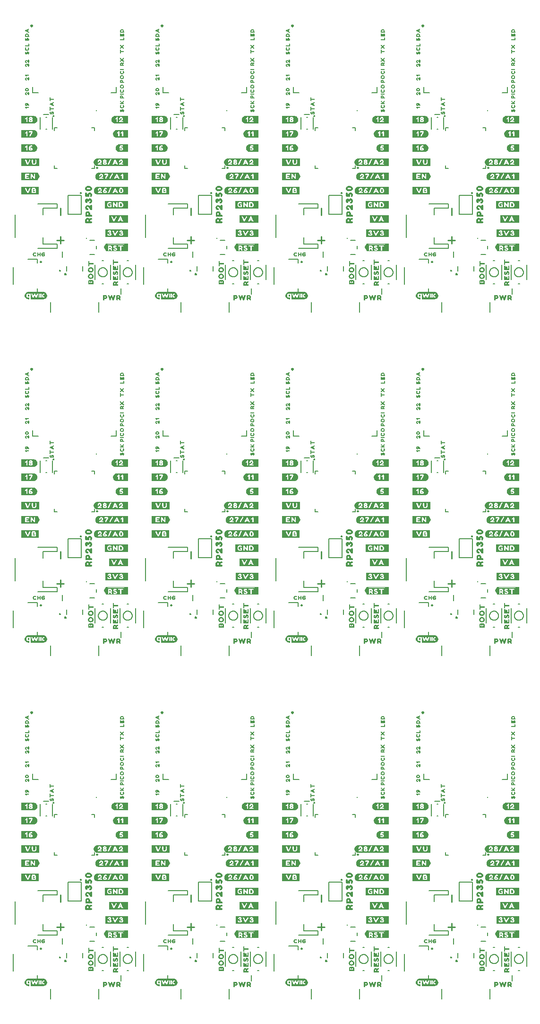
<source format=gto>
G04 EAGLE Gerber RS-274X export*
G75*
%MOMM*%
%FSLAX34Y34*%
%LPD*%
%INSilkscreen Top*%
%IPPOS*%
%AMOC8*
5,1,8,0,0,1.08239X$1,22.5*%
G01*
%ADD10C,0.254000*%
%ADD11C,0.152400*%
%ADD12C,0.203200*%
%ADD13C,0.250000*%
%ADD14C,0.323106*%
%ADD15C,0.127000*%
%ADD16C,0.177800*%
%ADD17C,0.254000*%

G36*
X677046Y899950D02*
X677046Y899950D01*
X677059Y899950D01*
X677359Y900350D01*
X677359Y900358D01*
X677363Y900361D01*
X677359Y900365D01*
X677359Y900372D01*
X677369Y900380D01*
X677369Y913280D01*
X677350Y913306D01*
X677350Y913319D01*
X676950Y913619D01*
X676932Y913619D01*
X676929Y913622D01*
X676925Y913622D01*
X676920Y913629D01*
X622320Y913629D01*
X622315Y913626D01*
X622312Y913629D01*
X621712Y913529D01*
X621013Y913429D01*
X621005Y913421D01*
X620998Y913424D01*
X620402Y913126D01*
X619706Y912927D01*
X619702Y912922D01*
X619698Y912924D01*
X619098Y912624D01*
X619095Y912617D01*
X619089Y912618D01*
X618589Y912218D01*
X618588Y912214D01*
X618585Y912215D01*
X617585Y911215D01*
X617585Y911211D01*
X617582Y911211D01*
X617182Y910711D01*
X617181Y910707D01*
X617179Y910707D01*
X616779Y910107D01*
X616779Y910103D01*
X616776Y910102D01*
X616476Y909502D01*
X616476Y909499D01*
X616475Y909499D01*
X616477Y909497D01*
X616473Y909496D01*
X616273Y908896D01*
X616274Y908894D01*
X616273Y908894D01*
X616073Y908194D01*
X616074Y908190D01*
X616071Y908188D01*
X615971Y907588D01*
X615972Y907587D01*
X615971Y907587D01*
X615871Y906887D01*
X615876Y906878D01*
X615871Y906873D01*
X615971Y906173D01*
X615972Y906172D01*
X615971Y906172D01*
X616071Y905572D01*
X616171Y904873D01*
X616176Y904868D01*
X616173Y904864D01*
X616373Y904264D01*
X616376Y904263D01*
X616375Y904261D01*
X616675Y903561D01*
X616683Y903556D01*
X616682Y903549D01*
X617080Y903051D01*
X617479Y902453D01*
X617482Y902452D01*
X617482Y902449D01*
X617882Y901949D01*
X617889Y901947D01*
X617889Y901942D01*
X618389Y901542D01*
X618393Y901541D01*
X618393Y901539D01*
X619593Y900739D01*
X619597Y900739D01*
X619598Y900736D01*
X620198Y900436D01*
X620203Y900437D01*
X620204Y900433D01*
X620804Y900233D01*
X620806Y900234D01*
X620806Y900233D01*
X621506Y900033D01*
X621516Y900036D01*
X621520Y900031D01*
X622117Y900031D01*
X622813Y899931D01*
X622818Y899934D01*
X622820Y899931D01*
X677020Y899931D01*
X677046Y899950D01*
G37*
G36*
X209686Y285270D02*
X209686Y285270D01*
X209699Y285270D01*
X209999Y285670D01*
X209999Y285678D01*
X210003Y285681D01*
X209999Y285685D01*
X209999Y285692D01*
X210009Y285700D01*
X210009Y298600D01*
X209990Y298626D01*
X209990Y298639D01*
X209590Y298939D01*
X209572Y298939D01*
X209569Y298942D01*
X209565Y298942D01*
X209560Y298949D01*
X154960Y298949D01*
X154955Y298946D01*
X154952Y298949D01*
X154352Y298849D01*
X153653Y298749D01*
X153645Y298741D01*
X153638Y298744D01*
X153042Y298446D01*
X152346Y298247D01*
X152342Y298242D01*
X152338Y298244D01*
X151738Y297944D01*
X151735Y297937D01*
X151729Y297938D01*
X151229Y297538D01*
X151228Y297534D01*
X151225Y297535D01*
X150225Y296535D01*
X150225Y296531D01*
X150222Y296531D01*
X149822Y296031D01*
X149821Y296027D01*
X149819Y296027D01*
X149419Y295427D01*
X149419Y295423D01*
X149416Y295422D01*
X149116Y294822D01*
X149116Y294819D01*
X149115Y294819D01*
X149117Y294817D01*
X149113Y294816D01*
X148913Y294216D01*
X148914Y294214D01*
X148913Y294214D01*
X148713Y293514D01*
X148714Y293510D01*
X148711Y293508D01*
X148611Y292908D01*
X148612Y292907D01*
X148611Y292907D01*
X148511Y292207D01*
X148516Y292198D01*
X148511Y292193D01*
X148611Y291493D01*
X148612Y291492D01*
X148611Y291492D01*
X148711Y290892D01*
X148811Y290193D01*
X148816Y290188D01*
X148813Y290184D01*
X149013Y289584D01*
X149016Y289583D01*
X149015Y289581D01*
X149315Y288881D01*
X149323Y288876D01*
X149322Y288869D01*
X149720Y288371D01*
X150119Y287773D01*
X150122Y287772D01*
X150122Y287769D01*
X150522Y287269D01*
X150529Y287267D01*
X150529Y287262D01*
X151029Y286862D01*
X151033Y286861D01*
X151033Y286859D01*
X152233Y286059D01*
X152237Y286059D01*
X152238Y286056D01*
X152838Y285756D01*
X152843Y285757D01*
X152844Y285753D01*
X153444Y285553D01*
X153446Y285554D01*
X153446Y285553D01*
X154146Y285353D01*
X154156Y285356D01*
X154160Y285351D01*
X154757Y285351D01*
X155453Y285251D01*
X155458Y285254D01*
X155460Y285251D01*
X209660Y285251D01*
X209686Y285270D01*
G37*
G36*
X443366Y1514630D02*
X443366Y1514630D01*
X443379Y1514630D01*
X443679Y1515030D01*
X443679Y1515038D01*
X443683Y1515041D01*
X443679Y1515045D01*
X443679Y1515052D01*
X443689Y1515060D01*
X443689Y1527960D01*
X443670Y1527986D01*
X443670Y1527999D01*
X443270Y1528299D01*
X443252Y1528299D01*
X443249Y1528302D01*
X443245Y1528302D01*
X443240Y1528309D01*
X388640Y1528309D01*
X388635Y1528306D01*
X388632Y1528309D01*
X388032Y1528209D01*
X387333Y1528109D01*
X387325Y1528101D01*
X387318Y1528104D01*
X386722Y1527806D01*
X386026Y1527607D01*
X386022Y1527602D01*
X386018Y1527604D01*
X385418Y1527304D01*
X385415Y1527297D01*
X385409Y1527298D01*
X384909Y1526898D01*
X384908Y1526894D01*
X384905Y1526895D01*
X383905Y1525895D01*
X383905Y1525891D01*
X383902Y1525891D01*
X383502Y1525391D01*
X383501Y1525387D01*
X383499Y1525387D01*
X383099Y1524787D01*
X383099Y1524783D01*
X383096Y1524782D01*
X382796Y1524182D01*
X382796Y1524179D01*
X382795Y1524179D01*
X382797Y1524177D01*
X382793Y1524176D01*
X382593Y1523576D01*
X382594Y1523574D01*
X382593Y1523574D01*
X382393Y1522874D01*
X382394Y1522870D01*
X382391Y1522868D01*
X382291Y1522268D01*
X382292Y1522267D01*
X382291Y1522267D01*
X382191Y1521567D01*
X382196Y1521558D01*
X382191Y1521553D01*
X382291Y1520853D01*
X382292Y1520852D01*
X382291Y1520852D01*
X382391Y1520252D01*
X382491Y1519553D01*
X382496Y1519548D01*
X382493Y1519544D01*
X382693Y1518944D01*
X382696Y1518943D01*
X382695Y1518941D01*
X382995Y1518241D01*
X383003Y1518236D01*
X383002Y1518229D01*
X383400Y1517731D01*
X383799Y1517133D01*
X383802Y1517132D01*
X383802Y1517129D01*
X384202Y1516629D01*
X384209Y1516627D01*
X384209Y1516622D01*
X384709Y1516222D01*
X384713Y1516221D01*
X384713Y1516219D01*
X385913Y1515419D01*
X385917Y1515419D01*
X385918Y1515416D01*
X386518Y1515116D01*
X386523Y1515117D01*
X386524Y1515113D01*
X387124Y1514913D01*
X387126Y1514914D01*
X387126Y1514913D01*
X387826Y1514713D01*
X387836Y1514716D01*
X387840Y1514711D01*
X388437Y1514711D01*
X389133Y1514611D01*
X389138Y1514614D01*
X389140Y1514611D01*
X443340Y1514611D01*
X443366Y1514630D01*
G37*
G36*
X443366Y899950D02*
X443366Y899950D01*
X443379Y899950D01*
X443679Y900350D01*
X443679Y900358D01*
X443683Y900361D01*
X443679Y900365D01*
X443679Y900372D01*
X443689Y900380D01*
X443689Y913280D01*
X443670Y913306D01*
X443670Y913319D01*
X443270Y913619D01*
X443252Y913619D01*
X443249Y913622D01*
X443245Y913622D01*
X443240Y913629D01*
X388640Y913629D01*
X388635Y913626D01*
X388632Y913629D01*
X388032Y913529D01*
X387333Y913429D01*
X387325Y913421D01*
X387318Y913424D01*
X386722Y913126D01*
X386026Y912927D01*
X386022Y912922D01*
X386018Y912924D01*
X385418Y912624D01*
X385415Y912617D01*
X385409Y912618D01*
X384909Y912218D01*
X384908Y912214D01*
X384905Y912215D01*
X383905Y911215D01*
X383905Y911211D01*
X383902Y911211D01*
X383502Y910711D01*
X383501Y910707D01*
X383499Y910707D01*
X383099Y910107D01*
X383099Y910103D01*
X383096Y910102D01*
X382796Y909502D01*
X382796Y909499D01*
X382795Y909499D01*
X382797Y909497D01*
X382793Y909496D01*
X382593Y908896D01*
X382594Y908894D01*
X382593Y908894D01*
X382393Y908194D01*
X382394Y908190D01*
X382391Y908188D01*
X382291Y907588D01*
X382292Y907587D01*
X382291Y907587D01*
X382191Y906887D01*
X382196Y906878D01*
X382191Y906873D01*
X382291Y906173D01*
X382292Y906172D01*
X382291Y906172D01*
X382391Y905572D01*
X382491Y904873D01*
X382496Y904868D01*
X382493Y904864D01*
X382693Y904264D01*
X382696Y904263D01*
X382695Y904261D01*
X382995Y903561D01*
X383003Y903556D01*
X383002Y903549D01*
X383400Y903051D01*
X383799Y902453D01*
X383802Y902452D01*
X383802Y902449D01*
X384202Y901949D01*
X384209Y901947D01*
X384209Y901942D01*
X384709Y901542D01*
X384713Y901541D01*
X384713Y901539D01*
X385913Y900739D01*
X385917Y900739D01*
X385918Y900736D01*
X386518Y900436D01*
X386523Y900437D01*
X386524Y900433D01*
X387124Y900233D01*
X387126Y900234D01*
X387126Y900233D01*
X387826Y900033D01*
X387836Y900036D01*
X387840Y900031D01*
X388437Y900031D01*
X389133Y899931D01*
X389138Y899934D01*
X389140Y899931D01*
X443340Y899931D01*
X443366Y899950D01*
G37*
G36*
X677046Y1514630D02*
X677046Y1514630D01*
X677059Y1514630D01*
X677359Y1515030D01*
X677359Y1515038D01*
X677363Y1515041D01*
X677359Y1515045D01*
X677359Y1515052D01*
X677369Y1515060D01*
X677369Y1527960D01*
X677350Y1527986D01*
X677350Y1527999D01*
X676950Y1528299D01*
X676932Y1528299D01*
X676929Y1528302D01*
X676925Y1528302D01*
X676920Y1528309D01*
X622320Y1528309D01*
X622315Y1528306D01*
X622312Y1528309D01*
X621712Y1528209D01*
X621013Y1528109D01*
X621005Y1528101D01*
X620998Y1528104D01*
X620402Y1527806D01*
X619706Y1527607D01*
X619702Y1527602D01*
X619698Y1527604D01*
X619098Y1527304D01*
X619095Y1527297D01*
X619089Y1527298D01*
X618589Y1526898D01*
X618588Y1526894D01*
X618585Y1526895D01*
X617585Y1525895D01*
X617585Y1525891D01*
X617582Y1525891D01*
X617182Y1525391D01*
X617181Y1525387D01*
X617179Y1525387D01*
X616779Y1524787D01*
X616779Y1524783D01*
X616776Y1524782D01*
X616476Y1524182D01*
X616476Y1524179D01*
X616475Y1524179D01*
X616477Y1524177D01*
X616473Y1524176D01*
X616273Y1523576D01*
X616274Y1523574D01*
X616273Y1523574D01*
X616073Y1522874D01*
X616074Y1522870D01*
X616071Y1522868D01*
X615971Y1522268D01*
X615972Y1522267D01*
X615971Y1522267D01*
X615871Y1521567D01*
X615876Y1521558D01*
X615871Y1521553D01*
X615971Y1520853D01*
X615972Y1520852D01*
X615971Y1520852D01*
X616071Y1520252D01*
X616171Y1519553D01*
X616176Y1519548D01*
X616173Y1519544D01*
X616373Y1518944D01*
X616376Y1518943D01*
X616375Y1518941D01*
X616675Y1518241D01*
X616683Y1518236D01*
X616682Y1518229D01*
X617080Y1517731D01*
X617479Y1517133D01*
X617482Y1517132D01*
X617482Y1517129D01*
X617882Y1516629D01*
X617889Y1516627D01*
X617889Y1516622D01*
X618389Y1516222D01*
X618393Y1516221D01*
X618393Y1516219D01*
X619593Y1515419D01*
X619597Y1515419D01*
X619598Y1515416D01*
X620198Y1515116D01*
X620203Y1515117D01*
X620204Y1515113D01*
X620804Y1514913D01*
X620806Y1514914D01*
X620806Y1514913D01*
X621506Y1514713D01*
X621516Y1514716D01*
X621520Y1514711D01*
X622117Y1514711D01*
X622813Y1514611D01*
X622818Y1514614D01*
X622820Y1514611D01*
X677020Y1514611D01*
X677046Y1514630D01*
G37*
G36*
X910726Y899950D02*
X910726Y899950D01*
X910739Y899950D01*
X911039Y900350D01*
X911039Y900358D01*
X911043Y900361D01*
X911039Y900365D01*
X911039Y900372D01*
X911049Y900380D01*
X911049Y913280D01*
X911030Y913306D01*
X911030Y913319D01*
X910630Y913619D01*
X910612Y913619D01*
X910609Y913622D01*
X910605Y913622D01*
X910600Y913629D01*
X856000Y913629D01*
X855995Y913626D01*
X855992Y913629D01*
X855392Y913529D01*
X854693Y913429D01*
X854685Y913421D01*
X854678Y913424D01*
X854082Y913126D01*
X853386Y912927D01*
X853382Y912922D01*
X853378Y912924D01*
X852778Y912624D01*
X852775Y912617D01*
X852769Y912618D01*
X852269Y912218D01*
X852268Y912214D01*
X852265Y912215D01*
X851265Y911215D01*
X851265Y911211D01*
X851262Y911211D01*
X850862Y910711D01*
X850861Y910707D01*
X850859Y910707D01*
X850459Y910107D01*
X850459Y910103D01*
X850456Y910102D01*
X850156Y909502D01*
X850156Y909499D01*
X850155Y909499D01*
X850157Y909497D01*
X850153Y909496D01*
X849953Y908896D01*
X849954Y908894D01*
X849953Y908894D01*
X849753Y908194D01*
X849754Y908190D01*
X849751Y908188D01*
X849651Y907588D01*
X849652Y907587D01*
X849651Y907587D01*
X849551Y906887D01*
X849556Y906878D01*
X849551Y906873D01*
X849651Y906173D01*
X849652Y906172D01*
X849651Y906172D01*
X849751Y905572D01*
X849851Y904873D01*
X849856Y904868D01*
X849853Y904864D01*
X850053Y904264D01*
X850056Y904263D01*
X850055Y904261D01*
X850355Y903561D01*
X850363Y903556D01*
X850362Y903549D01*
X850760Y903051D01*
X851159Y902453D01*
X851162Y902452D01*
X851162Y902449D01*
X851562Y901949D01*
X851569Y901947D01*
X851569Y901942D01*
X852069Y901542D01*
X852073Y901541D01*
X852073Y901539D01*
X853273Y900739D01*
X853277Y900739D01*
X853278Y900736D01*
X853878Y900436D01*
X853883Y900437D01*
X853884Y900433D01*
X854484Y900233D01*
X854486Y900234D01*
X854486Y900233D01*
X855186Y900033D01*
X855196Y900036D01*
X855200Y900031D01*
X855797Y900031D01*
X856493Y899931D01*
X856498Y899934D01*
X856500Y899931D01*
X910700Y899931D01*
X910726Y899950D01*
G37*
G36*
X209686Y899950D02*
X209686Y899950D01*
X209699Y899950D01*
X209999Y900350D01*
X209999Y900358D01*
X210003Y900361D01*
X209999Y900365D01*
X209999Y900372D01*
X210009Y900380D01*
X210009Y913280D01*
X209990Y913306D01*
X209990Y913319D01*
X209590Y913619D01*
X209572Y913619D01*
X209569Y913622D01*
X209565Y913622D01*
X209560Y913629D01*
X154960Y913629D01*
X154955Y913626D01*
X154952Y913629D01*
X154352Y913529D01*
X153653Y913429D01*
X153645Y913421D01*
X153638Y913424D01*
X153042Y913126D01*
X152346Y912927D01*
X152342Y912922D01*
X152338Y912924D01*
X151738Y912624D01*
X151735Y912617D01*
X151729Y912618D01*
X151229Y912218D01*
X151228Y912214D01*
X151225Y912215D01*
X150225Y911215D01*
X150225Y911211D01*
X150222Y911211D01*
X149822Y910711D01*
X149821Y910707D01*
X149819Y910707D01*
X149419Y910107D01*
X149419Y910103D01*
X149416Y910102D01*
X149116Y909502D01*
X149116Y909499D01*
X149115Y909499D01*
X149117Y909497D01*
X149113Y909496D01*
X148913Y908896D01*
X148914Y908894D01*
X148913Y908894D01*
X148713Y908194D01*
X148714Y908190D01*
X148711Y908188D01*
X148611Y907588D01*
X148612Y907587D01*
X148611Y907587D01*
X148511Y906887D01*
X148516Y906878D01*
X148511Y906873D01*
X148611Y906173D01*
X148612Y906172D01*
X148611Y906172D01*
X148711Y905572D01*
X148811Y904873D01*
X148816Y904868D01*
X148813Y904864D01*
X149013Y904264D01*
X149016Y904263D01*
X149015Y904261D01*
X149315Y903561D01*
X149323Y903556D01*
X149322Y903549D01*
X149720Y903051D01*
X150119Y902453D01*
X150122Y902452D01*
X150122Y902449D01*
X150522Y901949D01*
X150529Y901947D01*
X150529Y901942D01*
X151029Y901542D01*
X151033Y901541D01*
X151033Y901539D01*
X152233Y900739D01*
X152237Y900739D01*
X152238Y900736D01*
X152838Y900436D01*
X152843Y900437D01*
X152844Y900433D01*
X153444Y900233D01*
X153446Y900234D01*
X153446Y900233D01*
X154146Y900033D01*
X154156Y900036D01*
X154160Y900031D01*
X154757Y900031D01*
X155453Y899931D01*
X155458Y899934D01*
X155460Y899931D01*
X209660Y899931D01*
X209686Y899950D01*
G37*
G36*
X910726Y1514630D02*
X910726Y1514630D01*
X910739Y1514630D01*
X911039Y1515030D01*
X911039Y1515038D01*
X911043Y1515041D01*
X911039Y1515045D01*
X911039Y1515052D01*
X911049Y1515060D01*
X911049Y1527960D01*
X911030Y1527986D01*
X911030Y1527999D01*
X910630Y1528299D01*
X910612Y1528299D01*
X910609Y1528302D01*
X910605Y1528302D01*
X910600Y1528309D01*
X856000Y1528309D01*
X855995Y1528306D01*
X855992Y1528309D01*
X855392Y1528209D01*
X854693Y1528109D01*
X854685Y1528101D01*
X854678Y1528104D01*
X854082Y1527806D01*
X853386Y1527607D01*
X853382Y1527602D01*
X853378Y1527604D01*
X852778Y1527304D01*
X852775Y1527297D01*
X852769Y1527298D01*
X852269Y1526898D01*
X852268Y1526894D01*
X852265Y1526895D01*
X851265Y1525895D01*
X851265Y1525891D01*
X851262Y1525891D01*
X850862Y1525391D01*
X850861Y1525387D01*
X850859Y1525387D01*
X850459Y1524787D01*
X850459Y1524783D01*
X850456Y1524782D01*
X850156Y1524182D01*
X850156Y1524179D01*
X850155Y1524179D01*
X850157Y1524177D01*
X850153Y1524176D01*
X849953Y1523576D01*
X849954Y1523574D01*
X849953Y1523574D01*
X849753Y1522874D01*
X849754Y1522870D01*
X849751Y1522868D01*
X849651Y1522268D01*
X849652Y1522267D01*
X849651Y1522267D01*
X849551Y1521567D01*
X849556Y1521558D01*
X849551Y1521553D01*
X849651Y1520853D01*
X849652Y1520852D01*
X849651Y1520852D01*
X849751Y1520252D01*
X849851Y1519553D01*
X849856Y1519548D01*
X849853Y1519544D01*
X850053Y1518944D01*
X850056Y1518943D01*
X850055Y1518941D01*
X850355Y1518241D01*
X850363Y1518236D01*
X850362Y1518229D01*
X850760Y1517731D01*
X851159Y1517133D01*
X851162Y1517132D01*
X851162Y1517129D01*
X851562Y1516629D01*
X851569Y1516627D01*
X851569Y1516622D01*
X852069Y1516222D01*
X852073Y1516221D01*
X852073Y1516219D01*
X853273Y1515419D01*
X853277Y1515419D01*
X853278Y1515416D01*
X853878Y1515116D01*
X853883Y1515117D01*
X853884Y1515113D01*
X854484Y1514913D01*
X854486Y1514914D01*
X854486Y1514913D01*
X855186Y1514713D01*
X855196Y1514716D01*
X855200Y1514711D01*
X855797Y1514711D01*
X856493Y1514611D01*
X856498Y1514614D01*
X856500Y1514611D01*
X910700Y1514611D01*
X910726Y1514630D01*
G37*
G36*
X910726Y285270D02*
X910726Y285270D01*
X910739Y285270D01*
X911039Y285670D01*
X911039Y285678D01*
X911043Y285681D01*
X911039Y285685D01*
X911039Y285692D01*
X911049Y285700D01*
X911049Y298600D01*
X911030Y298626D01*
X911030Y298639D01*
X910630Y298939D01*
X910612Y298939D01*
X910609Y298942D01*
X910605Y298942D01*
X910600Y298949D01*
X856000Y298949D01*
X855995Y298946D01*
X855992Y298949D01*
X855392Y298849D01*
X854693Y298749D01*
X854685Y298741D01*
X854678Y298744D01*
X854082Y298446D01*
X853386Y298247D01*
X853382Y298242D01*
X853378Y298244D01*
X852778Y297944D01*
X852775Y297937D01*
X852769Y297938D01*
X852269Y297538D01*
X852268Y297534D01*
X852265Y297535D01*
X851265Y296535D01*
X851265Y296531D01*
X851262Y296531D01*
X850862Y296031D01*
X850861Y296027D01*
X850859Y296027D01*
X850459Y295427D01*
X850459Y295423D01*
X850456Y295422D01*
X850156Y294822D01*
X850156Y294819D01*
X850155Y294819D01*
X850157Y294817D01*
X850153Y294816D01*
X849953Y294216D01*
X849954Y294214D01*
X849953Y294214D01*
X849753Y293514D01*
X849754Y293510D01*
X849751Y293508D01*
X849651Y292908D01*
X849652Y292907D01*
X849651Y292907D01*
X849551Y292207D01*
X849556Y292198D01*
X849551Y292193D01*
X849651Y291493D01*
X849652Y291492D01*
X849651Y291492D01*
X849751Y290892D01*
X849851Y290193D01*
X849856Y290188D01*
X849853Y290184D01*
X850053Y289584D01*
X850056Y289583D01*
X850055Y289581D01*
X850355Y288881D01*
X850363Y288876D01*
X850362Y288869D01*
X850760Y288371D01*
X851159Y287773D01*
X851162Y287772D01*
X851162Y287769D01*
X851562Y287269D01*
X851569Y287267D01*
X851569Y287262D01*
X852069Y286862D01*
X852073Y286861D01*
X852073Y286859D01*
X853273Y286059D01*
X853277Y286059D01*
X853278Y286056D01*
X853878Y285756D01*
X853883Y285757D01*
X853884Y285753D01*
X854484Y285553D01*
X854486Y285554D01*
X854486Y285553D01*
X855186Y285353D01*
X855196Y285356D01*
X855200Y285351D01*
X855797Y285351D01*
X856493Y285251D01*
X856498Y285254D01*
X856500Y285251D01*
X910700Y285251D01*
X910726Y285270D01*
G37*
G36*
X209686Y1514630D02*
X209686Y1514630D01*
X209699Y1514630D01*
X209999Y1515030D01*
X209999Y1515038D01*
X210003Y1515041D01*
X209999Y1515045D01*
X209999Y1515052D01*
X210009Y1515060D01*
X210009Y1527960D01*
X209990Y1527986D01*
X209990Y1527999D01*
X209590Y1528299D01*
X209572Y1528299D01*
X209569Y1528302D01*
X209565Y1528302D01*
X209560Y1528309D01*
X154960Y1528309D01*
X154955Y1528306D01*
X154952Y1528309D01*
X154352Y1528209D01*
X153653Y1528109D01*
X153645Y1528101D01*
X153638Y1528104D01*
X153042Y1527806D01*
X152346Y1527607D01*
X152342Y1527602D01*
X152338Y1527604D01*
X151738Y1527304D01*
X151735Y1527297D01*
X151729Y1527298D01*
X151229Y1526898D01*
X151228Y1526894D01*
X151225Y1526895D01*
X150225Y1525895D01*
X150225Y1525891D01*
X150222Y1525891D01*
X149822Y1525391D01*
X149821Y1525387D01*
X149819Y1525387D01*
X149419Y1524787D01*
X149419Y1524783D01*
X149416Y1524782D01*
X149116Y1524182D01*
X149116Y1524179D01*
X149115Y1524179D01*
X149117Y1524177D01*
X149113Y1524176D01*
X148913Y1523576D01*
X148914Y1523574D01*
X148913Y1523574D01*
X148713Y1522874D01*
X148714Y1522870D01*
X148711Y1522868D01*
X148611Y1522268D01*
X148612Y1522267D01*
X148611Y1522267D01*
X148511Y1521567D01*
X148516Y1521558D01*
X148511Y1521553D01*
X148611Y1520853D01*
X148612Y1520852D01*
X148611Y1520852D01*
X148711Y1520252D01*
X148811Y1519553D01*
X148816Y1519548D01*
X148813Y1519544D01*
X149013Y1518944D01*
X149016Y1518943D01*
X149015Y1518941D01*
X149315Y1518241D01*
X149323Y1518236D01*
X149322Y1518229D01*
X149720Y1517731D01*
X150119Y1517133D01*
X150122Y1517132D01*
X150122Y1517129D01*
X150522Y1516629D01*
X150529Y1516627D01*
X150529Y1516622D01*
X151029Y1516222D01*
X151033Y1516221D01*
X151033Y1516219D01*
X152233Y1515419D01*
X152237Y1515419D01*
X152238Y1515416D01*
X152838Y1515116D01*
X152843Y1515117D01*
X152844Y1515113D01*
X153444Y1514913D01*
X153446Y1514914D01*
X153446Y1514913D01*
X154146Y1514713D01*
X154156Y1514716D01*
X154160Y1514711D01*
X154757Y1514711D01*
X155453Y1514611D01*
X155458Y1514614D01*
X155460Y1514611D01*
X209660Y1514611D01*
X209686Y1514630D01*
G37*
G36*
X443366Y285270D02*
X443366Y285270D01*
X443379Y285270D01*
X443679Y285670D01*
X443679Y285678D01*
X443683Y285681D01*
X443679Y285685D01*
X443679Y285692D01*
X443689Y285700D01*
X443689Y298600D01*
X443670Y298626D01*
X443670Y298639D01*
X443270Y298939D01*
X443252Y298939D01*
X443249Y298942D01*
X443245Y298942D01*
X443240Y298949D01*
X388640Y298949D01*
X388635Y298946D01*
X388632Y298949D01*
X388032Y298849D01*
X387333Y298749D01*
X387325Y298741D01*
X387318Y298744D01*
X386722Y298446D01*
X386026Y298247D01*
X386022Y298242D01*
X386018Y298244D01*
X385418Y297944D01*
X385415Y297937D01*
X385409Y297938D01*
X384909Y297538D01*
X384908Y297534D01*
X384905Y297535D01*
X383905Y296535D01*
X383905Y296531D01*
X383902Y296531D01*
X383502Y296031D01*
X383501Y296027D01*
X383499Y296027D01*
X383099Y295427D01*
X383099Y295423D01*
X383096Y295422D01*
X382796Y294822D01*
X382796Y294819D01*
X382795Y294819D01*
X382797Y294817D01*
X382793Y294816D01*
X382593Y294216D01*
X382594Y294214D01*
X382593Y294214D01*
X382393Y293514D01*
X382394Y293510D01*
X382391Y293508D01*
X382291Y292908D01*
X382292Y292907D01*
X382291Y292907D01*
X382191Y292207D01*
X382196Y292198D01*
X382191Y292193D01*
X382291Y291493D01*
X382292Y291492D01*
X382291Y291492D01*
X382391Y290892D01*
X382491Y290193D01*
X382496Y290188D01*
X382493Y290184D01*
X382693Y289584D01*
X382696Y289583D01*
X382695Y289581D01*
X382995Y288881D01*
X383003Y288876D01*
X383002Y288869D01*
X383400Y288371D01*
X383799Y287773D01*
X383802Y287772D01*
X383802Y287769D01*
X384202Y287269D01*
X384209Y287267D01*
X384209Y287262D01*
X384709Y286862D01*
X384713Y286861D01*
X384713Y286859D01*
X385913Y286059D01*
X385917Y286059D01*
X385918Y286056D01*
X386518Y285756D01*
X386523Y285757D01*
X386524Y285753D01*
X387124Y285553D01*
X387126Y285554D01*
X387126Y285553D01*
X387826Y285353D01*
X387836Y285356D01*
X387840Y285351D01*
X388437Y285351D01*
X389133Y285251D01*
X389138Y285254D01*
X389140Y285251D01*
X443340Y285251D01*
X443366Y285270D01*
G37*
G36*
X677046Y285270D02*
X677046Y285270D01*
X677059Y285270D01*
X677359Y285670D01*
X677359Y285678D01*
X677363Y285681D01*
X677359Y285685D01*
X677359Y285692D01*
X677369Y285700D01*
X677369Y298600D01*
X677350Y298626D01*
X677350Y298639D01*
X676950Y298939D01*
X676932Y298939D01*
X676929Y298942D01*
X676925Y298942D01*
X676920Y298949D01*
X622320Y298949D01*
X622315Y298946D01*
X622312Y298949D01*
X621712Y298849D01*
X621013Y298749D01*
X621005Y298741D01*
X620998Y298744D01*
X620402Y298446D01*
X619706Y298247D01*
X619702Y298242D01*
X619698Y298244D01*
X619098Y297944D01*
X619095Y297937D01*
X619089Y297938D01*
X618589Y297538D01*
X618588Y297534D01*
X618585Y297535D01*
X617585Y296535D01*
X617585Y296531D01*
X617582Y296531D01*
X617182Y296031D01*
X617181Y296027D01*
X617179Y296027D01*
X616779Y295427D01*
X616779Y295423D01*
X616776Y295422D01*
X616476Y294822D01*
X616476Y294819D01*
X616475Y294819D01*
X616477Y294817D01*
X616473Y294816D01*
X616273Y294216D01*
X616274Y294214D01*
X616273Y294214D01*
X616073Y293514D01*
X616074Y293510D01*
X616071Y293508D01*
X615971Y292908D01*
X615972Y292907D01*
X615971Y292907D01*
X615871Y292207D01*
X615876Y292198D01*
X615871Y292193D01*
X615971Y291493D01*
X615972Y291492D01*
X615971Y291492D01*
X616071Y290892D01*
X616171Y290193D01*
X616176Y290188D01*
X616173Y290184D01*
X616373Y289584D01*
X616376Y289583D01*
X616375Y289581D01*
X616675Y288881D01*
X616683Y288876D01*
X616682Y288869D01*
X617080Y288371D01*
X617479Y287773D01*
X617482Y287772D01*
X617482Y287769D01*
X617882Y287269D01*
X617889Y287267D01*
X617889Y287262D01*
X618389Y286862D01*
X618393Y286861D01*
X618393Y286859D01*
X619593Y286059D01*
X619597Y286059D01*
X619598Y286056D01*
X620198Y285756D01*
X620203Y285757D01*
X620204Y285753D01*
X620804Y285553D01*
X620806Y285554D01*
X620806Y285553D01*
X621506Y285353D01*
X621516Y285356D01*
X621520Y285351D01*
X622117Y285351D01*
X622813Y285251D01*
X622818Y285254D01*
X622820Y285251D01*
X677020Y285251D01*
X677046Y285270D01*
G37*
G36*
X911047Y234487D02*
X911047Y234487D01*
X911042Y234494D01*
X911049Y234500D01*
X911049Y248000D01*
X911013Y248047D01*
X911010Y248045D01*
X911008Y248049D01*
X910408Y248149D01*
X910403Y248146D01*
X910400Y248149D01*
X856600Y248149D01*
X856595Y248146D01*
X856592Y248149D01*
X855992Y248049D01*
X855293Y247949D01*
X855290Y247945D01*
X855289Y247945D01*
X855286Y247947D01*
X854586Y247747D01*
X854585Y247746D01*
X854584Y247747D01*
X853984Y247547D01*
X853979Y247539D01*
X853973Y247541D01*
X853375Y247143D01*
X852778Y246844D01*
X852775Y246837D01*
X852769Y246838D01*
X852269Y246438D01*
X852268Y246434D01*
X852265Y246435D01*
X851765Y245935D01*
X851765Y245931D01*
X851762Y245931D01*
X851362Y245431D01*
X851361Y245427D01*
X851359Y245427D01*
X850959Y244827D01*
X850959Y244823D01*
X850956Y244822D01*
X850356Y243622D01*
X850357Y243615D01*
X850353Y243614D01*
X850153Y242914D01*
X850154Y242910D01*
X850151Y242908D01*
X850051Y242308D01*
X850054Y242303D01*
X850051Y242300D01*
X850051Y240200D01*
X850058Y240191D01*
X850053Y240184D01*
X850253Y239585D01*
X850453Y238886D01*
X850458Y238882D01*
X850456Y238878D01*
X851056Y237678D01*
X851063Y237675D01*
X851062Y237669D01*
X851460Y237171D01*
X851859Y236573D01*
X851869Y236569D01*
X851869Y236562D01*
X852869Y235762D01*
X852873Y235761D01*
X852873Y235759D01*
X853473Y235359D01*
X853477Y235359D01*
X853478Y235356D01*
X854078Y235056D01*
X854085Y235057D01*
X854086Y235053D01*
X854785Y234853D01*
X855384Y234653D01*
X855391Y234655D01*
X855393Y234651D01*
X856092Y234551D01*
X856692Y234451D01*
X856736Y234475D01*
X856743Y234476D01*
X856759Y234505D01*
X856760Y234504D01*
X856765Y234465D01*
X856787Y234468D01*
X856800Y234451D01*
X911000Y234451D01*
X911047Y234487D01*
G37*
G36*
X210007Y234487D02*
X210007Y234487D01*
X210002Y234494D01*
X210009Y234500D01*
X210009Y248000D01*
X209973Y248047D01*
X209970Y248045D01*
X209968Y248049D01*
X209368Y248149D01*
X209363Y248146D01*
X209360Y248149D01*
X155560Y248149D01*
X155555Y248146D01*
X155552Y248149D01*
X154952Y248049D01*
X154253Y247949D01*
X154250Y247945D01*
X154249Y247945D01*
X154246Y247947D01*
X153546Y247747D01*
X153545Y247746D01*
X153544Y247747D01*
X152944Y247547D01*
X152939Y247539D01*
X152933Y247541D01*
X152335Y247143D01*
X151738Y246844D01*
X151735Y246837D01*
X151729Y246838D01*
X151229Y246438D01*
X151228Y246434D01*
X151225Y246435D01*
X150725Y245935D01*
X150725Y245931D01*
X150722Y245931D01*
X150322Y245431D01*
X150321Y245427D01*
X150319Y245427D01*
X149919Y244827D01*
X149919Y244823D01*
X149916Y244822D01*
X149316Y243622D01*
X149317Y243615D01*
X149313Y243614D01*
X149113Y242914D01*
X149114Y242910D01*
X149111Y242908D01*
X149011Y242308D01*
X149014Y242303D01*
X149011Y242300D01*
X149011Y240200D01*
X149018Y240191D01*
X149013Y240184D01*
X149213Y239585D01*
X149413Y238886D01*
X149418Y238882D01*
X149416Y238878D01*
X150016Y237678D01*
X150023Y237675D01*
X150022Y237669D01*
X150420Y237171D01*
X150819Y236573D01*
X150829Y236569D01*
X150829Y236562D01*
X151829Y235762D01*
X151833Y235761D01*
X151833Y235759D01*
X152433Y235359D01*
X152437Y235359D01*
X152438Y235356D01*
X153038Y235056D01*
X153045Y235057D01*
X153046Y235053D01*
X153745Y234853D01*
X154344Y234653D01*
X154351Y234655D01*
X154353Y234651D01*
X155052Y234551D01*
X155652Y234451D01*
X155696Y234475D01*
X155703Y234476D01*
X155719Y234505D01*
X155720Y234504D01*
X155725Y234465D01*
X155747Y234468D01*
X155760Y234451D01*
X209960Y234451D01*
X210007Y234487D01*
G37*
G36*
X443687Y234487D02*
X443687Y234487D01*
X443682Y234494D01*
X443689Y234500D01*
X443689Y248000D01*
X443653Y248047D01*
X443650Y248045D01*
X443648Y248049D01*
X443048Y248149D01*
X443043Y248146D01*
X443040Y248149D01*
X389240Y248149D01*
X389235Y248146D01*
X389232Y248149D01*
X388632Y248049D01*
X387933Y247949D01*
X387930Y247945D01*
X387929Y247945D01*
X387926Y247947D01*
X387226Y247747D01*
X387225Y247746D01*
X387224Y247747D01*
X386624Y247547D01*
X386619Y247539D01*
X386613Y247541D01*
X386015Y247143D01*
X385418Y246844D01*
X385415Y246837D01*
X385409Y246838D01*
X384909Y246438D01*
X384908Y246434D01*
X384905Y246435D01*
X384405Y245935D01*
X384405Y245931D01*
X384402Y245931D01*
X384002Y245431D01*
X384001Y245427D01*
X383999Y245427D01*
X383599Y244827D01*
X383599Y244823D01*
X383596Y244822D01*
X382996Y243622D01*
X382997Y243615D01*
X382993Y243614D01*
X382793Y242914D01*
X382794Y242910D01*
X382791Y242908D01*
X382691Y242308D01*
X382694Y242303D01*
X382691Y242300D01*
X382691Y240200D01*
X382698Y240191D01*
X382693Y240184D01*
X382893Y239585D01*
X383093Y238886D01*
X383098Y238882D01*
X383096Y238878D01*
X383696Y237678D01*
X383703Y237675D01*
X383702Y237669D01*
X384100Y237171D01*
X384499Y236573D01*
X384509Y236569D01*
X384509Y236562D01*
X385509Y235762D01*
X385513Y235761D01*
X385513Y235759D01*
X386113Y235359D01*
X386117Y235359D01*
X386118Y235356D01*
X386718Y235056D01*
X386725Y235057D01*
X386726Y235053D01*
X387425Y234853D01*
X388024Y234653D01*
X388031Y234655D01*
X388033Y234651D01*
X388732Y234551D01*
X389332Y234451D01*
X389376Y234475D01*
X389383Y234476D01*
X389399Y234505D01*
X389400Y234504D01*
X389405Y234465D01*
X389427Y234468D01*
X389440Y234451D01*
X443640Y234451D01*
X443687Y234487D01*
G37*
G36*
X677367Y234487D02*
X677367Y234487D01*
X677362Y234494D01*
X677369Y234500D01*
X677369Y248000D01*
X677333Y248047D01*
X677330Y248045D01*
X677328Y248049D01*
X676728Y248149D01*
X676723Y248146D01*
X676720Y248149D01*
X622920Y248149D01*
X622915Y248146D01*
X622912Y248149D01*
X622312Y248049D01*
X621613Y247949D01*
X621610Y247945D01*
X621609Y247945D01*
X621606Y247947D01*
X620906Y247747D01*
X620905Y247746D01*
X620904Y247747D01*
X620304Y247547D01*
X620299Y247539D01*
X620293Y247541D01*
X619695Y247143D01*
X619098Y246844D01*
X619095Y246837D01*
X619089Y246838D01*
X618589Y246438D01*
X618588Y246434D01*
X618585Y246435D01*
X618085Y245935D01*
X618085Y245931D01*
X618082Y245931D01*
X617682Y245431D01*
X617681Y245427D01*
X617679Y245427D01*
X617279Y244827D01*
X617279Y244823D01*
X617276Y244822D01*
X616676Y243622D01*
X616677Y243615D01*
X616673Y243614D01*
X616473Y242914D01*
X616474Y242910D01*
X616471Y242908D01*
X616371Y242308D01*
X616374Y242303D01*
X616371Y242300D01*
X616371Y240200D01*
X616378Y240191D01*
X616373Y240184D01*
X616573Y239585D01*
X616773Y238886D01*
X616778Y238882D01*
X616776Y238878D01*
X617376Y237678D01*
X617383Y237675D01*
X617382Y237669D01*
X617780Y237171D01*
X618179Y236573D01*
X618189Y236569D01*
X618189Y236562D01*
X619189Y235762D01*
X619193Y235761D01*
X619193Y235759D01*
X619793Y235359D01*
X619797Y235359D01*
X619798Y235356D01*
X620398Y235056D01*
X620405Y235057D01*
X620406Y235053D01*
X621105Y234853D01*
X621704Y234653D01*
X621711Y234655D01*
X621713Y234651D01*
X622412Y234551D01*
X623012Y234451D01*
X623056Y234475D01*
X623063Y234476D01*
X623079Y234505D01*
X623080Y234504D01*
X623085Y234465D01*
X623107Y234468D01*
X623120Y234451D01*
X677320Y234451D01*
X677367Y234487D01*
G37*
G36*
X677367Y849167D02*
X677367Y849167D01*
X677362Y849174D01*
X677369Y849180D01*
X677369Y862680D01*
X677333Y862727D01*
X677330Y862725D01*
X677328Y862729D01*
X676728Y862829D01*
X676723Y862826D01*
X676720Y862829D01*
X622920Y862829D01*
X622915Y862826D01*
X622912Y862829D01*
X622312Y862729D01*
X621613Y862629D01*
X621610Y862625D01*
X621609Y862625D01*
X621606Y862627D01*
X620906Y862427D01*
X620905Y862426D01*
X620904Y862427D01*
X620304Y862227D01*
X620299Y862219D01*
X620293Y862221D01*
X619695Y861823D01*
X619098Y861524D01*
X619095Y861517D01*
X619089Y861518D01*
X618589Y861118D01*
X618588Y861114D01*
X618585Y861115D01*
X618085Y860615D01*
X618085Y860611D01*
X618082Y860611D01*
X617682Y860111D01*
X617681Y860107D01*
X617679Y860107D01*
X617279Y859507D01*
X617279Y859503D01*
X617276Y859502D01*
X616676Y858302D01*
X616677Y858295D01*
X616673Y858294D01*
X616473Y857594D01*
X616474Y857590D01*
X616471Y857588D01*
X616371Y856988D01*
X616374Y856983D01*
X616371Y856980D01*
X616371Y854880D01*
X616378Y854871D01*
X616373Y854864D01*
X616573Y854265D01*
X616773Y853566D01*
X616778Y853562D01*
X616776Y853558D01*
X617376Y852358D01*
X617383Y852355D01*
X617382Y852349D01*
X617780Y851851D01*
X618179Y851253D01*
X618189Y851249D01*
X618189Y851242D01*
X619189Y850442D01*
X619193Y850441D01*
X619193Y850439D01*
X619793Y850039D01*
X619797Y850039D01*
X619798Y850036D01*
X620398Y849736D01*
X620405Y849737D01*
X620406Y849733D01*
X621105Y849533D01*
X621704Y849333D01*
X621711Y849335D01*
X621713Y849331D01*
X622412Y849231D01*
X623012Y849131D01*
X623056Y849155D01*
X623063Y849156D01*
X623079Y849185D01*
X623080Y849184D01*
X623085Y849145D01*
X623107Y849148D01*
X623120Y849131D01*
X677320Y849131D01*
X677367Y849167D01*
G37*
G36*
X677367Y1463847D02*
X677367Y1463847D01*
X677362Y1463854D01*
X677369Y1463860D01*
X677369Y1477360D01*
X677333Y1477407D01*
X677330Y1477405D01*
X677328Y1477409D01*
X676728Y1477509D01*
X676723Y1477506D01*
X676720Y1477509D01*
X622920Y1477509D01*
X622915Y1477506D01*
X622912Y1477509D01*
X622312Y1477409D01*
X621613Y1477309D01*
X621610Y1477305D01*
X621609Y1477305D01*
X621606Y1477307D01*
X620906Y1477107D01*
X620905Y1477106D01*
X620904Y1477107D01*
X620304Y1476907D01*
X620299Y1476899D01*
X620293Y1476901D01*
X619695Y1476503D01*
X619098Y1476204D01*
X619095Y1476197D01*
X619089Y1476198D01*
X618589Y1475798D01*
X618588Y1475794D01*
X618585Y1475795D01*
X618085Y1475295D01*
X618085Y1475291D01*
X618082Y1475291D01*
X617682Y1474791D01*
X617681Y1474787D01*
X617679Y1474787D01*
X617279Y1474187D01*
X617279Y1474183D01*
X617276Y1474182D01*
X616676Y1472982D01*
X616677Y1472975D01*
X616673Y1472974D01*
X616473Y1472274D01*
X616474Y1472270D01*
X616471Y1472268D01*
X616371Y1471668D01*
X616374Y1471663D01*
X616371Y1471660D01*
X616371Y1469560D01*
X616378Y1469551D01*
X616373Y1469544D01*
X616573Y1468945D01*
X616773Y1468246D01*
X616778Y1468242D01*
X616776Y1468238D01*
X617376Y1467038D01*
X617383Y1467035D01*
X617382Y1467029D01*
X617780Y1466531D01*
X618179Y1465933D01*
X618189Y1465929D01*
X618189Y1465922D01*
X619189Y1465122D01*
X619193Y1465121D01*
X619193Y1465119D01*
X619793Y1464719D01*
X619797Y1464719D01*
X619798Y1464716D01*
X620398Y1464416D01*
X620405Y1464417D01*
X620406Y1464413D01*
X621105Y1464213D01*
X621704Y1464013D01*
X621711Y1464015D01*
X621713Y1464011D01*
X622412Y1463911D01*
X623012Y1463811D01*
X623056Y1463835D01*
X623063Y1463836D01*
X623079Y1463865D01*
X623080Y1463864D01*
X623085Y1463825D01*
X623107Y1463828D01*
X623120Y1463811D01*
X677320Y1463811D01*
X677367Y1463847D01*
G37*
G36*
X210007Y849167D02*
X210007Y849167D01*
X210002Y849174D01*
X210009Y849180D01*
X210009Y862680D01*
X209973Y862727D01*
X209970Y862725D01*
X209968Y862729D01*
X209368Y862829D01*
X209363Y862826D01*
X209360Y862829D01*
X155560Y862829D01*
X155555Y862826D01*
X155552Y862829D01*
X154952Y862729D01*
X154253Y862629D01*
X154250Y862625D01*
X154249Y862625D01*
X154246Y862627D01*
X153546Y862427D01*
X153545Y862426D01*
X153544Y862427D01*
X152944Y862227D01*
X152939Y862219D01*
X152933Y862221D01*
X152335Y861823D01*
X151738Y861524D01*
X151735Y861517D01*
X151729Y861518D01*
X151229Y861118D01*
X151228Y861114D01*
X151225Y861115D01*
X150725Y860615D01*
X150725Y860611D01*
X150722Y860611D01*
X150322Y860111D01*
X150321Y860107D01*
X150319Y860107D01*
X149919Y859507D01*
X149919Y859503D01*
X149916Y859502D01*
X149316Y858302D01*
X149317Y858295D01*
X149313Y858294D01*
X149113Y857594D01*
X149114Y857590D01*
X149111Y857588D01*
X149011Y856988D01*
X149014Y856983D01*
X149011Y856980D01*
X149011Y854880D01*
X149018Y854871D01*
X149013Y854864D01*
X149213Y854265D01*
X149413Y853566D01*
X149418Y853562D01*
X149416Y853558D01*
X150016Y852358D01*
X150023Y852355D01*
X150022Y852349D01*
X150420Y851851D01*
X150819Y851253D01*
X150829Y851249D01*
X150829Y851242D01*
X151829Y850442D01*
X151833Y850441D01*
X151833Y850439D01*
X152433Y850039D01*
X152437Y850039D01*
X152438Y850036D01*
X153038Y849736D01*
X153045Y849737D01*
X153046Y849733D01*
X153745Y849533D01*
X154344Y849333D01*
X154351Y849335D01*
X154353Y849331D01*
X155052Y849231D01*
X155652Y849131D01*
X155696Y849155D01*
X155703Y849156D01*
X155719Y849185D01*
X155720Y849184D01*
X155725Y849145D01*
X155747Y849148D01*
X155760Y849131D01*
X209960Y849131D01*
X210007Y849167D01*
G37*
G36*
X911047Y1463847D02*
X911047Y1463847D01*
X911042Y1463854D01*
X911049Y1463860D01*
X911049Y1477360D01*
X911013Y1477407D01*
X911010Y1477405D01*
X911008Y1477409D01*
X910408Y1477509D01*
X910403Y1477506D01*
X910400Y1477509D01*
X856600Y1477509D01*
X856595Y1477506D01*
X856592Y1477509D01*
X855992Y1477409D01*
X855293Y1477309D01*
X855290Y1477305D01*
X855289Y1477305D01*
X855286Y1477307D01*
X854586Y1477107D01*
X854585Y1477106D01*
X854584Y1477107D01*
X853984Y1476907D01*
X853979Y1476899D01*
X853973Y1476901D01*
X853375Y1476503D01*
X852778Y1476204D01*
X852775Y1476197D01*
X852769Y1476198D01*
X852269Y1475798D01*
X852268Y1475794D01*
X852265Y1475795D01*
X851765Y1475295D01*
X851765Y1475291D01*
X851762Y1475291D01*
X851362Y1474791D01*
X851361Y1474787D01*
X851359Y1474787D01*
X850959Y1474187D01*
X850959Y1474183D01*
X850956Y1474182D01*
X850356Y1472982D01*
X850357Y1472975D01*
X850353Y1472974D01*
X850153Y1472274D01*
X850154Y1472270D01*
X850151Y1472268D01*
X850051Y1471668D01*
X850054Y1471663D01*
X850051Y1471660D01*
X850051Y1469560D01*
X850058Y1469551D01*
X850053Y1469544D01*
X850253Y1468945D01*
X850453Y1468246D01*
X850458Y1468242D01*
X850456Y1468238D01*
X851056Y1467038D01*
X851063Y1467035D01*
X851062Y1467029D01*
X851460Y1466531D01*
X851859Y1465933D01*
X851869Y1465929D01*
X851869Y1465922D01*
X852869Y1465122D01*
X852873Y1465121D01*
X852873Y1465119D01*
X853473Y1464719D01*
X853477Y1464719D01*
X853478Y1464716D01*
X854078Y1464416D01*
X854085Y1464417D01*
X854086Y1464413D01*
X854785Y1464213D01*
X855384Y1464013D01*
X855391Y1464015D01*
X855393Y1464011D01*
X856092Y1463911D01*
X856692Y1463811D01*
X856736Y1463835D01*
X856743Y1463836D01*
X856759Y1463865D01*
X856760Y1463864D01*
X856765Y1463825D01*
X856787Y1463828D01*
X856800Y1463811D01*
X911000Y1463811D01*
X911047Y1463847D01*
G37*
G36*
X210007Y1463847D02*
X210007Y1463847D01*
X210002Y1463854D01*
X210009Y1463860D01*
X210009Y1477360D01*
X209973Y1477407D01*
X209970Y1477405D01*
X209968Y1477409D01*
X209368Y1477509D01*
X209363Y1477506D01*
X209360Y1477509D01*
X155560Y1477509D01*
X155555Y1477506D01*
X155552Y1477509D01*
X154952Y1477409D01*
X154253Y1477309D01*
X154250Y1477305D01*
X154249Y1477305D01*
X154246Y1477307D01*
X153546Y1477107D01*
X153545Y1477106D01*
X153544Y1477107D01*
X152944Y1476907D01*
X152939Y1476899D01*
X152933Y1476901D01*
X152335Y1476503D01*
X151738Y1476204D01*
X151735Y1476197D01*
X151729Y1476198D01*
X151229Y1475798D01*
X151228Y1475794D01*
X151225Y1475795D01*
X150725Y1475295D01*
X150725Y1475291D01*
X150722Y1475291D01*
X150322Y1474791D01*
X150321Y1474787D01*
X150319Y1474787D01*
X149919Y1474187D01*
X149919Y1474183D01*
X149916Y1474182D01*
X149316Y1472982D01*
X149317Y1472975D01*
X149313Y1472974D01*
X149113Y1472274D01*
X149114Y1472270D01*
X149111Y1472268D01*
X149011Y1471668D01*
X149014Y1471663D01*
X149011Y1471660D01*
X149011Y1469560D01*
X149018Y1469551D01*
X149013Y1469544D01*
X149213Y1468945D01*
X149413Y1468246D01*
X149418Y1468242D01*
X149416Y1468238D01*
X150016Y1467038D01*
X150023Y1467035D01*
X150022Y1467029D01*
X150420Y1466531D01*
X150819Y1465933D01*
X150829Y1465929D01*
X150829Y1465922D01*
X151829Y1465122D01*
X151833Y1465121D01*
X151833Y1465119D01*
X152433Y1464719D01*
X152437Y1464719D01*
X152438Y1464716D01*
X153038Y1464416D01*
X153045Y1464417D01*
X153046Y1464413D01*
X153745Y1464213D01*
X154344Y1464013D01*
X154351Y1464015D01*
X154353Y1464011D01*
X155052Y1463911D01*
X155652Y1463811D01*
X155696Y1463835D01*
X155703Y1463836D01*
X155719Y1463865D01*
X155720Y1463864D01*
X155725Y1463825D01*
X155747Y1463828D01*
X155760Y1463811D01*
X209960Y1463811D01*
X210007Y1463847D01*
G37*
G36*
X443687Y1463847D02*
X443687Y1463847D01*
X443682Y1463854D01*
X443689Y1463860D01*
X443689Y1477360D01*
X443653Y1477407D01*
X443650Y1477405D01*
X443648Y1477409D01*
X443048Y1477509D01*
X443043Y1477506D01*
X443040Y1477509D01*
X389240Y1477509D01*
X389235Y1477506D01*
X389232Y1477509D01*
X388632Y1477409D01*
X387933Y1477309D01*
X387930Y1477305D01*
X387929Y1477305D01*
X387926Y1477307D01*
X387226Y1477107D01*
X387225Y1477106D01*
X387224Y1477107D01*
X386624Y1476907D01*
X386619Y1476899D01*
X386613Y1476901D01*
X386015Y1476503D01*
X385418Y1476204D01*
X385415Y1476197D01*
X385409Y1476198D01*
X384909Y1475798D01*
X384908Y1475794D01*
X384905Y1475795D01*
X384405Y1475295D01*
X384405Y1475291D01*
X384402Y1475291D01*
X384002Y1474791D01*
X384001Y1474787D01*
X383999Y1474787D01*
X383599Y1474187D01*
X383599Y1474183D01*
X383596Y1474182D01*
X382996Y1472982D01*
X382997Y1472975D01*
X382993Y1472974D01*
X382793Y1472274D01*
X382794Y1472270D01*
X382791Y1472268D01*
X382691Y1471668D01*
X382694Y1471663D01*
X382691Y1471660D01*
X382691Y1469560D01*
X382698Y1469551D01*
X382693Y1469544D01*
X382893Y1468945D01*
X383093Y1468246D01*
X383098Y1468242D01*
X383096Y1468238D01*
X383696Y1467038D01*
X383703Y1467035D01*
X383702Y1467029D01*
X384100Y1466531D01*
X384499Y1465933D01*
X384509Y1465929D01*
X384509Y1465922D01*
X385509Y1465122D01*
X385513Y1465121D01*
X385513Y1465119D01*
X386113Y1464719D01*
X386117Y1464719D01*
X386118Y1464716D01*
X386718Y1464416D01*
X386725Y1464417D01*
X386726Y1464413D01*
X387425Y1464213D01*
X388024Y1464013D01*
X388031Y1464015D01*
X388033Y1464011D01*
X388732Y1463911D01*
X389332Y1463811D01*
X389376Y1463835D01*
X389383Y1463836D01*
X389399Y1463865D01*
X389400Y1463864D01*
X389405Y1463825D01*
X389427Y1463828D01*
X389440Y1463811D01*
X443640Y1463811D01*
X443687Y1463847D01*
G37*
G36*
X911047Y849167D02*
X911047Y849167D01*
X911042Y849174D01*
X911049Y849180D01*
X911049Y862680D01*
X911013Y862727D01*
X911010Y862725D01*
X911008Y862729D01*
X910408Y862829D01*
X910403Y862826D01*
X910400Y862829D01*
X856600Y862829D01*
X856595Y862826D01*
X856592Y862829D01*
X855992Y862729D01*
X855293Y862629D01*
X855290Y862625D01*
X855289Y862625D01*
X855286Y862627D01*
X854586Y862427D01*
X854585Y862426D01*
X854584Y862427D01*
X853984Y862227D01*
X853979Y862219D01*
X853973Y862221D01*
X853375Y861823D01*
X852778Y861524D01*
X852775Y861517D01*
X852769Y861518D01*
X852269Y861118D01*
X852268Y861114D01*
X852265Y861115D01*
X851765Y860615D01*
X851765Y860611D01*
X851762Y860611D01*
X851362Y860111D01*
X851361Y860107D01*
X851359Y860107D01*
X850959Y859507D01*
X850959Y859503D01*
X850956Y859502D01*
X850356Y858302D01*
X850357Y858295D01*
X850353Y858294D01*
X850153Y857594D01*
X850154Y857590D01*
X850151Y857588D01*
X850051Y856988D01*
X850054Y856983D01*
X850051Y856980D01*
X850051Y854880D01*
X850058Y854871D01*
X850053Y854864D01*
X850253Y854265D01*
X850453Y853566D01*
X850458Y853562D01*
X850456Y853558D01*
X851056Y852358D01*
X851063Y852355D01*
X851062Y852349D01*
X851460Y851851D01*
X851859Y851253D01*
X851869Y851249D01*
X851869Y851242D01*
X852869Y850442D01*
X852873Y850441D01*
X852873Y850439D01*
X853473Y850039D01*
X853477Y850039D01*
X853478Y850036D01*
X854078Y849736D01*
X854085Y849737D01*
X854086Y849733D01*
X854785Y849533D01*
X855384Y849333D01*
X855391Y849335D01*
X855393Y849331D01*
X856092Y849231D01*
X856692Y849131D01*
X856736Y849155D01*
X856743Y849156D01*
X856759Y849185D01*
X856760Y849184D01*
X856765Y849145D01*
X856787Y849148D01*
X856800Y849131D01*
X911000Y849131D01*
X911047Y849167D01*
G37*
G36*
X443687Y849167D02*
X443687Y849167D01*
X443682Y849174D01*
X443689Y849180D01*
X443689Y862680D01*
X443653Y862727D01*
X443650Y862725D01*
X443648Y862729D01*
X443048Y862829D01*
X443043Y862826D01*
X443040Y862829D01*
X389240Y862829D01*
X389235Y862826D01*
X389232Y862829D01*
X388632Y862729D01*
X387933Y862629D01*
X387930Y862625D01*
X387929Y862625D01*
X387926Y862627D01*
X387226Y862427D01*
X387225Y862426D01*
X387224Y862427D01*
X386624Y862227D01*
X386619Y862219D01*
X386613Y862221D01*
X386015Y861823D01*
X385418Y861524D01*
X385415Y861517D01*
X385409Y861518D01*
X384909Y861118D01*
X384908Y861114D01*
X384905Y861115D01*
X384405Y860615D01*
X384405Y860611D01*
X384402Y860611D01*
X384002Y860111D01*
X384001Y860107D01*
X383999Y860107D01*
X383599Y859507D01*
X383599Y859503D01*
X383596Y859502D01*
X382996Y858302D01*
X382997Y858295D01*
X382993Y858294D01*
X382793Y857594D01*
X382794Y857590D01*
X382791Y857588D01*
X382691Y856988D01*
X382694Y856983D01*
X382691Y856980D01*
X382691Y854880D01*
X382698Y854871D01*
X382693Y854864D01*
X382893Y854265D01*
X383093Y853566D01*
X383098Y853562D01*
X383096Y853558D01*
X383696Y852358D01*
X383703Y852355D01*
X383702Y852349D01*
X384100Y851851D01*
X384499Y851253D01*
X384509Y851249D01*
X384509Y851242D01*
X385509Y850442D01*
X385513Y850441D01*
X385513Y850439D01*
X386113Y850039D01*
X386117Y850039D01*
X386118Y850036D01*
X386718Y849736D01*
X386725Y849737D01*
X386726Y849733D01*
X387425Y849533D01*
X388024Y849333D01*
X388031Y849335D01*
X388033Y849331D01*
X388732Y849231D01*
X389332Y849131D01*
X389376Y849155D01*
X389383Y849156D01*
X389399Y849185D01*
X389400Y849184D01*
X389405Y849145D01*
X389427Y849148D01*
X389440Y849131D01*
X443640Y849131D01*
X443687Y849167D01*
G37*
G36*
X158699Y259880D02*
X158699Y259880D01*
X158706Y259882D01*
X158716Y259908D01*
X158732Y259859D01*
X158749Y259865D01*
X158760Y259851D01*
X209560Y259851D01*
X209578Y259864D01*
X209590Y259861D01*
X209990Y260161D01*
X209994Y260177D01*
X210001Y260182D01*
X209997Y260188D01*
X209999Y260192D01*
X210009Y260200D01*
X210009Y273000D01*
X210001Y273011D01*
X210006Y273018D01*
X209806Y273518D01*
X209765Y273543D01*
X209760Y273549D01*
X158160Y273549D01*
X158156Y273546D01*
X158153Y273549D01*
X156753Y273349D01*
X156750Y273345D01*
X156748Y273345D01*
X156747Y273345D01*
X156744Y273347D01*
X156145Y273147D01*
X155446Y272947D01*
X155442Y272942D01*
X155438Y272944D01*
X154838Y272644D01*
X154835Y272637D01*
X154829Y272638D01*
X154331Y272240D01*
X153733Y271841D01*
X153732Y271838D01*
X153729Y271838D01*
X153229Y271438D01*
X153227Y271428D01*
X153219Y271427D01*
X152820Y270829D01*
X152422Y270331D01*
X152421Y270323D01*
X152416Y270322D01*
X151816Y269122D01*
X151817Y269115D01*
X151813Y269114D01*
X151613Y268414D01*
X151614Y268410D01*
X151611Y268408D01*
X151511Y267808D01*
X151512Y267807D01*
X151511Y267807D01*
X151411Y267107D01*
X151413Y267104D01*
X151414Y267102D01*
X151411Y267100D01*
X151411Y266400D01*
X151414Y266396D01*
X151411Y266393D01*
X151511Y265693D01*
X151512Y265692D01*
X151511Y265692D01*
X151611Y265092D01*
X151615Y265089D01*
X151613Y265086D01*
X151813Y264386D01*
X151814Y264385D01*
X151813Y264384D01*
X152013Y263784D01*
X152021Y263779D01*
X152019Y263773D01*
X152417Y263175D01*
X152716Y262578D01*
X152726Y262573D01*
X152725Y262565D01*
X153725Y261565D01*
X153729Y261565D01*
X153729Y261562D01*
X154229Y261162D01*
X154233Y261161D01*
X154233Y261159D01*
X154833Y260759D01*
X154837Y260759D01*
X154838Y260756D01*
X155438Y260456D01*
X155443Y260457D01*
X155444Y260453D01*
X156644Y260053D01*
X156651Y260055D01*
X156653Y260051D01*
X158053Y259851D01*
X158058Y259854D01*
X158060Y259851D01*
X158660Y259851D01*
X158699Y259880D01*
G37*
G36*
X859739Y259880D02*
X859739Y259880D01*
X859746Y259882D01*
X859756Y259908D01*
X859772Y259859D01*
X859789Y259865D01*
X859800Y259851D01*
X910600Y259851D01*
X910618Y259864D01*
X910630Y259861D01*
X911030Y260161D01*
X911034Y260177D01*
X911041Y260182D01*
X911037Y260188D01*
X911039Y260192D01*
X911049Y260200D01*
X911049Y273000D01*
X911041Y273011D01*
X911046Y273018D01*
X910846Y273518D01*
X910805Y273543D01*
X910800Y273549D01*
X859200Y273549D01*
X859196Y273546D01*
X859193Y273549D01*
X857793Y273349D01*
X857790Y273345D01*
X857788Y273345D01*
X857787Y273345D01*
X857784Y273347D01*
X857185Y273147D01*
X856486Y272947D01*
X856482Y272942D01*
X856478Y272944D01*
X855878Y272644D01*
X855875Y272637D01*
X855869Y272638D01*
X855371Y272240D01*
X854773Y271841D01*
X854772Y271838D01*
X854769Y271838D01*
X854269Y271438D01*
X854267Y271428D01*
X854259Y271427D01*
X853860Y270829D01*
X853462Y270331D01*
X853461Y270323D01*
X853456Y270322D01*
X852856Y269122D01*
X852857Y269115D01*
X852853Y269114D01*
X852653Y268414D01*
X852654Y268410D01*
X852651Y268408D01*
X852551Y267808D01*
X852552Y267807D01*
X852551Y267807D01*
X852451Y267107D01*
X852453Y267104D01*
X852454Y267102D01*
X852451Y267100D01*
X852451Y266400D01*
X852454Y266396D01*
X852451Y266393D01*
X852551Y265693D01*
X852552Y265692D01*
X852551Y265692D01*
X852651Y265092D01*
X852655Y265089D01*
X852653Y265086D01*
X852853Y264386D01*
X852854Y264385D01*
X852853Y264384D01*
X853053Y263784D01*
X853061Y263779D01*
X853059Y263773D01*
X853457Y263175D01*
X853756Y262578D01*
X853766Y262573D01*
X853765Y262565D01*
X854765Y261565D01*
X854769Y261565D01*
X854769Y261562D01*
X855269Y261162D01*
X855273Y261161D01*
X855273Y261159D01*
X855873Y260759D01*
X855877Y260759D01*
X855878Y260756D01*
X856478Y260456D01*
X856483Y260457D01*
X856484Y260453D01*
X857684Y260053D01*
X857691Y260055D01*
X857693Y260051D01*
X859093Y259851D01*
X859098Y259854D01*
X859100Y259851D01*
X859700Y259851D01*
X859739Y259880D01*
G37*
G36*
X626059Y1489240D02*
X626059Y1489240D01*
X626066Y1489242D01*
X626076Y1489268D01*
X626092Y1489219D01*
X626109Y1489225D01*
X626120Y1489211D01*
X676920Y1489211D01*
X676938Y1489224D01*
X676950Y1489221D01*
X677350Y1489521D01*
X677354Y1489537D01*
X677361Y1489542D01*
X677357Y1489548D01*
X677359Y1489552D01*
X677369Y1489560D01*
X677369Y1502360D01*
X677361Y1502371D01*
X677366Y1502378D01*
X677166Y1502878D01*
X677125Y1502903D01*
X677120Y1502909D01*
X625520Y1502909D01*
X625516Y1502906D01*
X625513Y1502909D01*
X624113Y1502709D01*
X624110Y1502705D01*
X624108Y1502705D01*
X624107Y1502705D01*
X624104Y1502707D01*
X623505Y1502507D01*
X622806Y1502307D01*
X622802Y1502302D01*
X622798Y1502304D01*
X622198Y1502004D01*
X622195Y1501997D01*
X622189Y1501998D01*
X621691Y1501600D01*
X621093Y1501201D01*
X621092Y1501198D01*
X621089Y1501198D01*
X620589Y1500798D01*
X620587Y1500788D01*
X620579Y1500787D01*
X620180Y1500189D01*
X619782Y1499691D01*
X619781Y1499683D01*
X619776Y1499682D01*
X619176Y1498482D01*
X619177Y1498475D01*
X619173Y1498474D01*
X618973Y1497774D01*
X618974Y1497770D01*
X618971Y1497768D01*
X618871Y1497168D01*
X618872Y1497167D01*
X618871Y1497167D01*
X618771Y1496467D01*
X618773Y1496464D01*
X618774Y1496462D01*
X618771Y1496460D01*
X618771Y1495760D01*
X618774Y1495756D01*
X618771Y1495753D01*
X618871Y1495053D01*
X618872Y1495052D01*
X618871Y1495052D01*
X618971Y1494452D01*
X618975Y1494449D01*
X618973Y1494446D01*
X619173Y1493746D01*
X619174Y1493745D01*
X619173Y1493744D01*
X619373Y1493144D01*
X619381Y1493139D01*
X619379Y1493133D01*
X619777Y1492535D01*
X620076Y1491938D01*
X620086Y1491933D01*
X620085Y1491925D01*
X621085Y1490925D01*
X621089Y1490925D01*
X621089Y1490922D01*
X621589Y1490522D01*
X621593Y1490521D01*
X621593Y1490519D01*
X622193Y1490119D01*
X622197Y1490119D01*
X622198Y1490116D01*
X622798Y1489816D01*
X622803Y1489817D01*
X622804Y1489813D01*
X624004Y1489413D01*
X624011Y1489415D01*
X624013Y1489411D01*
X625413Y1489211D01*
X625418Y1489214D01*
X625420Y1489211D01*
X626020Y1489211D01*
X626059Y1489240D01*
G37*
G36*
X392379Y1489240D02*
X392379Y1489240D01*
X392386Y1489242D01*
X392396Y1489268D01*
X392412Y1489219D01*
X392429Y1489225D01*
X392440Y1489211D01*
X443240Y1489211D01*
X443258Y1489224D01*
X443270Y1489221D01*
X443670Y1489521D01*
X443674Y1489537D01*
X443681Y1489542D01*
X443677Y1489548D01*
X443679Y1489552D01*
X443689Y1489560D01*
X443689Y1502360D01*
X443681Y1502371D01*
X443686Y1502378D01*
X443486Y1502878D01*
X443445Y1502903D01*
X443440Y1502909D01*
X391840Y1502909D01*
X391836Y1502906D01*
X391833Y1502909D01*
X390433Y1502709D01*
X390430Y1502705D01*
X390428Y1502705D01*
X390427Y1502705D01*
X390424Y1502707D01*
X389825Y1502507D01*
X389126Y1502307D01*
X389122Y1502302D01*
X389118Y1502304D01*
X388518Y1502004D01*
X388515Y1501997D01*
X388509Y1501998D01*
X388011Y1501600D01*
X387413Y1501201D01*
X387412Y1501198D01*
X387409Y1501198D01*
X386909Y1500798D01*
X386907Y1500788D01*
X386899Y1500787D01*
X386500Y1500189D01*
X386102Y1499691D01*
X386101Y1499683D01*
X386096Y1499682D01*
X385496Y1498482D01*
X385497Y1498475D01*
X385493Y1498474D01*
X385293Y1497774D01*
X385294Y1497770D01*
X385291Y1497768D01*
X385191Y1497168D01*
X385192Y1497167D01*
X385191Y1497167D01*
X385091Y1496467D01*
X385093Y1496464D01*
X385094Y1496462D01*
X385091Y1496460D01*
X385091Y1495760D01*
X385094Y1495756D01*
X385091Y1495753D01*
X385191Y1495053D01*
X385192Y1495052D01*
X385191Y1495052D01*
X385291Y1494452D01*
X385295Y1494449D01*
X385293Y1494446D01*
X385493Y1493746D01*
X385494Y1493745D01*
X385493Y1493744D01*
X385693Y1493144D01*
X385701Y1493139D01*
X385699Y1493133D01*
X386097Y1492535D01*
X386396Y1491938D01*
X386406Y1491933D01*
X386405Y1491925D01*
X387405Y1490925D01*
X387409Y1490925D01*
X387409Y1490922D01*
X387909Y1490522D01*
X387913Y1490521D01*
X387913Y1490519D01*
X388513Y1490119D01*
X388517Y1490119D01*
X388518Y1490116D01*
X389118Y1489816D01*
X389123Y1489817D01*
X389124Y1489813D01*
X390324Y1489413D01*
X390331Y1489415D01*
X390333Y1489411D01*
X391733Y1489211D01*
X391738Y1489214D01*
X391740Y1489211D01*
X392340Y1489211D01*
X392379Y1489240D01*
G37*
G36*
X626059Y259880D02*
X626059Y259880D01*
X626066Y259882D01*
X626076Y259908D01*
X626092Y259859D01*
X626109Y259865D01*
X626120Y259851D01*
X676920Y259851D01*
X676938Y259864D01*
X676950Y259861D01*
X677350Y260161D01*
X677354Y260177D01*
X677361Y260182D01*
X677357Y260188D01*
X677359Y260192D01*
X677369Y260200D01*
X677369Y273000D01*
X677361Y273011D01*
X677366Y273018D01*
X677166Y273518D01*
X677125Y273543D01*
X677120Y273549D01*
X625520Y273549D01*
X625516Y273546D01*
X625513Y273549D01*
X624113Y273349D01*
X624110Y273345D01*
X624108Y273345D01*
X624107Y273345D01*
X624104Y273347D01*
X623505Y273147D01*
X622806Y272947D01*
X622802Y272942D01*
X622798Y272944D01*
X622198Y272644D01*
X622195Y272637D01*
X622189Y272638D01*
X621691Y272240D01*
X621093Y271841D01*
X621092Y271838D01*
X621089Y271838D01*
X620589Y271438D01*
X620587Y271428D01*
X620579Y271427D01*
X620180Y270829D01*
X619782Y270331D01*
X619781Y270323D01*
X619776Y270322D01*
X619176Y269122D01*
X619177Y269115D01*
X619173Y269114D01*
X618973Y268414D01*
X618974Y268410D01*
X618971Y268408D01*
X618871Y267808D01*
X618872Y267807D01*
X618871Y267807D01*
X618771Y267107D01*
X618773Y267104D01*
X618774Y267102D01*
X618771Y267100D01*
X618771Y266400D01*
X618774Y266396D01*
X618771Y266393D01*
X618871Y265693D01*
X618872Y265692D01*
X618871Y265692D01*
X618971Y265092D01*
X618975Y265089D01*
X618973Y265086D01*
X619173Y264386D01*
X619174Y264385D01*
X619173Y264384D01*
X619373Y263784D01*
X619381Y263779D01*
X619379Y263773D01*
X619777Y263175D01*
X620076Y262578D01*
X620086Y262573D01*
X620085Y262565D01*
X621085Y261565D01*
X621089Y261565D01*
X621089Y261562D01*
X621589Y261162D01*
X621593Y261161D01*
X621593Y261159D01*
X622193Y260759D01*
X622197Y260759D01*
X622198Y260756D01*
X622798Y260456D01*
X622803Y260457D01*
X622804Y260453D01*
X624004Y260053D01*
X624011Y260055D01*
X624013Y260051D01*
X625413Y259851D01*
X625418Y259854D01*
X625420Y259851D01*
X626020Y259851D01*
X626059Y259880D01*
G37*
G36*
X392379Y259880D02*
X392379Y259880D01*
X392386Y259882D01*
X392396Y259908D01*
X392412Y259859D01*
X392429Y259865D01*
X392440Y259851D01*
X443240Y259851D01*
X443258Y259864D01*
X443270Y259861D01*
X443670Y260161D01*
X443674Y260177D01*
X443681Y260182D01*
X443677Y260188D01*
X443679Y260192D01*
X443689Y260200D01*
X443689Y273000D01*
X443681Y273011D01*
X443686Y273018D01*
X443486Y273518D01*
X443445Y273543D01*
X443440Y273549D01*
X391840Y273549D01*
X391836Y273546D01*
X391833Y273549D01*
X390433Y273349D01*
X390430Y273345D01*
X390428Y273345D01*
X390427Y273345D01*
X390424Y273347D01*
X389825Y273147D01*
X389126Y272947D01*
X389122Y272942D01*
X389118Y272944D01*
X388518Y272644D01*
X388515Y272637D01*
X388509Y272638D01*
X388011Y272240D01*
X387413Y271841D01*
X387412Y271838D01*
X387409Y271838D01*
X386909Y271438D01*
X386907Y271428D01*
X386899Y271427D01*
X386500Y270829D01*
X386102Y270331D01*
X386101Y270323D01*
X386096Y270322D01*
X385496Y269122D01*
X385497Y269115D01*
X385493Y269114D01*
X385293Y268414D01*
X385294Y268410D01*
X385291Y268408D01*
X385191Y267808D01*
X385192Y267807D01*
X385191Y267807D01*
X385091Y267107D01*
X385093Y267104D01*
X385094Y267102D01*
X385091Y267100D01*
X385091Y266400D01*
X385094Y266396D01*
X385091Y266393D01*
X385191Y265693D01*
X385192Y265692D01*
X385191Y265692D01*
X385291Y265092D01*
X385295Y265089D01*
X385293Y265086D01*
X385493Y264386D01*
X385494Y264385D01*
X385493Y264384D01*
X385693Y263784D01*
X385701Y263779D01*
X385699Y263773D01*
X386097Y263175D01*
X386396Y262578D01*
X386406Y262573D01*
X386405Y262565D01*
X387405Y261565D01*
X387409Y261565D01*
X387409Y261562D01*
X387909Y261162D01*
X387913Y261161D01*
X387913Y261159D01*
X388513Y260759D01*
X388517Y260759D01*
X388518Y260756D01*
X389118Y260456D01*
X389123Y260457D01*
X389124Y260453D01*
X390324Y260053D01*
X390331Y260055D01*
X390333Y260051D01*
X391733Y259851D01*
X391738Y259854D01*
X391740Y259851D01*
X392340Y259851D01*
X392379Y259880D01*
G37*
G36*
X158699Y1489240D02*
X158699Y1489240D01*
X158706Y1489242D01*
X158716Y1489268D01*
X158732Y1489219D01*
X158749Y1489225D01*
X158760Y1489211D01*
X209560Y1489211D01*
X209578Y1489224D01*
X209590Y1489221D01*
X209990Y1489521D01*
X209994Y1489537D01*
X210001Y1489542D01*
X209997Y1489548D01*
X209999Y1489552D01*
X210009Y1489560D01*
X210009Y1502360D01*
X210001Y1502371D01*
X210006Y1502378D01*
X209806Y1502878D01*
X209765Y1502903D01*
X209760Y1502909D01*
X158160Y1502909D01*
X158156Y1502906D01*
X158153Y1502909D01*
X156753Y1502709D01*
X156750Y1502705D01*
X156748Y1502705D01*
X156747Y1502705D01*
X156744Y1502707D01*
X156145Y1502507D01*
X155446Y1502307D01*
X155442Y1502302D01*
X155438Y1502304D01*
X154838Y1502004D01*
X154835Y1501997D01*
X154829Y1501998D01*
X154331Y1501600D01*
X153733Y1501201D01*
X153732Y1501198D01*
X153729Y1501198D01*
X153229Y1500798D01*
X153227Y1500788D01*
X153219Y1500787D01*
X152820Y1500189D01*
X152422Y1499691D01*
X152421Y1499683D01*
X152416Y1499682D01*
X151816Y1498482D01*
X151817Y1498475D01*
X151813Y1498474D01*
X151613Y1497774D01*
X151614Y1497770D01*
X151611Y1497768D01*
X151511Y1497168D01*
X151512Y1497167D01*
X151511Y1497167D01*
X151411Y1496467D01*
X151413Y1496464D01*
X151414Y1496462D01*
X151411Y1496460D01*
X151411Y1495760D01*
X151414Y1495756D01*
X151411Y1495753D01*
X151511Y1495053D01*
X151512Y1495052D01*
X151511Y1495052D01*
X151611Y1494452D01*
X151615Y1494449D01*
X151613Y1494446D01*
X151813Y1493746D01*
X151814Y1493745D01*
X151813Y1493744D01*
X152013Y1493144D01*
X152021Y1493139D01*
X152019Y1493133D01*
X152417Y1492535D01*
X152716Y1491938D01*
X152726Y1491933D01*
X152725Y1491925D01*
X153725Y1490925D01*
X153729Y1490925D01*
X153729Y1490922D01*
X154229Y1490522D01*
X154233Y1490521D01*
X154233Y1490519D01*
X154833Y1490119D01*
X154837Y1490119D01*
X154838Y1490116D01*
X155438Y1489816D01*
X155443Y1489817D01*
X155444Y1489813D01*
X156644Y1489413D01*
X156651Y1489415D01*
X156653Y1489411D01*
X158053Y1489211D01*
X158058Y1489214D01*
X158060Y1489211D01*
X158660Y1489211D01*
X158699Y1489240D01*
G37*
G36*
X859739Y1489240D02*
X859739Y1489240D01*
X859746Y1489242D01*
X859756Y1489268D01*
X859772Y1489219D01*
X859789Y1489225D01*
X859800Y1489211D01*
X910600Y1489211D01*
X910618Y1489224D01*
X910630Y1489221D01*
X911030Y1489521D01*
X911034Y1489537D01*
X911041Y1489542D01*
X911037Y1489548D01*
X911039Y1489552D01*
X911049Y1489560D01*
X911049Y1502360D01*
X911041Y1502371D01*
X911046Y1502378D01*
X910846Y1502878D01*
X910805Y1502903D01*
X910800Y1502909D01*
X859200Y1502909D01*
X859196Y1502906D01*
X859193Y1502909D01*
X857793Y1502709D01*
X857790Y1502705D01*
X857788Y1502705D01*
X857787Y1502705D01*
X857784Y1502707D01*
X857185Y1502507D01*
X856486Y1502307D01*
X856482Y1502302D01*
X856478Y1502304D01*
X855878Y1502004D01*
X855875Y1501997D01*
X855869Y1501998D01*
X855371Y1501600D01*
X854773Y1501201D01*
X854772Y1501198D01*
X854769Y1501198D01*
X854269Y1500798D01*
X854267Y1500788D01*
X854259Y1500787D01*
X853860Y1500189D01*
X853462Y1499691D01*
X853461Y1499683D01*
X853456Y1499682D01*
X852856Y1498482D01*
X852857Y1498475D01*
X852853Y1498474D01*
X852653Y1497774D01*
X852654Y1497770D01*
X852651Y1497768D01*
X852551Y1497168D01*
X852552Y1497167D01*
X852551Y1497167D01*
X852451Y1496467D01*
X852453Y1496464D01*
X852454Y1496462D01*
X852451Y1496460D01*
X852451Y1495760D01*
X852454Y1495756D01*
X852451Y1495753D01*
X852551Y1495053D01*
X852552Y1495052D01*
X852551Y1495052D01*
X852651Y1494452D01*
X852655Y1494449D01*
X852653Y1494446D01*
X852853Y1493746D01*
X852854Y1493745D01*
X852853Y1493744D01*
X853053Y1493144D01*
X853061Y1493139D01*
X853059Y1493133D01*
X853457Y1492535D01*
X853756Y1491938D01*
X853766Y1491933D01*
X853765Y1491925D01*
X854765Y1490925D01*
X854769Y1490925D01*
X854769Y1490922D01*
X855269Y1490522D01*
X855273Y1490521D01*
X855273Y1490519D01*
X855873Y1490119D01*
X855877Y1490119D01*
X855878Y1490116D01*
X856478Y1489816D01*
X856483Y1489817D01*
X856484Y1489813D01*
X857684Y1489413D01*
X857691Y1489415D01*
X857693Y1489411D01*
X859093Y1489211D01*
X859098Y1489214D01*
X859100Y1489211D01*
X859700Y1489211D01*
X859739Y1489240D01*
G37*
G36*
X859739Y874560D02*
X859739Y874560D01*
X859746Y874562D01*
X859756Y874588D01*
X859772Y874539D01*
X859789Y874545D01*
X859800Y874531D01*
X910600Y874531D01*
X910618Y874544D01*
X910630Y874541D01*
X911030Y874841D01*
X911034Y874857D01*
X911041Y874862D01*
X911037Y874868D01*
X911039Y874872D01*
X911049Y874880D01*
X911049Y887680D01*
X911041Y887691D01*
X911046Y887698D01*
X910846Y888198D01*
X910805Y888223D01*
X910800Y888229D01*
X859200Y888229D01*
X859196Y888226D01*
X859193Y888229D01*
X857793Y888029D01*
X857790Y888025D01*
X857788Y888025D01*
X857787Y888025D01*
X857784Y888027D01*
X857185Y887827D01*
X856486Y887627D01*
X856482Y887622D01*
X856478Y887624D01*
X855878Y887324D01*
X855875Y887317D01*
X855869Y887318D01*
X855371Y886920D01*
X854773Y886521D01*
X854772Y886518D01*
X854769Y886518D01*
X854269Y886118D01*
X854267Y886108D01*
X854259Y886107D01*
X853860Y885509D01*
X853462Y885011D01*
X853461Y885003D01*
X853456Y885002D01*
X852856Y883802D01*
X852857Y883795D01*
X852853Y883794D01*
X852653Y883094D01*
X852654Y883090D01*
X852651Y883088D01*
X852551Y882488D01*
X852552Y882487D01*
X852551Y882487D01*
X852451Y881787D01*
X852453Y881784D01*
X852454Y881782D01*
X852451Y881780D01*
X852451Y881080D01*
X852454Y881076D01*
X852451Y881073D01*
X852551Y880373D01*
X852552Y880372D01*
X852551Y880372D01*
X852651Y879772D01*
X852655Y879769D01*
X852653Y879766D01*
X852853Y879066D01*
X852854Y879065D01*
X852853Y879064D01*
X853053Y878464D01*
X853061Y878459D01*
X853059Y878453D01*
X853457Y877855D01*
X853756Y877258D01*
X853766Y877253D01*
X853765Y877245D01*
X854765Y876245D01*
X854769Y876245D01*
X854769Y876242D01*
X855269Y875842D01*
X855273Y875841D01*
X855273Y875839D01*
X855873Y875439D01*
X855877Y875439D01*
X855878Y875436D01*
X856478Y875136D01*
X856483Y875137D01*
X856484Y875133D01*
X857684Y874733D01*
X857691Y874735D01*
X857693Y874731D01*
X859093Y874531D01*
X859098Y874534D01*
X859100Y874531D01*
X859700Y874531D01*
X859739Y874560D01*
G37*
G36*
X158699Y874560D02*
X158699Y874560D01*
X158706Y874562D01*
X158716Y874588D01*
X158732Y874539D01*
X158749Y874545D01*
X158760Y874531D01*
X209560Y874531D01*
X209578Y874544D01*
X209590Y874541D01*
X209990Y874841D01*
X209994Y874857D01*
X210001Y874862D01*
X209997Y874868D01*
X209999Y874872D01*
X210009Y874880D01*
X210009Y887680D01*
X210001Y887691D01*
X210006Y887698D01*
X209806Y888198D01*
X209765Y888223D01*
X209760Y888229D01*
X158160Y888229D01*
X158156Y888226D01*
X158153Y888229D01*
X156753Y888029D01*
X156750Y888025D01*
X156748Y888025D01*
X156747Y888025D01*
X156744Y888027D01*
X156145Y887827D01*
X155446Y887627D01*
X155442Y887622D01*
X155438Y887624D01*
X154838Y887324D01*
X154835Y887317D01*
X154829Y887318D01*
X154331Y886920D01*
X153733Y886521D01*
X153732Y886518D01*
X153729Y886518D01*
X153229Y886118D01*
X153227Y886108D01*
X153219Y886107D01*
X152820Y885509D01*
X152422Y885011D01*
X152421Y885003D01*
X152416Y885002D01*
X151816Y883802D01*
X151817Y883795D01*
X151813Y883794D01*
X151613Y883094D01*
X151614Y883090D01*
X151611Y883088D01*
X151511Y882488D01*
X151512Y882487D01*
X151511Y882487D01*
X151411Y881787D01*
X151413Y881784D01*
X151414Y881782D01*
X151411Y881780D01*
X151411Y881080D01*
X151414Y881076D01*
X151411Y881073D01*
X151511Y880373D01*
X151512Y880372D01*
X151511Y880372D01*
X151611Y879772D01*
X151615Y879769D01*
X151613Y879766D01*
X151813Y879066D01*
X151814Y879065D01*
X151813Y879064D01*
X152013Y878464D01*
X152021Y878459D01*
X152019Y878453D01*
X152417Y877855D01*
X152716Y877258D01*
X152726Y877253D01*
X152725Y877245D01*
X153725Y876245D01*
X153729Y876245D01*
X153729Y876242D01*
X154229Y875842D01*
X154233Y875841D01*
X154233Y875839D01*
X154833Y875439D01*
X154837Y875439D01*
X154838Y875436D01*
X155438Y875136D01*
X155443Y875137D01*
X155444Y875133D01*
X156644Y874733D01*
X156651Y874735D01*
X156653Y874731D01*
X158053Y874531D01*
X158058Y874534D01*
X158060Y874531D01*
X158660Y874531D01*
X158699Y874560D01*
G37*
G36*
X626059Y874560D02*
X626059Y874560D01*
X626066Y874562D01*
X626076Y874588D01*
X626092Y874539D01*
X626109Y874545D01*
X626120Y874531D01*
X676920Y874531D01*
X676938Y874544D01*
X676950Y874541D01*
X677350Y874841D01*
X677354Y874857D01*
X677361Y874862D01*
X677357Y874868D01*
X677359Y874872D01*
X677369Y874880D01*
X677369Y887680D01*
X677361Y887691D01*
X677366Y887698D01*
X677166Y888198D01*
X677125Y888223D01*
X677120Y888229D01*
X625520Y888229D01*
X625516Y888226D01*
X625513Y888229D01*
X624113Y888029D01*
X624110Y888025D01*
X624108Y888025D01*
X624107Y888025D01*
X624104Y888027D01*
X623505Y887827D01*
X622806Y887627D01*
X622802Y887622D01*
X622798Y887624D01*
X622198Y887324D01*
X622195Y887317D01*
X622189Y887318D01*
X621691Y886920D01*
X621093Y886521D01*
X621092Y886518D01*
X621089Y886518D01*
X620589Y886118D01*
X620587Y886108D01*
X620579Y886107D01*
X620180Y885509D01*
X619782Y885011D01*
X619781Y885003D01*
X619776Y885002D01*
X619176Y883802D01*
X619177Y883795D01*
X619173Y883794D01*
X618973Y883094D01*
X618974Y883090D01*
X618971Y883088D01*
X618871Y882488D01*
X618872Y882487D01*
X618871Y882487D01*
X618771Y881787D01*
X618773Y881784D01*
X618774Y881782D01*
X618771Y881780D01*
X618771Y881080D01*
X618774Y881076D01*
X618771Y881073D01*
X618871Y880373D01*
X618872Y880372D01*
X618871Y880372D01*
X618971Y879772D01*
X618975Y879769D01*
X618973Y879766D01*
X619173Y879066D01*
X619174Y879065D01*
X619173Y879064D01*
X619373Y878464D01*
X619381Y878459D01*
X619379Y878453D01*
X619777Y877855D01*
X620076Y877258D01*
X620086Y877253D01*
X620085Y877245D01*
X621085Y876245D01*
X621089Y876245D01*
X621089Y876242D01*
X621589Y875842D01*
X621593Y875841D01*
X621593Y875839D01*
X622193Y875439D01*
X622197Y875439D01*
X622198Y875436D01*
X622798Y875136D01*
X622803Y875137D01*
X622804Y875133D01*
X624004Y874733D01*
X624011Y874735D01*
X624013Y874731D01*
X625413Y874531D01*
X625418Y874534D01*
X625420Y874531D01*
X626020Y874531D01*
X626059Y874560D01*
G37*
G36*
X392379Y874560D02*
X392379Y874560D01*
X392386Y874562D01*
X392396Y874588D01*
X392412Y874539D01*
X392429Y874545D01*
X392440Y874531D01*
X443240Y874531D01*
X443258Y874544D01*
X443270Y874541D01*
X443670Y874841D01*
X443674Y874857D01*
X443681Y874862D01*
X443677Y874868D01*
X443679Y874872D01*
X443689Y874880D01*
X443689Y887680D01*
X443681Y887691D01*
X443686Y887698D01*
X443486Y888198D01*
X443445Y888223D01*
X443440Y888229D01*
X391840Y888229D01*
X391836Y888226D01*
X391833Y888229D01*
X390433Y888029D01*
X390430Y888025D01*
X390428Y888025D01*
X390427Y888025D01*
X390424Y888027D01*
X389825Y887827D01*
X389126Y887627D01*
X389122Y887622D01*
X389118Y887624D01*
X388518Y887324D01*
X388515Y887317D01*
X388509Y887318D01*
X388011Y886920D01*
X387413Y886521D01*
X387412Y886518D01*
X387409Y886518D01*
X386909Y886118D01*
X386907Y886108D01*
X386899Y886107D01*
X386500Y885509D01*
X386102Y885011D01*
X386101Y885003D01*
X386096Y885002D01*
X385496Y883802D01*
X385497Y883795D01*
X385493Y883794D01*
X385293Y883094D01*
X385294Y883090D01*
X385291Y883088D01*
X385191Y882488D01*
X385192Y882487D01*
X385191Y882487D01*
X385091Y881787D01*
X385093Y881784D01*
X385094Y881782D01*
X385091Y881780D01*
X385091Y881080D01*
X385094Y881076D01*
X385091Y881073D01*
X385191Y880373D01*
X385192Y880372D01*
X385191Y880372D01*
X385291Y879772D01*
X385295Y879769D01*
X385293Y879766D01*
X385493Y879066D01*
X385494Y879065D01*
X385493Y879064D01*
X385693Y878464D01*
X385701Y878459D01*
X385699Y878453D01*
X386097Y877855D01*
X386396Y877258D01*
X386406Y877253D01*
X386405Y877245D01*
X387405Y876245D01*
X387409Y876245D01*
X387409Y876242D01*
X387909Y875842D01*
X387913Y875841D01*
X387913Y875839D01*
X388513Y875439D01*
X388517Y875439D01*
X388518Y875436D01*
X389118Y875136D01*
X389123Y875137D01*
X389124Y875133D01*
X390324Y874733D01*
X390331Y874735D01*
X390333Y874731D01*
X391733Y874531D01*
X391738Y874534D01*
X391740Y874531D01*
X392340Y874531D01*
X392379Y874560D01*
G37*
G36*
X443366Y1362230D02*
X443366Y1362230D01*
X443379Y1362230D01*
X443679Y1362630D01*
X443679Y1362638D01*
X443683Y1362641D01*
X443679Y1362645D01*
X443679Y1362652D01*
X443689Y1362660D01*
X443689Y1375560D01*
X443670Y1375586D01*
X443670Y1375599D01*
X443270Y1375899D01*
X443252Y1375899D01*
X443249Y1375902D01*
X443245Y1375902D01*
X443240Y1375909D01*
X404240Y1375909D01*
X404231Y1375902D01*
X404222Y1375896D01*
X404210Y1375899D01*
X403810Y1375599D01*
X403806Y1375584D01*
X403796Y1375582D01*
X400696Y1369482D01*
X400698Y1369472D01*
X400691Y1369468D01*
X400591Y1368868D01*
X400602Y1368849D01*
X400596Y1368838D01*
X403696Y1362738D01*
X403699Y1362737D01*
X403698Y1362735D01*
X403998Y1362235D01*
X404032Y1362221D01*
X404040Y1362211D01*
X443340Y1362211D01*
X443366Y1362230D01*
G37*
G36*
X910726Y1362230D02*
X910726Y1362230D01*
X910739Y1362230D01*
X911039Y1362630D01*
X911039Y1362638D01*
X911043Y1362641D01*
X911039Y1362645D01*
X911039Y1362652D01*
X911049Y1362660D01*
X911049Y1375560D01*
X911030Y1375586D01*
X911030Y1375599D01*
X910630Y1375899D01*
X910612Y1375899D01*
X910609Y1375902D01*
X910605Y1375902D01*
X910600Y1375909D01*
X871600Y1375909D01*
X871591Y1375902D01*
X871582Y1375896D01*
X871570Y1375899D01*
X871170Y1375599D01*
X871166Y1375584D01*
X871156Y1375582D01*
X868056Y1369482D01*
X868058Y1369472D01*
X868051Y1369468D01*
X867951Y1368868D01*
X867962Y1368849D01*
X867956Y1368838D01*
X871056Y1362738D01*
X871059Y1362737D01*
X871058Y1362735D01*
X871358Y1362235D01*
X871392Y1362221D01*
X871400Y1362211D01*
X910700Y1362211D01*
X910726Y1362230D01*
G37*
G36*
X209686Y1362230D02*
X209686Y1362230D01*
X209699Y1362230D01*
X209999Y1362630D01*
X209999Y1362638D01*
X210003Y1362641D01*
X209999Y1362645D01*
X209999Y1362652D01*
X210009Y1362660D01*
X210009Y1375560D01*
X209990Y1375586D01*
X209990Y1375599D01*
X209590Y1375899D01*
X209572Y1375899D01*
X209569Y1375902D01*
X209565Y1375902D01*
X209560Y1375909D01*
X170560Y1375909D01*
X170551Y1375902D01*
X170542Y1375896D01*
X170530Y1375899D01*
X170130Y1375599D01*
X170126Y1375584D01*
X170116Y1375582D01*
X167016Y1369482D01*
X167018Y1369472D01*
X167011Y1369468D01*
X166911Y1368868D01*
X166922Y1368849D01*
X166916Y1368838D01*
X170016Y1362738D01*
X170019Y1362737D01*
X170018Y1362735D01*
X170318Y1362235D01*
X170352Y1362221D01*
X170360Y1362211D01*
X209660Y1362211D01*
X209686Y1362230D01*
G37*
G36*
X209686Y132870D02*
X209686Y132870D01*
X209699Y132870D01*
X209999Y133270D01*
X209999Y133278D01*
X210003Y133281D01*
X209999Y133285D01*
X209999Y133292D01*
X210009Y133300D01*
X210009Y146200D01*
X209990Y146226D01*
X209990Y146239D01*
X209590Y146539D01*
X209572Y146539D01*
X209569Y146542D01*
X209565Y146542D01*
X209560Y146549D01*
X170560Y146549D01*
X170551Y146542D01*
X170542Y146536D01*
X170530Y146539D01*
X170130Y146239D01*
X170126Y146224D01*
X170116Y146222D01*
X167016Y140122D01*
X167018Y140112D01*
X167011Y140108D01*
X166911Y139508D01*
X166922Y139489D01*
X166916Y139478D01*
X170016Y133378D01*
X170019Y133377D01*
X170018Y133375D01*
X170318Y132875D01*
X170352Y132861D01*
X170360Y132851D01*
X209660Y132851D01*
X209686Y132870D01*
G37*
G36*
X677046Y132870D02*
X677046Y132870D01*
X677059Y132870D01*
X677359Y133270D01*
X677359Y133278D01*
X677363Y133281D01*
X677359Y133285D01*
X677359Y133292D01*
X677369Y133300D01*
X677369Y146200D01*
X677350Y146226D01*
X677350Y146239D01*
X676950Y146539D01*
X676932Y146539D01*
X676929Y146542D01*
X676925Y146542D01*
X676920Y146549D01*
X637920Y146549D01*
X637911Y146542D01*
X637902Y146536D01*
X637890Y146539D01*
X637490Y146239D01*
X637486Y146224D01*
X637476Y146222D01*
X634376Y140122D01*
X634378Y140112D01*
X634371Y140108D01*
X634271Y139508D01*
X634282Y139489D01*
X634276Y139478D01*
X637376Y133378D01*
X637379Y133377D01*
X637378Y133375D01*
X637678Y132875D01*
X637712Y132861D01*
X637720Y132851D01*
X677020Y132851D01*
X677046Y132870D01*
G37*
G36*
X443366Y132870D02*
X443366Y132870D01*
X443379Y132870D01*
X443679Y133270D01*
X443679Y133278D01*
X443683Y133281D01*
X443679Y133285D01*
X443679Y133292D01*
X443689Y133300D01*
X443689Y146200D01*
X443670Y146226D01*
X443670Y146239D01*
X443270Y146539D01*
X443252Y146539D01*
X443249Y146542D01*
X443245Y146542D01*
X443240Y146549D01*
X404240Y146549D01*
X404231Y146542D01*
X404222Y146536D01*
X404210Y146539D01*
X403810Y146239D01*
X403806Y146224D01*
X403796Y146222D01*
X400696Y140122D01*
X400698Y140112D01*
X400691Y140108D01*
X400591Y139508D01*
X400602Y139489D01*
X400596Y139478D01*
X403696Y133378D01*
X403699Y133377D01*
X403698Y133375D01*
X403998Y132875D01*
X404032Y132861D01*
X404040Y132851D01*
X443340Y132851D01*
X443366Y132870D01*
G37*
G36*
X910726Y132870D02*
X910726Y132870D01*
X910739Y132870D01*
X911039Y133270D01*
X911039Y133278D01*
X911043Y133281D01*
X911039Y133285D01*
X911039Y133292D01*
X911049Y133300D01*
X911049Y146200D01*
X911030Y146226D01*
X911030Y146239D01*
X910630Y146539D01*
X910612Y146539D01*
X910609Y146542D01*
X910605Y146542D01*
X910600Y146549D01*
X871600Y146549D01*
X871591Y146542D01*
X871582Y146536D01*
X871570Y146539D01*
X871170Y146239D01*
X871166Y146224D01*
X871156Y146222D01*
X868056Y140122D01*
X868058Y140112D01*
X868051Y140108D01*
X867951Y139508D01*
X867962Y139489D01*
X867956Y139478D01*
X871056Y133378D01*
X871059Y133377D01*
X871058Y133375D01*
X871358Y132875D01*
X871392Y132861D01*
X871400Y132851D01*
X910700Y132851D01*
X910726Y132870D01*
G37*
G36*
X209686Y747550D02*
X209686Y747550D01*
X209699Y747550D01*
X209999Y747950D01*
X209999Y747958D01*
X210003Y747961D01*
X209999Y747965D01*
X209999Y747972D01*
X210009Y747980D01*
X210009Y760880D01*
X209990Y760906D01*
X209990Y760919D01*
X209590Y761219D01*
X209572Y761219D01*
X209569Y761222D01*
X209565Y761222D01*
X209560Y761229D01*
X170560Y761229D01*
X170551Y761222D01*
X170542Y761216D01*
X170530Y761219D01*
X170130Y760919D01*
X170126Y760904D01*
X170116Y760902D01*
X167016Y754802D01*
X167018Y754792D01*
X167011Y754788D01*
X166911Y754188D01*
X166922Y754169D01*
X166916Y754158D01*
X170016Y748058D01*
X170019Y748057D01*
X170018Y748055D01*
X170318Y747555D01*
X170352Y747541D01*
X170360Y747531D01*
X209660Y747531D01*
X209686Y747550D01*
G37*
G36*
X677046Y747550D02*
X677046Y747550D01*
X677059Y747550D01*
X677359Y747950D01*
X677359Y747958D01*
X677363Y747961D01*
X677359Y747965D01*
X677359Y747972D01*
X677369Y747980D01*
X677369Y760880D01*
X677350Y760906D01*
X677350Y760919D01*
X676950Y761219D01*
X676932Y761219D01*
X676929Y761222D01*
X676925Y761222D01*
X676920Y761229D01*
X637920Y761229D01*
X637911Y761222D01*
X637902Y761216D01*
X637890Y761219D01*
X637490Y760919D01*
X637486Y760904D01*
X637476Y760902D01*
X634376Y754802D01*
X634378Y754792D01*
X634371Y754788D01*
X634271Y754188D01*
X634282Y754169D01*
X634276Y754158D01*
X637376Y748058D01*
X637379Y748057D01*
X637378Y748055D01*
X637678Y747555D01*
X637712Y747541D01*
X637720Y747531D01*
X677020Y747531D01*
X677046Y747550D01*
G37*
G36*
X910726Y747550D02*
X910726Y747550D01*
X910739Y747550D01*
X911039Y747950D01*
X911039Y747958D01*
X911043Y747961D01*
X911039Y747965D01*
X911039Y747972D01*
X911049Y747980D01*
X911049Y760880D01*
X911030Y760906D01*
X911030Y760919D01*
X910630Y761219D01*
X910612Y761219D01*
X910609Y761222D01*
X910605Y761222D01*
X910600Y761229D01*
X871600Y761229D01*
X871591Y761222D01*
X871582Y761216D01*
X871570Y761219D01*
X871170Y760919D01*
X871166Y760904D01*
X871156Y760902D01*
X868056Y754802D01*
X868058Y754792D01*
X868051Y754788D01*
X867951Y754188D01*
X867962Y754169D01*
X867956Y754158D01*
X871056Y748058D01*
X871059Y748057D01*
X871058Y748055D01*
X871358Y747555D01*
X871392Y747541D01*
X871400Y747531D01*
X910700Y747531D01*
X910726Y747550D01*
G37*
G36*
X443366Y747550D02*
X443366Y747550D01*
X443379Y747550D01*
X443679Y747950D01*
X443679Y747958D01*
X443683Y747961D01*
X443679Y747965D01*
X443679Y747972D01*
X443689Y747980D01*
X443689Y760880D01*
X443670Y760906D01*
X443670Y760919D01*
X443270Y761219D01*
X443252Y761219D01*
X443249Y761222D01*
X443245Y761222D01*
X443240Y761229D01*
X404240Y761229D01*
X404231Y761222D01*
X404222Y761216D01*
X404210Y761219D01*
X403810Y760919D01*
X403806Y760904D01*
X403796Y760902D01*
X400696Y754802D01*
X400698Y754792D01*
X400691Y754788D01*
X400591Y754188D01*
X400602Y754169D01*
X400596Y754158D01*
X403696Y748058D01*
X403699Y748057D01*
X403698Y748055D01*
X403998Y747555D01*
X404032Y747541D01*
X404040Y747531D01*
X443340Y747531D01*
X443366Y747550D01*
G37*
G36*
X677046Y1362230D02*
X677046Y1362230D01*
X677059Y1362230D01*
X677359Y1362630D01*
X677359Y1362638D01*
X677363Y1362641D01*
X677359Y1362645D01*
X677359Y1362652D01*
X677369Y1362660D01*
X677369Y1375560D01*
X677350Y1375586D01*
X677350Y1375599D01*
X676950Y1375899D01*
X676932Y1375899D01*
X676929Y1375902D01*
X676925Y1375902D01*
X676920Y1375909D01*
X637920Y1375909D01*
X637911Y1375902D01*
X637902Y1375896D01*
X637890Y1375899D01*
X637490Y1375599D01*
X637486Y1375584D01*
X637476Y1375582D01*
X634376Y1369482D01*
X634378Y1369472D01*
X634371Y1369468D01*
X634271Y1368868D01*
X634282Y1368849D01*
X634276Y1368838D01*
X637376Y1362738D01*
X637379Y1362737D01*
X637378Y1362735D01*
X637678Y1362235D01*
X637712Y1362221D01*
X637720Y1362211D01*
X677020Y1362211D01*
X677046Y1362230D01*
G37*
G36*
X911047Y823767D02*
X911047Y823767D01*
X911042Y823774D01*
X911049Y823780D01*
X911049Y837280D01*
X911013Y837327D01*
X911010Y837325D01*
X911008Y837329D01*
X910408Y837429D01*
X910403Y837426D01*
X910400Y837429D01*
X873200Y837429D01*
X873193Y837424D01*
X873184Y837427D01*
X873180Y837414D01*
X873153Y837393D01*
X873158Y837387D01*
X873157Y837386D01*
X873167Y837374D01*
X873166Y837373D01*
X873140Y837409D01*
X873108Y837419D01*
X873100Y837429D01*
X869800Y837429D01*
X869753Y837393D01*
X869756Y837389D01*
X869753Y837386D01*
X869755Y837383D01*
X869751Y837380D01*
X869751Y823880D01*
X869787Y823833D01*
X869790Y823835D01*
X869792Y823831D01*
X870392Y823731D01*
X870397Y823734D01*
X870400Y823731D01*
X911000Y823731D01*
X911047Y823767D01*
G37*
G36*
X210007Y823767D02*
X210007Y823767D01*
X210002Y823774D01*
X210009Y823780D01*
X210009Y837280D01*
X209973Y837327D01*
X209970Y837325D01*
X209968Y837329D01*
X209368Y837429D01*
X209363Y837426D01*
X209360Y837429D01*
X172160Y837429D01*
X172153Y837424D01*
X172144Y837427D01*
X172140Y837414D01*
X172113Y837393D01*
X172118Y837387D01*
X172117Y837386D01*
X172127Y837374D01*
X172126Y837373D01*
X172100Y837409D01*
X172068Y837419D01*
X172060Y837429D01*
X168760Y837429D01*
X168713Y837393D01*
X168716Y837389D01*
X168713Y837386D01*
X168715Y837383D01*
X168711Y837380D01*
X168711Y823880D01*
X168747Y823833D01*
X168750Y823835D01*
X168752Y823831D01*
X169352Y823731D01*
X169357Y823734D01*
X169360Y823731D01*
X209960Y823731D01*
X210007Y823767D01*
G37*
G36*
X677367Y209087D02*
X677367Y209087D01*
X677362Y209094D01*
X677369Y209100D01*
X677369Y222600D01*
X677333Y222647D01*
X677330Y222645D01*
X677328Y222649D01*
X676728Y222749D01*
X676723Y222746D01*
X676720Y222749D01*
X639520Y222749D01*
X639513Y222744D01*
X639504Y222747D01*
X639500Y222734D01*
X639473Y222713D01*
X639478Y222707D01*
X639477Y222706D01*
X639487Y222694D01*
X639486Y222693D01*
X639460Y222729D01*
X639428Y222739D01*
X639420Y222749D01*
X636120Y222749D01*
X636073Y222713D01*
X636076Y222709D01*
X636073Y222706D01*
X636075Y222703D01*
X636071Y222700D01*
X636071Y209200D01*
X636107Y209153D01*
X636110Y209155D01*
X636112Y209151D01*
X636712Y209051D01*
X636717Y209054D01*
X636720Y209051D01*
X677320Y209051D01*
X677367Y209087D01*
G37*
G36*
X911047Y1438447D02*
X911047Y1438447D01*
X911042Y1438454D01*
X911049Y1438460D01*
X911049Y1451960D01*
X911013Y1452007D01*
X911010Y1452005D01*
X911008Y1452009D01*
X910408Y1452109D01*
X910403Y1452106D01*
X910400Y1452109D01*
X873200Y1452109D01*
X873193Y1452104D01*
X873184Y1452107D01*
X873180Y1452094D01*
X873153Y1452073D01*
X873158Y1452067D01*
X873157Y1452066D01*
X873167Y1452054D01*
X873166Y1452053D01*
X873140Y1452089D01*
X873108Y1452099D01*
X873100Y1452109D01*
X869800Y1452109D01*
X869753Y1452073D01*
X869756Y1452069D01*
X869753Y1452066D01*
X869755Y1452063D01*
X869751Y1452060D01*
X869751Y1438560D01*
X869787Y1438513D01*
X869790Y1438515D01*
X869792Y1438511D01*
X870392Y1438411D01*
X870397Y1438414D01*
X870400Y1438411D01*
X911000Y1438411D01*
X911047Y1438447D01*
G37*
G36*
X443687Y1438447D02*
X443687Y1438447D01*
X443682Y1438454D01*
X443689Y1438460D01*
X443689Y1451960D01*
X443653Y1452007D01*
X443650Y1452005D01*
X443648Y1452009D01*
X443048Y1452109D01*
X443043Y1452106D01*
X443040Y1452109D01*
X405840Y1452109D01*
X405833Y1452104D01*
X405824Y1452107D01*
X405820Y1452094D01*
X405793Y1452073D01*
X405798Y1452067D01*
X405797Y1452066D01*
X405807Y1452054D01*
X405806Y1452053D01*
X405780Y1452089D01*
X405748Y1452099D01*
X405740Y1452109D01*
X402440Y1452109D01*
X402393Y1452073D01*
X402396Y1452069D01*
X402393Y1452066D01*
X402395Y1452063D01*
X402391Y1452060D01*
X402391Y1438560D01*
X402427Y1438513D01*
X402430Y1438515D01*
X402432Y1438511D01*
X403032Y1438411D01*
X403037Y1438414D01*
X403040Y1438411D01*
X443640Y1438411D01*
X443687Y1438447D01*
G37*
G36*
X677367Y1438447D02*
X677367Y1438447D01*
X677362Y1438454D01*
X677369Y1438460D01*
X677369Y1451960D01*
X677333Y1452007D01*
X677330Y1452005D01*
X677328Y1452009D01*
X676728Y1452109D01*
X676723Y1452106D01*
X676720Y1452109D01*
X639520Y1452109D01*
X639513Y1452104D01*
X639504Y1452107D01*
X639500Y1452094D01*
X639473Y1452073D01*
X639478Y1452067D01*
X639477Y1452066D01*
X639487Y1452054D01*
X639486Y1452053D01*
X639460Y1452089D01*
X639428Y1452099D01*
X639420Y1452109D01*
X636120Y1452109D01*
X636073Y1452073D01*
X636076Y1452069D01*
X636073Y1452066D01*
X636075Y1452063D01*
X636071Y1452060D01*
X636071Y1438560D01*
X636107Y1438513D01*
X636110Y1438515D01*
X636112Y1438511D01*
X636712Y1438411D01*
X636717Y1438414D01*
X636720Y1438411D01*
X677320Y1438411D01*
X677367Y1438447D01*
G37*
G36*
X210007Y1438447D02*
X210007Y1438447D01*
X210002Y1438454D01*
X210009Y1438460D01*
X210009Y1451960D01*
X209973Y1452007D01*
X209970Y1452005D01*
X209968Y1452009D01*
X209368Y1452109D01*
X209363Y1452106D01*
X209360Y1452109D01*
X172160Y1452109D01*
X172153Y1452104D01*
X172144Y1452107D01*
X172140Y1452094D01*
X172113Y1452073D01*
X172118Y1452067D01*
X172117Y1452066D01*
X172127Y1452054D01*
X172126Y1452053D01*
X172100Y1452089D01*
X172068Y1452099D01*
X172060Y1452109D01*
X168760Y1452109D01*
X168713Y1452073D01*
X168716Y1452069D01*
X168713Y1452066D01*
X168715Y1452063D01*
X168711Y1452060D01*
X168711Y1438560D01*
X168747Y1438513D01*
X168750Y1438515D01*
X168752Y1438511D01*
X169352Y1438411D01*
X169357Y1438414D01*
X169360Y1438411D01*
X209960Y1438411D01*
X210007Y1438447D01*
G37*
G36*
X443687Y209087D02*
X443687Y209087D01*
X443682Y209094D01*
X443689Y209100D01*
X443689Y222600D01*
X443653Y222647D01*
X443650Y222645D01*
X443648Y222649D01*
X443048Y222749D01*
X443043Y222746D01*
X443040Y222749D01*
X405840Y222749D01*
X405833Y222744D01*
X405824Y222747D01*
X405820Y222734D01*
X405793Y222713D01*
X405798Y222707D01*
X405797Y222706D01*
X405807Y222694D01*
X405806Y222693D01*
X405780Y222729D01*
X405748Y222739D01*
X405740Y222749D01*
X402440Y222749D01*
X402393Y222713D01*
X402396Y222709D01*
X402393Y222706D01*
X402395Y222703D01*
X402391Y222700D01*
X402391Y209200D01*
X402427Y209153D01*
X402430Y209155D01*
X402432Y209151D01*
X403032Y209051D01*
X403037Y209054D01*
X403040Y209051D01*
X443640Y209051D01*
X443687Y209087D01*
G37*
G36*
X911047Y209087D02*
X911047Y209087D01*
X911042Y209094D01*
X911049Y209100D01*
X911049Y222600D01*
X911013Y222647D01*
X911010Y222645D01*
X911008Y222649D01*
X910408Y222749D01*
X910403Y222746D01*
X910400Y222749D01*
X873200Y222749D01*
X873193Y222744D01*
X873184Y222747D01*
X873180Y222734D01*
X873153Y222713D01*
X873158Y222707D01*
X873157Y222706D01*
X873167Y222694D01*
X873166Y222693D01*
X873140Y222729D01*
X873108Y222739D01*
X873100Y222749D01*
X869800Y222749D01*
X869753Y222713D01*
X869756Y222709D01*
X869753Y222706D01*
X869755Y222703D01*
X869751Y222700D01*
X869751Y209200D01*
X869787Y209153D01*
X869790Y209155D01*
X869792Y209151D01*
X870392Y209051D01*
X870397Y209054D01*
X870400Y209051D01*
X911000Y209051D01*
X911047Y209087D01*
G37*
G36*
X210007Y209087D02*
X210007Y209087D01*
X210002Y209094D01*
X210009Y209100D01*
X210009Y222600D01*
X209973Y222647D01*
X209970Y222645D01*
X209968Y222649D01*
X209368Y222749D01*
X209363Y222746D01*
X209360Y222749D01*
X172160Y222749D01*
X172153Y222744D01*
X172144Y222747D01*
X172140Y222734D01*
X172113Y222713D01*
X172118Y222707D01*
X172117Y222706D01*
X172127Y222694D01*
X172126Y222693D01*
X172100Y222729D01*
X172068Y222739D01*
X172060Y222749D01*
X168760Y222749D01*
X168713Y222713D01*
X168716Y222709D01*
X168713Y222706D01*
X168715Y222703D01*
X168711Y222700D01*
X168711Y209200D01*
X168747Y209153D01*
X168750Y209155D01*
X168752Y209151D01*
X169352Y209051D01*
X169357Y209054D01*
X169360Y209051D01*
X209960Y209051D01*
X210007Y209087D01*
G37*
G36*
X443687Y823767D02*
X443687Y823767D01*
X443682Y823774D01*
X443689Y823780D01*
X443689Y837280D01*
X443653Y837327D01*
X443650Y837325D01*
X443648Y837329D01*
X443048Y837429D01*
X443043Y837426D01*
X443040Y837429D01*
X405840Y837429D01*
X405833Y837424D01*
X405824Y837427D01*
X405820Y837414D01*
X405793Y837393D01*
X405798Y837387D01*
X405797Y837386D01*
X405807Y837374D01*
X405806Y837373D01*
X405780Y837409D01*
X405748Y837419D01*
X405740Y837429D01*
X402440Y837429D01*
X402393Y837393D01*
X402396Y837389D01*
X402393Y837386D01*
X402395Y837383D01*
X402391Y837380D01*
X402391Y823880D01*
X402427Y823833D01*
X402430Y823835D01*
X402432Y823831D01*
X403032Y823731D01*
X403037Y823734D01*
X403040Y823731D01*
X443640Y823731D01*
X443687Y823767D01*
G37*
G36*
X677367Y823767D02*
X677367Y823767D01*
X677362Y823774D01*
X677369Y823780D01*
X677369Y837280D01*
X677333Y837327D01*
X677330Y837325D01*
X677328Y837329D01*
X676728Y837429D01*
X676723Y837426D01*
X676720Y837429D01*
X639520Y837429D01*
X639513Y837424D01*
X639504Y837427D01*
X639500Y837414D01*
X639473Y837393D01*
X639478Y837387D01*
X639477Y837386D01*
X639487Y837374D01*
X639486Y837373D01*
X639460Y837409D01*
X639428Y837419D01*
X639420Y837429D01*
X636120Y837429D01*
X636073Y837393D01*
X636076Y837389D01*
X636073Y837386D01*
X636075Y837383D01*
X636071Y837380D01*
X636071Y823880D01*
X636107Y823833D01*
X636110Y823835D01*
X636112Y823831D01*
X636712Y823731D01*
X636717Y823734D01*
X636720Y823731D01*
X677320Y823731D01*
X677367Y823767D01*
G37*
G36*
X209907Y772967D02*
X209907Y772967D01*
X209905Y772970D01*
X209909Y772972D01*
X210009Y773572D01*
X210006Y773577D01*
X210009Y773580D01*
X210009Y786480D01*
X209973Y786527D01*
X209970Y786525D01*
X209968Y786529D01*
X209368Y786629D01*
X209363Y786626D01*
X209360Y786629D01*
X169660Y786629D01*
X169622Y786600D01*
X169614Y786598D01*
X169414Y786098D01*
X169415Y786096D01*
X169413Y786094D01*
X169417Y786088D01*
X169418Y786085D01*
X169411Y786080D01*
X169411Y773180D01*
X169440Y773142D01*
X169442Y773134D01*
X169942Y772934D01*
X169955Y772938D01*
X169960Y772931D01*
X209860Y772931D01*
X209907Y772967D01*
G37*
G36*
X443587Y772967D02*
X443587Y772967D01*
X443585Y772970D01*
X443589Y772972D01*
X443689Y773572D01*
X443686Y773577D01*
X443689Y773580D01*
X443689Y786480D01*
X443653Y786527D01*
X443650Y786525D01*
X443648Y786529D01*
X443048Y786629D01*
X443043Y786626D01*
X443040Y786629D01*
X403340Y786629D01*
X403302Y786600D01*
X403294Y786598D01*
X403094Y786098D01*
X403095Y786096D01*
X403093Y786094D01*
X403097Y786088D01*
X403098Y786085D01*
X403091Y786080D01*
X403091Y773180D01*
X403120Y773142D01*
X403122Y773134D01*
X403622Y772934D01*
X403635Y772938D01*
X403640Y772931D01*
X443540Y772931D01*
X443587Y772967D01*
G37*
G36*
X910947Y1387647D02*
X910947Y1387647D01*
X910945Y1387650D01*
X910949Y1387652D01*
X911049Y1388252D01*
X911046Y1388257D01*
X911049Y1388260D01*
X911049Y1401160D01*
X911013Y1401207D01*
X911010Y1401205D01*
X911008Y1401209D01*
X910408Y1401309D01*
X910403Y1401306D01*
X910400Y1401309D01*
X870700Y1401309D01*
X870662Y1401280D01*
X870654Y1401278D01*
X870454Y1400778D01*
X870455Y1400776D01*
X870453Y1400774D01*
X870457Y1400768D01*
X870458Y1400765D01*
X870451Y1400760D01*
X870451Y1387860D01*
X870480Y1387822D01*
X870482Y1387814D01*
X870982Y1387614D01*
X870995Y1387618D01*
X871000Y1387611D01*
X910900Y1387611D01*
X910947Y1387647D01*
G37*
G36*
X677267Y1387647D02*
X677267Y1387647D01*
X677265Y1387650D01*
X677269Y1387652D01*
X677369Y1388252D01*
X677366Y1388257D01*
X677369Y1388260D01*
X677369Y1401160D01*
X677333Y1401207D01*
X677330Y1401205D01*
X677328Y1401209D01*
X676728Y1401309D01*
X676723Y1401306D01*
X676720Y1401309D01*
X637020Y1401309D01*
X636982Y1401280D01*
X636974Y1401278D01*
X636774Y1400778D01*
X636775Y1400776D01*
X636773Y1400774D01*
X636777Y1400768D01*
X636778Y1400765D01*
X636771Y1400760D01*
X636771Y1387860D01*
X636800Y1387822D01*
X636802Y1387814D01*
X637302Y1387614D01*
X637315Y1387618D01*
X637320Y1387611D01*
X677220Y1387611D01*
X677267Y1387647D01*
G37*
G36*
X443587Y1387647D02*
X443587Y1387647D01*
X443585Y1387650D01*
X443589Y1387652D01*
X443689Y1388252D01*
X443686Y1388257D01*
X443689Y1388260D01*
X443689Y1401160D01*
X443653Y1401207D01*
X443650Y1401205D01*
X443648Y1401209D01*
X443048Y1401309D01*
X443043Y1401306D01*
X443040Y1401309D01*
X403340Y1401309D01*
X403302Y1401280D01*
X403294Y1401278D01*
X403094Y1400778D01*
X403095Y1400776D01*
X403093Y1400774D01*
X403097Y1400768D01*
X403098Y1400765D01*
X403091Y1400760D01*
X403091Y1387860D01*
X403120Y1387822D01*
X403122Y1387814D01*
X403622Y1387614D01*
X403635Y1387618D01*
X403640Y1387611D01*
X443540Y1387611D01*
X443587Y1387647D01*
G37*
G36*
X443587Y158287D02*
X443587Y158287D01*
X443585Y158290D01*
X443589Y158292D01*
X443689Y158892D01*
X443686Y158897D01*
X443689Y158900D01*
X443689Y171800D01*
X443653Y171847D01*
X443650Y171845D01*
X443648Y171849D01*
X443048Y171949D01*
X443043Y171946D01*
X443040Y171949D01*
X403340Y171949D01*
X403302Y171920D01*
X403294Y171918D01*
X403094Y171418D01*
X403095Y171416D01*
X403093Y171414D01*
X403097Y171408D01*
X403098Y171405D01*
X403091Y171400D01*
X403091Y158500D01*
X403120Y158462D01*
X403122Y158454D01*
X403622Y158254D01*
X403635Y158258D01*
X403640Y158251D01*
X443540Y158251D01*
X443587Y158287D01*
G37*
G36*
X209907Y158287D02*
X209907Y158287D01*
X209905Y158290D01*
X209909Y158292D01*
X210009Y158892D01*
X210006Y158897D01*
X210009Y158900D01*
X210009Y171800D01*
X209973Y171847D01*
X209970Y171845D01*
X209968Y171849D01*
X209368Y171949D01*
X209363Y171946D01*
X209360Y171949D01*
X169660Y171949D01*
X169622Y171920D01*
X169614Y171918D01*
X169414Y171418D01*
X169415Y171416D01*
X169413Y171414D01*
X169417Y171408D01*
X169418Y171405D01*
X169411Y171400D01*
X169411Y158500D01*
X169440Y158462D01*
X169442Y158454D01*
X169942Y158254D01*
X169955Y158258D01*
X169960Y158251D01*
X209860Y158251D01*
X209907Y158287D01*
G37*
G36*
X209907Y1387647D02*
X209907Y1387647D01*
X209905Y1387650D01*
X209909Y1387652D01*
X210009Y1388252D01*
X210006Y1388257D01*
X210009Y1388260D01*
X210009Y1401160D01*
X209973Y1401207D01*
X209970Y1401205D01*
X209968Y1401209D01*
X209368Y1401309D01*
X209363Y1401306D01*
X209360Y1401309D01*
X169660Y1401309D01*
X169622Y1401280D01*
X169614Y1401278D01*
X169414Y1400778D01*
X169415Y1400776D01*
X169413Y1400774D01*
X169417Y1400768D01*
X169418Y1400765D01*
X169411Y1400760D01*
X169411Y1387860D01*
X169440Y1387822D01*
X169442Y1387814D01*
X169942Y1387614D01*
X169955Y1387618D01*
X169960Y1387611D01*
X209860Y1387611D01*
X209907Y1387647D01*
G37*
G36*
X677267Y158287D02*
X677267Y158287D01*
X677265Y158290D01*
X677269Y158292D01*
X677369Y158892D01*
X677366Y158897D01*
X677369Y158900D01*
X677369Y171800D01*
X677333Y171847D01*
X677330Y171845D01*
X677328Y171849D01*
X676728Y171949D01*
X676723Y171946D01*
X676720Y171949D01*
X637020Y171949D01*
X636982Y171920D01*
X636974Y171918D01*
X636774Y171418D01*
X636775Y171416D01*
X636773Y171414D01*
X636777Y171408D01*
X636778Y171405D01*
X636771Y171400D01*
X636771Y158500D01*
X636800Y158462D01*
X636802Y158454D01*
X637302Y158254D01*
X637315Y158258D01*
X637320Y158251D01*
X677220Y158251D01*
X677267Y158287D01*
G37*
G36*
X910947Y158287D02*
X910947Y158287D01*
X910945Y158290D01*
X910949Y158292D01*
X911049Y158892D01*
X911046Y158897D01*
X911049Y158900D01*
X911049Y171800D01*
X911013Y171847D01*
X911010Y171845D01*
X911008Y171849D01*
X910408Y171949D01*
X910403Y171946D01*
X910400Y171949D01*
X870700Y171949D01*
X870662Y171920D01*
X870654Y171918D01*
X870454Y171418D01*
X870455Y171416D01*
X870453Y171414D01*
X870457Y171408D01*
X870458Y171405D01*
X870451Y171400D01*
X870451Y158500D01*
X870480Y158462D01*
X870482Y158454D01*
X870982Y158254D01*
X870995Y158258D01*
X871000Y158251D01*
X910900Y158251D01*
X910947Y158287D01*
G37*
G36*
X910947Y772967D02*
X910947Y772967D01*
X910945Y772970D01*
X910949Y772972D01*
X911049Y773572D01*
X911046Y773577D01*
X911049Y773580D01*
X911049Y786480D01*
X911013Y786527D01*
X911010Y786525D01*
X911008Y786529D01*
X910408Y786629D01*
X910403Y786626D01*
X910400Y786629D01*
X870700Y786629D01*
X870662Y786600D01*
X870654Y786598D01*
X870454Y786098D01*
X870455Y786096D01*
X870453Y786094D01*
X870457Y786088D01*
X870458Y786085D01*
X870451Y786080D01*
X870451Y773180D01*
X870480Y773142D01*
X870482Y773134D01*
X870982Y772934D01*
X870995Y772938D01*
X871000Y772931D01*
X910900Y772931D01*
X910947Y772967D01*
G37*
G36*
X677267Y772967D02*
X677267Y772967D01*
X677265Y772970D01*
X677269Y772972D01*
X677369Y773572D01*
X677366Y773577D01*
X677369Y773580D01*
X677369Y786480D01*
X677333Y786527D01*
X677330Y786525D01*
X677328Y786529D01*
X676728Y786629D01*
X676723Y786626D01*
X676720Y786629D01*
X637020Y786629D01*
X636982Y786600D01*
X636974Y786598D01*
X636774Y786098D01*
X636775Y786096D01*
X636773Y786094D01*
X636777Y786088D01*
X636778Y786085D01*
X636771Y786080D01*
X636771Y773180D01*
X636800Y773142D01*
X636802Y773134D01*
X637302Y772934D01*
X637315Y772938D01*
X637320Y772931D01*
X677220Y772931D01*
X677267Y772967D01*
G37*
G36*
X443366Y798350D02*
X443366Y798350D01*
X443379Y798350D01*
X443679Y798750D01*
X443679Y798758D01*
X443683Y798761D01*
X443679Y798765D01*
X443679Y798772D01*
X443689Y798780D01*
X443689Y811580D01*
X443676Y811598D01*
X443679Y811610D01*
X443379Y812010D01*
X443348Y812019D01*
X443340Y812029D01*
X410140Y812029D01*
X410093Y811993D01*
X410096Y811989D01*
X410093Y811986D01*
X410095Y811983D01*
X410091Y811980D01*
X410091Y798380D01*
X410127Y798333D01*
X410134Y798338D01*
X410140Y798331D01*
X443340Y798331D01*
X443366Y798350D01*
G37*
G36*
X677046Y183670D02*
X677046Y183670D01*
X677059Y183670D01*
X677359Y184070D01*
X677359Y184078D01*
X677363Y184081D01*
X677359Y184085D01*
X677359Y184092D01*
X677369Y184100D01*
X677369Y196900D01*
X677356Y196918D01*
X677359Y196930D01*
X677059Y197330D01*
X677028Y197339D01*
X677020Y197349D01*
X643820Y197349D01*
X643773Y197313D01*
X643776Y197309D01*
X643773Y197306D01*
X643775Y197303D01*
X643771Y197300D01*
X643771Y183700D01*
X643807Y183653D01*
X643814Y183658D01*
X643820Y183651D01*
X677020Y183651D01*
X677046Y183670D01*
G37*
G36*
X677046Y1413030D02*
X677046Y1413030D01*
X677059Y1413030D01*
X677359Y1413430D01*
X677359Y1413438D01*
X677363Y1413441D01*
X677359Y1413445D01*
X677359Y1413452D01*
X677369Y1413460D01*
X677369Y1426260D01*
X677356Y1426278D01*
X677359Y1426290D01*
X677059Y1426690D01*
X677028Y1426699D01*
X677020Y1426709D01*
X643820Y1426709D01*
X643773Y1426673D01*
X643776Y1426669D01*
X643773Y1426666D01*
X643775Y1426663D01*
X643771Y1426660D01*
X643771Y1413060D01*
X643807Y1413013D01*
X643814Y1413018D01*
X643820Y1413011D01*
X677020Y1413011D01*
X677046Y1413030D01*
G37*
G36*
X910726Y183670D02*
X910726Y183670D01*
X910739Y183670D01*
X911039Y184070D01*
X911039Y184078D01*
X911043Y184081D01*
X911039Y184085D01*
X911039Y184092D01*
X911049Y184100D01*
X911049Y196900D01*
X911036Y196918D01*
X911039Y196930D01*
X910739Y197330D01*
X910708Y197339D01*
X910700Y197349D01*
X877500Y197349D01*
X877453Y197313D01*
X877456Y197309D01*
X877453Y197306D01*
X877455Y197303D01*
X877451Y197300D01*
X877451Y183700D01*
X877487Y183653D01*
X877494Y183658D01*
X877500Y183651D01*
X910700Y183651D01*
X910726Y183670D01*
G37*
G36*
X209686Y183670D02*
X209686Y183670D01*
X209699Y183670D01*
X209999Y184070D01*
X209999Y184078D01*
X210003Y184081D01*
X209999Y184085D01*
X209999Y184092D01*
X210009Y184100D01*
X210009Y196900D01*
X209996Y196918D01*
X209999Y196930D01*
X209699Y197330D01*
X209668Y197339D01*
X209660Y197349D01*
X176460Y197349D01*
X176413Y197313D01*
X176416Y197309D01*
X176413Y197306D01*
X176415Y197303D01*
X176411Y197300D01*
X176411Y183700D01*
X176447Y183653D01*
X176454Y183658D01*
X176460Y183651D01*
X209660Y183651D01*
X209686Y183670D01*
G37*
G36*
X677046Y798350D02*
X677046Y798350D01*
X677059Y798350D01*
X677359Y798750D01*
X677359Y798758D01*
X677363Y798761D01*
X677359Y798765D01*
X677359Y798772D01*
X677369Y798780D01*
X677369Y811580D01*
X677356Y811598D01*
X677359Y811610D01*
X677059Y812010D01*
X677028Y812019D01*
X677020Y812029D01*
X643820Y812029D01*
X643773Y811993D01*
X643776Y811989D01*
X643773Y811986D01*
X643775Y811983D01*
X643771Y811980D01*
X643771Y798380D01*
X643807Y798333D01*
X643814Y798338D01*
X643820Y798331D01*
X677020Y798331D01*
X677046Y798350D01*
G37*
G36*
X443366Y183670D02*
X443366Y183670D01*
X443379Y183670D01*
X443679Y184070D01*
X443679Y184078D01*
X443683Y184081D01*
X443679Y184085D01*
X443679Y184092D01*
X443689Y184100D01*
X443689Y196900D01*
X443676Y196918D01*
X443679Y196930D01*
X443379Y197330D01*
X443348Y197339D01*
X443340Y197349D01*
X410140Y197349D01*
X410093Y197313D01*
X410096Y197309D01*
X410093Y197306D01*
X410095Y197303D01*
X410091Y197300D01*
X410091Y183700D01*
X410127Y183653D01*
X410134Y183658D01*
X410140Y183651D01*
X443340Y183651D01*
X443366Y183670D01*
G37*
G36*
X910726Y1413030D02*
X910726Y1413030D01*
X910739Y1413030D01*
X911039Y1413430D01*
X911039Y1413438D01*
X911043Y1413441D01*
X911039Y1413445D01*
X911039Y1413452D01*
X911049Y1413460D01*
X911049Y1426260D01*
X911036Y1426278D01*
X911039Y1426290D01*
X910739Y1426690D01*
X910708Y1426699D01*
X910700Y1426709D01*
X877500Y1426709D01*
X877453Y1426673D01*
X877456Y1426669D01*
X877453Y1426666D01*
X877455Y1426663D01*
X877451Y1426660D01*
X877451Y1413060D01*
X877487Y1413013D01*
X877494Y1413018D01*
X877500Y1413011D01*
X910700Y1413011D01*
X910726Y1413030D01*
G37*
G36*
X443366Y1413030D02*
X443366Y1413030D01*
X443379Y1413030D01*
X443679Y1413430D01*
X443679Y1413438D01*
X443683Y1413441D01*
X443679Y1413445D01*
X443679Y1413452D01*
X443689Y1413460D01*
X443689Y1426260D01*
X443676Y1426278D01*
X443679Y1426290D01*
X443379Y1426690D01*
X443348Y1426699D01*
X443340Y1426709D01*
X410140Y1426709D01*
X410093Y1426673D01*
X410096Y1426669D01*
X410093Y1426666D01*
X410095Y1426663D01*
X410091Y1426660D01*
X410091Y1413060D01*
X410127Y1413013D01*
X410134Y1413018D01*
X410140Y1413011D01*
X443340Y1413011D01*
X443366Y1413030D01*
G37*
G36*
X209686Y798350D02*
X209686Y798350D01*
X209699Y798350D01*
X209999Y798750D01*
X209999Y798758D01*
X210003Y798761D01*
X209999Y798765D01*
X209999Y798772D01*
X210009Y798780D01*
X210009Y811580D01*
X209996Y811598D01*
X209999Y811610D01*
X209699Y812010D01*
X209668Y812019D01*
X209660Y812029D01*
X176460Y812029D01*
X176413Y811993D01*
X176416Y811989D01*
X176413Y811986D01*
X176415Y811983D01*
X176411Y811980D01*
X176411Y798380D01*
X176447Y798333D01*
X176454Y798338D01*
X176460Y798331D01*
X209660Y798331D01*
X209686Y798350D01*
G37*
G36*
X910726Y798350D02*
X910726Y798350D01*
X910739Y798350D01*
X911039Y798750D01*
X911039Y798758D01*
X911043Y798761D01*
X911039Y798765D01*
X911039Y798772D01*
X911049Y798780D01*
X911049Y811580D01*
X911036Y811598D01*
X911039Y811610D01*
X910739Y812010D01*
X910708Y812019D01*
X910700Y812029D01*
X877500Y812029D01*
X877453Y811993D01*
X877456Y811989D01*
X877453Y811986D01*
X877455Y811983D01*
X877451Y811980D01*
X877451Y798380D01*
X877487Y798333D01*
X877494Y798338D01*
X877500Y798331D01*
X910700Y798331D01*
X910726Y798350D01*
G37*
G36*
X209686Y1413030D02*
X209686Y1413030D01*
X209699Y1413030D01*
X209999Y1413430D01*
X209999Y1413438D01*
X210003Y1413441D01*
X209999Y1413445D01*
X209999Y1413452D01*
X210009Y1413460D01*
X210009Y1426260D01*
X209996Y1426278D01*
X209999Y1426290D01*
X209699Y1426690D01*
X209668Y1426699D01*
X209660Y1426709D01*
X176460Y1426709D01*
X176413Y1426673D01*
X176416Y1426669D01*
X176413Y1426666D01*
X176415Y1426663D01*
X176411Y1426660D01*
X176411Y1413060D01*
X176447Y1413013D01*
X176454Y1413018D01*
X176460Y1413011D01*
X209660Y1413011D01*
X209686Y1413030D01*
G37*
G36*
X518238Y285280D02*
X518238Y285280D01*
X518246Y285282D01*
X518446Y285782D01*
X518442Y285795D01*
X518449Y285800D01*
X518449Y298700D01*
X518420Y298738D01*
X518418Y298746D01*
X517918Y298946D01*
X517906Y298942D01*
X517905Y298942D01*
X517900Y298949D01*
X486400Y298949D01*
X486391Y298942D01*
X486382Y298936D01*
X486370Y298939D01*
X485970Y298639D01*
X485965Y298620D01*
X485953Y298611D01*
X485957Y298605D01*
X485951Y298600D01*
X485951Y285700D01*
X485964Y285682D01*
X485961Y285670D01*
X486261Y285270D01*
X486292Y285262D01*
X486300Y285251D01*
X518200Y285251D01*
X518238Y285280D01*
G37*
G36*
X284558Y899960D02*
X284558Y899960D01*
X284566Y899962D01*
X284766Y900462D01*
X284762Y900475D01*
X284769Y900480D01*
X284769Y913380D01*
X284740Y913418D01*
X284738Y913426D01*
X284238Y913626D01*
X284226Y913622D01*
X284225Y913622D01*
X284220Y913629D01*
X252720Y913629D01*
X252711Y913622D01*
X252702Y913616D01*
X252690Y913619D01*
X252290Y913319D01*
X252285Y913300D01*
X252273Y913291D01*
X252277Y913285D01*
X252271Y913280D01*
X252271Y900380D01*
X252284Y900362D01*
X252281Y900350D01*
X252581Y899950D01*
X252612Y899942D01*
X252620Y899931D01*
X284520Y899931D01*
X284558Y899960D01*
G37*
G36*
X518238Y899960D02*
X518238Y899960D01*
X518246Y899962D01*
X518446Y900462D01*
X518442Y900475D01*
X518449Y900480D01*
X518449Y913380D01*
X518420Y913418D01*
X518418Y913426D01*
X517918Y913626D01*
X517906Y913622D01*
X517905Y913622D01*
X517900Y913629D01*
X486400Y913629D01*
X486391Y913622D01*
X486382Y913616D01*
X486370Y913619D01*
X485970Y913319D01*
X485965Y913300D01*
X485953Y913291D01*
X485957Y913285D01*
X485951Y913280D01*
X485951Y900380D01*
X485964Y900362D01*
X485961Y900350D01*
X486261Y899950D01*
X486292Y899942D01*
X486300Y899931D01*
X518200Y899931D01*
X518238Y899960D01*
G37*
G36*
X751918Y899960D02*
X751918Y899960D01*
X751926Y899962D01*
X752126Y900462D01*
X752122Y900475D01*
X752129Y900480D01*
X752129Y913380D01*
X752100Y913418D01*
X752098Y913426D01*
X751598Y913626D01*
X751586Y913622D01*
X751585Y913622D01*
X751580Y913629D01*
X720080Y913629D01*
X720071Y913622D01*
X720062Y913616D01*
X720050Y913619D01*
X719650Y913319D01*
X719645Y913300D01*
X719633Y913291D01*
X719637Y913285D01*
X719631Y913280D01*
X719631Y900380D01*
X719644Y900362D01*
X719641Y900350D01*
X719941Y899950D01*
X719972Y899942D01*
X719980Y899931D01*
X751880Y899931D01*
X751918Y899960D01*
G37*
G36*
X50878Y899960D02*
X50878Y899960D01*
X50886Y899962D01*
X51086Y900462D01*
X51082Y900475D01*
X51089Y900480D01*
X51089Y913380D01*
X51060Y913418D01*
X51058Y913426D01*
X50558Y913626D01*
X50546Y913622D01*
X50545Y913622D01*
X50540Y913629D01*
X19040Y913629D01*
X19031Y913622D01*
X19022Y913616D01*
X19010Y913619D01*
X18610Y913319D01*
X18605Y913300D01*
X18593Y913291D01*
X18597Y913285D01*
X18591Y913280D01*
X18591Y900380D01*
X18604Y900362D01*
X18601Y900350D01*
X18901Y899950D01*
X18932Y899942D01*
X18940Y899931D01*
X50840Y899931D01*
X50878Y899960D01*
G37*
G36*
X284558Y1514640D02*
X284558Y1514640D01*
X284566Y1514642D01*
X284766Y1515142D01*
X284762Y1515155D01*
X284769Y1515160D01*
X284769Y1528060D01*
X284740Y1528098D01*
X284738Y1528106D01*
X284238Y1528306D01*
X284226Y1528302D01*
X284225Y1528302D01*
X284220Y1528309D01*
X252720Y1528309D01*
X252711Y1528302D01*
X252702Y1528296D01*
X252690Y1528299D01*
X252290Y1527999D01*
X252285Y1527980D01*
X252273Y1527971D01*
X252277Y1527965D01*
X252271Y1527960D01*
X252271Y1515060D01*
X252284Y1515042D01*
X252281Y1515030D01*
X252581Y1514630D01*
X252612Y1514622D01*
X252620Y1514611D01*
X284520Y1514611D01*
X284558Y1514640D01*
G37*
G36*
X50878Y1514640D02*
X50878Y1514640D01*
X50886Y1514642D01*
X51086Y1515142D01*
X51082Y1515155D01*
X51089Y1515160D01*
X51089Y1528060D01*
X51060Y1528098D01*
X51058Y1528106D01*
X50558Y1528306D01*
X50546Y1528302D01*
X50545Y1528302D01*
X50540Y1528309D01*
X19040Y1528309D01*
X19031Y1528302D01*
X19022Y1528296D01*
X19010Y1528299D01*
X18610Y1527999D01*
X18605Y1527980D01*
X18593Y1527971D01*
X18597Y1527965D01*
X18591Y1527960D01*
X18591Y1515060D01*
X18604Y1515042D01*
X18601Y1515030D01*
X18901Y1514630D01*
X18932Y1514622D01*
X18940Y1514611D01*
X50840Y1514611D01*
X50878Y1514640D01*
G37*
G36*
X518238Y1514640D02*
X518238Y1514640D01*
X518246Y1514642D01*
X518446Y1515142D01*
X518442Y1515155D01*
X518449Y1515160D01*
X518449Y1528060D01*
X518420Y1528098D01*
X518418Y1528106D01*
X517918Y1528306D01*
X517906Y1528302D01*
X517905Y1528302D01*
X517900Y1528309D01*
X486400Y1528309D01*
X486391Y1528302D01*
X486382Y1528296D01*
X486370Y1528299D01*
X485970Y1527999D01*
X485965Y1527980D01*
X485953Y1527971D01*
X485957Y1527965D01*
X485951Y1527960D01*
X485951Y1515060D01*
X485964Y1515042D01*
X485961Y1515030D01*
X486261Y1514630D01*
X486292Y1514622D01*
X486300Y1514611D01*
X518200Y1514611D01*
X518238Y1514640D01*
G37*
G36*
X751918Y285280D02*
X751918Y285280D01*
X751926Y285282D01*
X752126Y285782D01*
X752122Y285795D01*
X752129Y285800D01*
X752129Y298700D01*
X752100Y298738D01*
X752098Y298746D01*
X751598Y298946D01*
X751586Y298942D01*
X751585Y298942D01*
X751580Y298949D01*
X720080Y298949D01*
X720071Y298942D01*
X720062Y298936D01*
X720050Y298939D01*
X719650Y298639D01*
X719645Y298620D01*
X719633Y298611D01*
X719637Y298605D01*
X719631Y298600D01*
X719631Y285700D01*
X719644Y285682D01*
X719641Y285670D01*
X719941Y285270D01*
X719972Y285262D01*
X719980Y285251D01*
X751880Y285251D01*
X751918Y285280D01*
G37*
G36*
X50878Y285280D02*
X50878Y285280D01*
X50886Y285282D01*
X51086Y285782D01*
X51082Y285795D01*
X51089Y285800D01*
X51089Y298700D01*
X51060Y298738D01*
X51058Y298746D01*
X50558Y298946D01*
X50546Y298942D01*
X50545Y298942D01*
X50540Y298949D01*
X19040Y298949D01*
X19031Y298942D01*
X19022Y298936D01*
X19010Y298939D01*
X18610Y298639D01*
X18605Y298620D01*
X18593Y298611D01*
X18597Y298605D01*
X18591Y298600D01*
X18591Y285700D01*
X18604Y285682D01*
X18601Y285670D01*
X18901Y285270D01*
X18932Y285262D01*
X18940Y285251D01*
X50840Y285251D01*
X50878Y285280D01*
G37*
G36*
X284558Y285280D02*
X284558Y285280D01*
X284566Y285282D01*
X284766Y285782D01*
X284762Y285795D01*
X284769Y285800D01*
X284769Y298700D01*
X284740Y298738D01*
X284738Y298746D01*
X284238Y298946D01*
X284226Y298942D01*
X284225Y298942D01*
X284220Y298949D01*
X252720Y298949D01*
X252711Y298942D01*
X252702Y298936D01*
X252690Y298939D01*
X252290Y298639D01*
X252285Y298620D01*
X252273Y298611D01*
X252277Y298605D01*
X252271Y298600D01*
X252271Y285700D01*
X252284Y285682D01*
X252281Y285670D01*
X252581Y285270D01*
X252612Y285262D01*
X252620Y285251D01*
X284520Y285251D01*
X284558Y285280D01*
G37*
G36*
X751918Y1514640D02*
X751918Y1514640D01*
X751926Y1514642D01*
X752126Y1515142D01*
X752122Y1515155D01*
X752129Y1515160D01*
X752129Y1528060D01*
X752100Y1528098D01*
X752098Y1528106D01*
X751598Y1528306D01*
X751586Y1528302D01*
X751585Y1528302D01*
X751580Y1528309D01*
X720080Y1528309D01*
X720071Y1528302D01*
X720062Y1528296D01*
X720050Y1528299D01*
X719650Y1527999D01*
X719645Y1527980D01*
X719633Y1527971D01*
X719637Y1527965D01*
X719631Y1527960D01*
X719631Y1515060D01*
X719644Y1515042D01*
X719641Y1515030D01*
X719941Y1514630D01*
X719972Y1514622D01*
X719980Y1514611D01*
X751880Y1514611D01*
X751918Y1514640D01*
G37*
G36*
X749505Y259870D02*
X749505Y259870D01*
X749518Y259869D01*
X749918Y260369D01*
X749919Y260377D01*
X749924Y260378D01*
X752924Y266378D01*
X752923Y266384D01*
X752927Y266388D01*
X752922Y266395D01*
X752929Y266400D01*
X752929Y267000D01*
X752920Y267013D01*
X752924Y267022D01*
X749924Y273122D01*
X749914Y273127D01*
X749915Y273135D01*
X749515Y273535D01*
X749490Y273538D01*
X749487Y273542D01*
X749485Y273542D01*
X749480Y273549D01*
X720280Y273549D01*
X720275Y273546D01*
X720272Y273549D01*
X719672Y273449D01*
X719635Y273410D01*
X719633Y273408D01*
X719633Y273407D01*
X719631Y273405D01*
X719634Y273403D01*
X719631Y273400D01*
X719631Y259900D01*
X719667Y259853D01*
X719674Y259858D01*
X719680Y259851D01*
X749480Y259851D01*
X749505Y259870D01*
G37*
G36*
X282145Y259870D02*
X282145Y259870D01*
X282158Y259869D01*
X282558Y260369D01*
X282559Y260377D01*
X282564Y260378D01*
X285564Y266378D01*
X285563Y266384D01*
X285567Y266388D01*
X285562Y266395D01*
X285569Y266400D01*
X285569Y267000D01*
X285560Y267013D01*
X285564Y267022D01*
X282564Y273122D01*
X282554Y273127D01*
X282555Y273135D01*
X282155Y273535D01*
X282130Y273538D01*
X282127Y273542D01*
X282125Y273542D01*
X282120Y273549D01*
X252920Y273549D01*
X252915Y273546D01*
X252912Y273549D01*
X252312Y273449D01*
X252275Y273410D01*
X252273Y273408D01*
X252273Y273407D01*
X252271Y273405D01*
X252274Y273403D01*
X252271Y273400D01*
X252271Y259900D01*
X252307Y259853D01*
X252314Y259858D01*
X252320Y259851D01*
X282120Y259851D01*
X282145Y259870D01*
G37*
G36*
X48465Y259870D02*
X48465Y259870D01*
X48478Y259869D01*
X48878Y260369D01*
X48879Y260377D01*
X48884Y260378D01*
X51884Y266378D01*
X51883Y266384D01*
X51887Y266388D01*
X51882Y266395D01*
X51889Y266400D01*
X51889Y267000D01*
X51880Y267013D01*
X51884Y267022D01*
X48884Y273122D01*
X48874Y273127D01*
X48875Y273135D01*
X48475Y273535D01*
X48450Y273538D01*
X48447Y273542D01*
X48445Y273542D01*
X48440Y273549D01*
X19240Y273549D01*
X19235Y273546D01*
X19232Y273549D01*
X18632Y273449D01*
X18595Y273410D01*
X18593Y273408D01*
X18593Y273407D01*
X18591Y273405D01*
X18594Y273403D01*
X18591Y273400D01*
X18591Y259900D01*
X18627Y259853D01*
X18634Y259858D01*
X18640Y259851D01*
X48440Y259851D01*
X48465Y259870D01*
G37*
G36*
X515825Y1489230D02*
X515825Y1489230D01*
X515838Y1489229D01*
X516238Y1489729D01*
X516239Y1489737D01*
X516244Y1489738D01*
X519244Y1495738D01*
X519243Y1495744D01*
X519247Y1495748D01*
X519242Y1495755D01*
X519249Y1495760D01*
X519249Y1496360D01*
X519240Y1496373D01*
X519244Y1496382D01*
X516244Y1502482D01*
X516234Y1502487D01*
X516235Y1502495D01*
X515835Y1502895D01*
X515810Y1502898D01*
X515807Y1502902D01*
X515805Y1502902D01*
X515800Y1502909D01*
X486600Y1502909D01*
X486595Y1502906D01*
X486592Y1502909D01*
X485992Y1502809D01*
X485955Y1502770D01*
X485953Y1502768D01*
X485953Y1502767D01*
X485951Y1502765D01*
X485954Y1502763D01*
X485951Y1502760D01*
X485951Y1489260D01*
X485987Y1489213D01*
X485994Y1489218D01*
X486000Y1489211D01*
X515800Y1489211D01*
X515825Y1489230D01*
G37*
G36*
X48465Y1489230D02*
X48465Y1489230D01*
X48478Y1489229D01*
X48878Y1489729D01*
X48879Y1489737D01*
X48884Y1489738D01*
X51884Y1495738D01*
X51883Y1495744D01*
X51887Y1495748D01*
X51882Y1495755D01*
X51889Y1495760D01*
X51889Y1496360D01*
X51880Y1496373D01*
X51884Y1496382D01*
X48884Y1502482D01*
X48874Y1502487D01*
X48875Y1502495D01*
X48475Y1502895D01*
X48450Y1502898D01*
X48447Y1502902D01*
X48445Y1502902D01*
X48440Y1502909D01*
X19240Y1502909D01*
X19235Y1502906D01*
X19232Y1502909D01*
X18632Y1502809D01*
X18595Y1502770D01*
X18593Y1502768D01*
X18593Y1502767D01*
X18591Y1502765D01*
X18594Y1502763D01*
X18591Y1502760D01*
X18591Y1489260D01*
X18627Y1489213D01*
X18634Y1489218D01*
X18640Y1489211D01*
X48440Y1489211D01*
X48465Y1489230D01*
G37*
G36*
X282145Y1489230D02*
X282145Y1489230D01*
X282158Y1489229D01*
X282558Y1489729D01*
X282559Y1489737D01*
X282564Y1489738D01*
X285564Y1495738D01*
X285563Y1495744D01*
X285567Y1495748D01*
X285562Y1495755D01*
X285569Y1495760D01*
X285569Y1496360D01*
X285560Y1496373D01*
X285564Y1496382D01*
X282564Y1502482D01*
X282554Y1502487D01*
X282555Y1502495D01*
X282155Y1502895D01*
X282130Y1502898D01*
X282127Y1502902D01*
X282125Y1502902D01*
X282120Y1502909D01*
X252920Y1502909D01*
X252915Y1502906D01*
X252912Y1502909D01*
X252312Y1502809D01*
X252275Y1502770D01*
X252273Y1502768D01*
X252273Y1502767D01*
X252271Y1502765D01*
X252274Y1502763D01*
X252271Y1502760D01*
X252271Y1489260D01*
X252307Y1489213D01*
X252314Y1489218D01*
X252320Y1489211D01*
X282120Y1489211D01*
X282145Y1489230D01*
G37*
G36*
X749505Y1489230D02*
X749505Y1489230D01*
X749518Y1489229D01*
X749918Y1489729D01*
X749919Y1489737D01*
X749924Y1489738D01*
X752924Y1495738D01*
X752923Y1495744D01*
X752927Y1495748D01*
X752922Y1495755D01*
X752929Y1495760D01*
X752929Y1496360D01*
X752920Y1496373D01*
X752924Y1496382D01*
X749924Y1502482D01*
X749914Y1502487D01*
X749915Y1502495D01*
X749515Y1502895D01*
X749490Y1502898D01*
X749487Y1502902D01*
X749485Y1502902D01*
X749480Y1502909D01*
X720280Y1502909D01*
X720275Y1502906D01*
X720272Y1502909D01*
X719672Y1502809D01*
X719635Y1502770D01*
X719633Y1502768D01*
X719633Y1502767D01*
X719631Y1502765D01*
X719634Y1502763D01*
X719631Y1502760D01*
X719631Y1489260D01*
X719667Y1489213D01*
X719674Y1489218D01*
X719680Y1489211D01*
X749480Y1489211D01*
X749505Y1489230D01*
G37*
G36*
X515825Y259870D02*
X515825Y259870D01*
X515838Y259869D01*
X516238Y260369D01*
X516239Y260377D01*
X516244Y260378D01*
X519244Y266378D01*
X519243Y266384D01*
X519247Y266388D01*
X519242Y266395D01*
X519249Y266400D01*
X519249Y267000D01*
X519240Y267013D01*
X519244Y267022D01*
X516244Y273122D01*
X516234Y273127D01*
X516235Y273135D01*
X515835Y273535D01*
X515810Y273538D01*
X515807Y273542D01*
X515805Y273542D01*
X515800Y273549D01*
X486600Y273549D01*
X486595Y273546D01*
X486592Y273549D01*
X485992Y273449D01*
X485955Y273410D01*
X485953Y273408D01*
X485953Y273407D01*
X485951Y273405D01*
X485954Y273403D01*
X485951Y273400D01*
X485951Y259900D01*
X485987Y259853D01*
X485994Y259858D01*
X486000Y259851D01*
X515800Y259851D01*
X515825Y259870D01*
G37*
G36*
X515825Y874550D02*
X515825Y874550D01*
X515838Y874549D01*
X516238Y875049D01*
X516239Y875057D01*
X516244Y875058D01*
X519244Y881058D01*
X519243Y881064D01*
X519247Y881068D01*
X519242Y881075D01*
X519249Y881080D01*
X519249Y881680D01*
X519240Y881693D01*
X519244Y881702D01*
X516244Y887802D01*
X516234Y887807D01*
X516235Y887815D01*
X515835Y888215D01*
X515810Y888218D01*
X515807Y888222D01*
X515805Y888222D01*
X515800Y888229D01*
X486600Y888229D01*
X486595Y888226D01*
X486592Y888229D01*
X485992Y888129D01*
X485955Y888090D01*
X485953Y888088D01*
X485953Y888087D01*
X485951Y888085D01*
X485954Y888083D01*
X485951Y888080D01*
X485951Y874580D01*
X485987Y874533D01*
X485994Y874538D01*
X486000Y874531D01*
X515800Y874531D01*
X515825Y874550D01*
G37*
G36*
X48465Y874550D02*
X48465Y874550D01*
X48478Y874549D01*
X48878Y875049D01*
X48879Y875057D01*
X48884Y875058D01*
X51884Y881058D01*
X51883Y881064D01*
X51887Y881068D01*
X51882Y881075D01*
X51889Y881080D01*
X51889Y881680D01*
X51880Y881693D01*
X51884Y881702D01*
X48884Y887802D01*
X48874Y887807D01*
X48875Y887815D01*
X48475Y888215D01*
X48450Y888218D01*
X48447Y888222D01*
X48445Y888222D01*
X48440Y888229D01*
X19240Y888229D01*
X19235Y888226D01*
X19232Y888229D01*
X18632Y888129D01*
X18595Y888090D01*
X18593Y888088D01*
X18593Y888087D01*
X18591Y888085D01*
X18594Y888083D01*
X18591Y888080D01*
X18591Y874580D01*
X18627Y874533D01*
X18634Y874538D01*
X18640Y874531D01*
X48440Y874531D01*
X48465Y874550D01*
G37*
G36*
X282145Y874550D02*
X282145Y874550D01*
X282158Y874549D01*
X282558Y875049D01*
X282559Y875057D01*
X282564Y875058D01*
X285564Y881058D01*
X285563Y881064D01*
X285567Y881068D01*
X285562Y881075D01*
X285569Y881080D01*
X285569Y881680D01*
X285560Y881693D01*
X285564Y881702D01*
X282564Y887802D01*
X282554Y887807D01*
X282555Y887815D01*
X282155Y888215D01*
X282130Y888218D01*
X282127Y888222D01*
X282125Y888222D01*
X282120Y888229D01*
X252920Y888229D01*
X252915Y888226D01*
X252912Y888229D01*
X252312Y888129D01*
X252275Y888090D01*
X252273Y888088D01*
X252273Y888087D01*
X252271Y888085D01*
X252274Y888083D01*
X252271Y888080D01*
X252271Y874580D01*
X252307Y874533D01*
X252314Y874538D01*
X252320Y874531D01*
X282120Y874531D01*
X282145Y874550D01*
G37*
G36*
X749505Y874550D02*
X749505Y874550D01*
X749518Y874549D01*
X749918Y875049D01*
X749919Y875057D01*
X749924Y875058D01*
X752924Y881058D01*
X752923Y881064D01*
X752927Y881068D01*
X752922Y881075D01*
X752929Y881080D01*
X752929Y881680D01*
X752920Y881693D01*
X752924Y881702D01*
X749924Y887802D01*
X749914Y887807D01*
X749915Y887815D01*
X749515Y888215D01*
X749490Y888218D01*
X749487Y888222D01*
X749485Y888222D01*
X749480Y888229D01*
X720280Y888229D01*
X720275Y888226D01*
X720272Y888229D01*
X719672Y888129D01*
X719635Y888090D01*
X719633Y888088D01*
X719633Y888087D01*
X719631Y888085D01*
X719634Y888083D01*
X719631Y888080D01*
X719631Y874580D01*
X719667Y874533D01*
X719674Y874538D01*
X719680Y874531D01*
X749480Y874531D01*
X749505Y874550D01*
G37*
G36*
X49761Y1463827D02*
X49761Y1463827D01*
X49775Y1463825D01*
X50175Y1464225D01*
X50176Y1464237D01*
X50181Y1464241D01*
X50178Y1464246D01*
X50179Y1464252D01*
X50189Y1464260D01*
X50189Y1477060D01*
X50176Y1477078D01*
X50179Y1477090D01*
X49879Y1477490D01*
X49848Y1477499D01*
X49840Y1477509D01*
X18640Y1477509D01*
X18593Y1477473D01*
X18596Y1477469D01*
X18593Y1477466D01*
X18595Y1477463D01*
X18591Y1477460D01*
X18591Y1463860D01*
X18627Y1463813D01*
X18634Y1463818D01*
X18640Y1463811D01*
X49740Y1463811D01*
X49761Y1463827D01*
G37*
G36*
X283441Y1463827D02*
X283441Y1463827D01*
X283455Y1463825D01*
X283855Y1464225D01*
X283856Y1464237D01*
X283861Y1464241D01*
X283858Y1464246D01*
X283859Y1464252D01*
X283869Y1464260D01*
X283869Y1477060D01*
X283856Y1477078D01*
X283859Y1477090D01*
X283559Y1477490D01*
X283528Y1477499D01*
X283520Y1477509D01*
X252320Y1477509D01*
X252273Y1477473D01*
X252276Y1477469D01*
X252273Y1477466D01*
X252275Y1477463D01*
X252271Y1477460D01*
X252271Y1463860D01*
X252307Y1463813D01*
X252314Y1463818D01*
X252320Y1463811D01*
X283420Y1463811D01*
X283441Y1463827D01*
G37*
G36*
X517121Y1463827D02*
X517121Y1463827D01*
X517135Y1463825D01*
X517535Y1464225D01*
X517536Y1464237D01*
X517541Y1464241D01*
X517538Y1464246D01*
X517539Y1464252D01*
X517549Y1464260D01*
X517549Y1477060D01*
X517536Y1477078D01*
X517539Y1477090D01*
X517239Y1477490D01*
X517208Y1477499D01*
X517200Y1477509D01*
X486000Y1477509D01*
X485953Y1477473D01*
X485956Y1477469D01*
X485953Y1477466D01*
X485955Y1477463D01*
X485951Y1477460D01*
X485951Y1463860D01*
X485987Y1463813D01*
X485994Y1463818D01*
X486000Y1463811D01*
X517100Y1463811D01*
X517121Y1463827D01*
G37*
G36*
X517121Y849147D02*
X517121Y849147D01*
X517135Y849145D01*
X517535Y849545D01*
X517536Y849557D01*
X517541Y849561D01*
X517538Y849566D01*
X517539Y849572D01*
X517549Y849580D01*
X517549Y862380D01*
X517536Y862398D01*
X517539Y862410D01*
X517239Y862810D01*
X517208Y862819D01*
X517200Y862829D01*
X486000Y862829D01*
X485953Y862793D01*
X485956Y862789D01*
X485953Y862786D01*
X485955Y862783D01*
X485951Y862780D01*
X485951Y849180D01*
X485987Y849133D01*
X485994Y849138D01*
X486000Y849131D01*
X517100Y849131D01*
X517121Y849147D01*
G37*
G36*
X750801Y1463827D02*
X750801Y1463827D01*
X750815Y1463825D01*
X751215Y1464225D01*
X751216Y1464237D01*
X751221Y1464241D01*
X751218Y1464246D01*
X751219Y1464252D01*
X751229Y1464260D01*
X751229Y1477060D01*
X751216Y1477078D01*
X751219Y1477090D01*
X750919Y1477490D01*
X750888Y1477499D01*
X750880Y1477509D01*
X719680Y1477509D01*
X719633Y1477473D01*
X719636Y1477469D01*
X719633Y1477466D01*
X719635Y1477463D01*
X719631Y1477460D01*
X719631Y1463860D01*
X719667Y1463813D01*
X719674Y1463818D01*
X719680Y1463811D01*
X750780Y1463811D01*
X750801Y1463827D01*
G37*
G36*
X283441Y849147D02*
X283441Y849147D01*
X283455Y849145D01*
X283855Y849545D01*
X283856Y849557D01*
X283861Y849561D01*
X283858Y849566D01*
X283859Y849572D01*
X283869Y849580D01*
X283869Y862380D01*
X283856Y862398D01*
X283859Y862410D01*
X283559Y862810D01*
X283528Y862819D01*
X283520Y862829D01*
X252320Y862829D01*
X252273Y862793D01*
X252276Y862789D01*
X252273Y862786D01*
X252275Y862783D01*
X252271Y862780D01*
X252271Y849180D01*
X252307Y849133D01*
X252314Y849138D01*
X252320Y849131D01*
X283420Y849131D01*
X283441Y849147D01*
G37*
G36*
X750801Y849147D02*
X750801Y849147D01*
X750815Y849145D01*
X751215Y849545D01*
X751216Y849557D01*
X751221Y849561D01*
X751218Y849566D01*
X751219Y849572D01*
X751229Y849580D01*
X751229Y862380D01*
X751216Y862398D01*
X751219Y862410D01*
X750919Y862810D01*
X750888Y862819D01*
X750880Y862829D01*
X719680Y862829D01*
X719633Y862793D01*
X719636Y862789D01*
X719633Y862786D01*
X719635Y862783D01*
X719631Y862780D01*
X719631Y849180D01*
X719667Y849133D01*
X719674Y849138D01*
X719680Y849131D01*
X750780Y849131D01*
X750801Y849147D01*
G37*
G36*
X49761Y849147D02*
X49761Y849147D01*
X49775Y849145D01*
X50175Y849545D01*
X50176Y849557D01*
X50181Y849561D01*
X50178Y849566D01*
X50179Y849572D01*
X50189Y849580D01*
X50189Y862380D01*
X50176Y862398D01*
X50179Y862410D01*
X49879Y862810D01*
X49848Y862819D01*
X49840Y862829D01*
X18640Y862829D01*
X18593Y862793D01*
X18596Y862789D01*
X18593Y862786D01*
X18595Y862783D01*
X18591Y862780D01*
X18591Y849180D01*
X18627Y849133D01*
X18634Y849138D01*
X18640Y849131D01*
X49740Y849131D01*
X49761Y849147D01*
G37*
G36*
X517121Y234467D02*
X517121Y234467D01*
X517135Y234465D01*
X517535Y234865D01*
X517536Y234877D01*
X517541Y234881D01*
X517538Y234886D01*
X517539Y234892D01*
X517549Y234900D01*
X517549Y247700D01*
X517536Y247718D01*
X517539Y247730D01*
X517239Y248130D01*
X517208Y248139D01*
X517200Y248149D01*
X486000Y248149D01*
X485953Y248113D01*
X485956Y248109D01*
X485953Y248106D01*
X485955Y248103D01*
X485951Y248100D01*
X485951Y234500D01*
X485987Y234453D01*
X485994Y234458D01*
X486000Y234451D01*
X517100Y234451D01*
X517121Y234467D01*
G37*
G36*
X49761Y234467D02*
X49761Y234467D01*
X49775Y234465D01*
X50175Y234865D01*
X50176Y234877D01*
X50181Y234881D01*
X50178Y234886D01*
X50179Y234892D01*
X50189Y234900D01*
X50189Y247700D01*
X50176Y247718D01*
X50179Y247730D01*
X49879Y248130D01*
X49848Y248139D01*
X49840Y248149D01*
X18640Y248149D01*
X18593Y248113D01*
X18596Y248109D01*
X18593Y248106D01*
X18595Y248103D01*
X18591Y248100D01*
X18591Y234500D01*
X18627Y234453D01*
X18634Y234458D01*
X18640Y234451D01*
X49740Y234451D01*
X49761Y234467D01*
G37*
G36*
X750801Y234467D02*
X750801Y234467D01*
X750815Y234465D01*
X751215Y234865D01*
X751216Y234877D01*
X751221Y234881D01*
X751218Y234886D01*
X751219Y234892D01*
X751229Y234900D01*
X751229Y247700D01*
X751216Y247718D01*
X751219Y247730D01*
X750919Y248130D01*
X750888Y248139D01*
X750880Y248149D01*
X719680Y248149D01*
X719633Y248113D01*
X719636Y248109D01*
X719633Y248106D01*
X719635Y248103D01*
X719631Y248100D01*
X719631Y234500D01*
X719667Y234453D01*
X719674Y234458D01*
X719680Y234451D01*
X750780Y234451D01*
X750801Y234467D01*
G37*
G36*
X283441Y234467D02*
X283441Y234467D01*
X283455Y234465D01*
X283855Y234865D01*
X283856Y234877D01*
X283861Y234881D01*
X283858Y234886D01*
X283859Y234892D01*
X283869Y234900D01*
X283869Y247700D01*
X283856Y247718D01*
X283859Y247730D01*
X283559Y248130D01*
X283528Y248139D01*
X283520Y248149D01*
X252320Y248149D01*
X252273Y248113D01*
X252276Y248109D01*
X252273Y248106D01*
X252275Y248103D01*
X252271Y248100D01*
X252271Y234500D01*
X252307Y234453D01*
X252314Y234458D01*
X252320Y234451D01*
X283420Y234451D01*
X283441Y234467D01*
G37*
G36*
X734565Y46928D02*
X734565Y46928D01*
X734587Y46931D01*
X734595Y46948D01*
X734604Y46953D01*
X734602Y46963D01*
X734609Y46978D01*
X734621Y47394D01*
X734621Y47395D01*
X734621Y50574D01*
X734615Y50583D01*
X734618Y50594D01*
X734598Y50610D01*
X734585Y50631D01*
X734574Y50629D01*
X734565Y50636D01*
X734522Y50622D01*
X734517Y50621D01*
X734517Y50620D01*
X734516Y50620D01*
X734199Y50322D01*
X733788Y50007D01*
X733323Y49785D01*
X732820Y49665D01*
X732303Y49631D01*
X731785Y49679D01*
X731280Y49797D01*
X730796Y49982D01*
X730347Y50239D01*
X729961Y50584D01*
X729636Y50988D01*
X729371Y51434D01*
X729164Y51910D01*
X729039Y52416D01*
X728966Y52934D01*
X728930Y53455D01*
X728970Y53976D01*
X729053Y54492D01*
X729185Y54996D01*
X729401Y55468D01*
X729683Y55903D01*
X730025Y56291D01*
X730425Y56618D01*
X730878Y56870D01*
X731371Y57029D01*
X731883Y57117D01*
X732402Y57150D01*
X732917Y57094D01*
X733412Y56945D01*
X733870Y56708D01*
X734275Y56379D01*
X734276Y56378D01*
X734277Y56377D01*
X734521Y56192D01*
X734529Y56192D01*
X734533Y56185D01*
X734561Y56189D01*
X734589Y56187D01*
X734592Y56194D01*
X734600Y56195D01*
X734621Y56242D01*
X734621Y56847D01*
X734632Y57073D01*
X736932Y57073D01*
X736928Y56827D01*
X736936Y56815D01*
X736956Y47169D01*
X736956Y47168D01*
X736956Y47166D01*
X736965Y46976D01*
X736977Y46959D01*
X736980Y46938D01*
X736998Y46930D01*
X737005Y46921D01*
X737014Y46923D01*
X737028Y46917D01*
X759606Y46919D01*
X759608Y46920D01*
X759612Y46919D01*
X760666Y47025D01*
X760669Y47027D01*
X760673Y47026D01*
X761188Y47138D01*
X761191Y47140D01*
X761195Y47139D01*
X762200Y47468D01*
X762204Y47472D01*
X762211Y47473D01*
X763142Y47978D01*
X763144Y47982D01*
X763151Y47984D01*
X763980Y48640D01*
X763981Y48643D01*
X763985Y48645D01*
X764362Y49013D01*
X764363Y49016D01*
X764367Y49018D01*
X765034Y49841D01*
X765034Y49846D01*
X765040Y49850D01*
X765546Y50781D01*
X765545Y50786D01*
X765549Y50790D01*
X765733Y51284D01*
X765732Y51286D01*
X765734Y51288D01*
X765891Y51793D01*
X765890Y51795D01*
X765892Y51797D01*
X766016Y52310D01*
X766014Y52314D01*
X766017Y52318D01*
X766124Y53372D01*
X766121Y53377D01*
X766124Y53384D01*
X766034Y54438D01*
X766033Y54440D01*
X766034Y54444D01*
X765943Y54963D01*
X765941Y54966D01*
X765941Y54971D01*
X765627Y55983D01*
X765623Y55986D01*
X765623Y55994D01*
X765122Y56927D01*
X765119Y56928D01*
X765118Y56933D01*
X764815Y57365D01*
X764813Y57366D01*
X764812Y57369D01*
X764475Y57778D01*
X764474Y57778D01*
X764473Y57780D01*
X764443Y57814D01*
X764386Y57876D01*
X764386Y57877D01*
X764329Y57939D01*
X764272Y58002D01*
X764159Y58127D01*
X764159Y58128D01*
X764119Y58171D01*
X764115Y58172D01*
X764112Y58178D01*
X763295Y58852D01*
X763290Y58852D01*
X763286Y58858D01*
X762361Y59373D01*
X762358Y59373D01*
X762354Y59376D01*
X761868Y59578D01*
X761865Y59578D01*
X761861Y59581D01*
X760847Y59882D01*
X760842Y59881D01*
X760836Y59884D01*
X759781Y59991D01*
X759592Y60010D01*
X759589Y60008D01*
X759586Y60010D01*
X732570Y60010D01*
X732568Y60008D01*
X732564Y60010D01*
X731510Y59905D01*
X731507Y59903D01*
X731504Y59904D01*
X730987Y59800D01*
X730985Y59798D01*
X730980Y59799D01*
X729972Y59476D01*
X729968Y59472D01*
X729961Y59472D01*
X729030Y58966D01*
X729028Y58963D01*
X729022Y58962D01*
X728598Y58648D01*
X728597Y58647D01*
X728595Y58646D01*
X728186Y58309D01*
X728186Y58307D01*
X728183Y58306D01*
X727801Y57943D01*
X727800Y57939D01*
X727796Y57937D01*
X727123Y57119D01*
X727123Y57114D01*
X727117Y57109D01*
X726611Y56178D01*
X726611Y56174D01*
X726608Y56170D01*
X726418Y55679D01*
X726418Y55677D01*
X726416Y55674D01*
X726259Y55169D01*
X726260Y55167D01*
X726258Y55166D01*
X726127Y54654D01*
X726129Y54650D01*
X726126Y54645D01*
X726019Y53591D01*
X726021Y53587D01*
X726019Y53581D01*
X726048Y53054D01*
X726049Y53053D01*
X726048Y53051D01*
X726101Y52524D01*
X726102Y52523D01*
X726102Y52521D01*
X726185Y52000D01*
X726188Y51997D01*
X726187Y51991D01*
X726501Y50979D01*
X726505Y50976D01*
X726506Y50969D01*
X727000Y50033D01*
X727003Y50031D01*
X727003Y50027D01*
X727300Y49591D01*
X727303Y49590D01*
X727304Y49585D01*
X727421Y49448D01*
X727475Y49385D01*
X727528Y49323D01*
X727689Y49134D01*
X727742Y49072D01*
X727796Y49009D01*
X727849Y48946D01*
X727991Y48780D01*
X727995Y48779D01*
X727998Y48773D01*
X728816Y48098D01*
X728820Y48098D01*
X728825Y48092D01*
X729746Y47572D01*
X729749Y47572D01*
X729752Y47569D01*
X730236Y47360D01*
X730239Y47360D01*
X730242Y47357D01*
X731255Y47048D01*
X731260Y47050D01*
X731267Y47046D01*
X732321Y46940D01*
X732323Y46941D01*
X732325Y46940D01*
X732853Y46917D01*
X732854Y46917D01*
X732856Y46917D01*
X734547Y46917D01*
X734565Y46928D01*
G37*
G36*
X267205Y46928D02*
X267205Y46928D01*
X267227Y46931D01*
X267235Y46948D01*
X267244Y46953D01*
X267242Y46963D01*
X267249Y46978D01*
X267261Y47394D01*
X267261Y47395D01*
X267261Y50574D01*
X267255Y50583D01*
X267258Y50594D01*
X267238Y50610D01*
X267225Y50631D01*
X267214Y50629D01*
X267205Y50636D01*
X267162Y50622D01*
X267157Y50621D01*
X267157Y50620D01*
X267156Y50620D01*
X266839Y50322D01*
X266428Y50007D01*
X265963Y49785D01*
X265460Y49665D01*
X264943Y49631D01*
X264425Y49679D01*
X263920Y49797D01*
X263436Y49982D01*
X262987Y50239D01*
X262601Y50584D01*
X262276Y50988D01*
X262011Y51434D01*
X261804Y51910D01*
X261679Y52416D01*
X261606Y52934D01*
X261570Y53455D01*
X261610Y53976D01*
X261693Y54492D01*
X261825Y54996D01*
X262041Y55468D01*
X262323Y55903D01*
X262665Y56291D01*
X263065Y56618D01*
X263518Y56870D01*
X264011Y57029D01*
X264523Y57117D01*
X265042Y57150D01*
X265557Y57094D01*
X266052Y56945D01*
X266510Y56708D01*
X266915Y56379D01*
X266916Y56378D01*
X266917Y56377D01*
X267161Y56192D01*
X267169Y56192D01*
X267173Y56185D01*
X267201Y56189D01*
X267229Y56187D01*
X267232Y56194D01*
X267240Y56195D01*
X267261Y56242D01*
X267261Y56847D01*
X267272Y57073D01*
X269572Y57073D01*
X269568Y56827D01*
X269576Y56815D01*
X269596Y47169D01*
X269596Y47168D01*
X269596Y47166D01*
X269605Y46976D01*
X269617Y46959D01*
X269620Y46938D01*
X269638Y46930D01*
X269645Y46921D01*
X269654Y46923D01*
X269668Y46917D01*
X292246Y46919D01*
X292248Y46920D01*
X292252Y46919D01*
X293306Y47025D01*
X293309Y47027D01*
X293313Y47026D01*
X293828Y47138D01*
X293831Y47140D01*
X293835Y47139D01*
X294840Y47468D01*
X294844Y47472D01*
X294851Y47473D01*
X295782Y47978D01*
X295784Y47982D01*
X295791Y47984D01*
X296620Y48640D01*
X296621Y48643D01*
X296625Y48645D01*
X297002Y49013D01*
X297003Y49016D01*
X297007Y49018D01*
X297674Y49841D01*
X297674Y49846D01*
X297680Y49850D01*
X298186Y50781D01*
X298185Y50786D01*
X298189Y50790D01*
X298373Y51284D01*
X298372Y51286D01*
X298374Y51288D01*
X298531Y51793D01*
X298530Y51795D01*
X298532Y51797D01*
X298656Y52310D01*
X298654Y52314D01*
X298657Y52318D01*
X298764Y53372D01*
X298761Y53377D01*
X298764Y53384D01*
X298674Y54438D01*
X298673Y54440D01*
X298674Y54444D01*
X298583Y54963D01*
X298581Y54966D01*
X298581Y54971D01*
X298267Y55983D01*
X298263Y55986D01*
X298263Y55994D01*
X297762Y56927D01*
X297759Y56928D01*
X297758Y56933D01*
X297455Y57365D01*
X297453Y57366D01*
X297452Y57369D01*
X297115Y57778D01*
X297114Y57778D01*
X297113Y57780D01*
X297083Y57814D01*
X297026Y57876D01*
X297026Y57877D01*
X296969Y57939D01*
X296912Y58002D01*
X296799Y58127D01*
X296799Y58128D01*
X296759Y58171D01*
X296755Y58172D01*
X296752Y58178D01*
X295935Y58852D01*
X295930Y58852D01*
X295926Y58858D01*
X295001Y59373D01*
X294998Y59373D01*
X294994Y59376D01*
X294508Y59578D01*
X294505Y59578D01*
X294501Y59581D01*
X293487Y59882D01*
X293482Y59881D01*
X293476Y59884D01*
X292421Y59991D01*
X292232Y60010D01*
X292229Y60008D01*
X292226Y60010D01*
X265210Y60010D01*
X265208Y60008D01*
X265204Y60010D01*
X264150Y59905D01*
X264147Y59903D01*
X264144Y59904D01*
X263627Y59800D01*
X263625Y59798D01*
X263620Y59799D01*
X262612Y59476D01*
X262608Y59472D01*
X262601Y59472D01*
X261670Y58966D01*
X261668Y58963D01*
X261662Y58962D01*
X261238Y58648D01*
X261237Y58647D01*
X261235Y58646D01*
X260826Y58309D01*
X260826Y58307D01*
X260823Y58306D01*
X260441Y57943D01*
X260440Y57939D01*
X260436Y57937D01*
X259763Y57119D01*
X259763Y57114D01*
X259757Y57109D01*
X259251Y56178D01*
X259251Y56174D01*
X259248Y56170D01*
X259058Y55679D01*
X259058Y55677D01*
X259056Y55674D01*
X258899Y55169D01*
X258900Y55167D01*
X258898Y55166D01*
X258767Y54654D01*
X258769Y54650D01*
X258766Y54645D01*
X258659Y53591D01*
X258661Y53587D01*
X258659Y53581D01*
X258688Y53054D01*
X258689Y53053D01*
X258688Y53051D01*
X258741Y52524D01*
X258742Y52523D01*
X258742Y52521D01*
X258825Y52000D01*
X258828Y51997D01*
X258827Y51991D01*
X259141Y50979D01*
X259145Y50976D01*
X259146Y50969D01*
X259640Y50033D01*
X259643Y50031D01*
X259643Y50027D01*
X259940Y49591D01*
X259943Y49590D01*
X259944Y49585D01*
X260061Y49448D01*
X260115Y49385D01*
X260168Y49323D01*
X260329Y49134D01*
X260382Y49072D01*
X260436Y49009D01*
X260489Y48946D01*
X260631Y48780D01*
X260635Y48779D01*
X260638Y48773D01*
X261456Y48098D01*
X261460Y48098D01*
X261465Y48092D01*
X262386Y47572D01*
X262389Y47572D01*
X262392Y47569D01*
X262876Y47360D01*
X262879Y47360D01*
X262882Y47357D01*
X263895Y47048D01*
X263900Y47050D01*
X263907Y47046D01*
X264961Y46940D01*
X264963Y46941D01*
X264965Y46940D01*
X265493Y46917D01*
X265494Y46917D01*
X265496Y46917D01*
X267187Y46917D01*
X267205Y46928D01*
G37*
G36*
X500885Y46928D02*
X500885Y46928D01*
X500907Y46931D01*
X500915Y46948D01*
X500924Y46953D01*
X500922Y46963D01*
X500929Y46978D01*
X500941Y47394D01*
X500941Y47395D01*
X500941Y50574D01*
X500935Y50583D01*
X500938Y50594D01*
X500918Y50610D01*
X500905Y50631D01*
X500894Y50629D01*
X500885Y50636D01*
X500842Y50622D01*
X500837Y50621D01*
X500837Y50620D01*
X500836Y50620D01*
X500519Y50322D01*
X500108Y50007D01*
X499643Y49785D01*
X499140Y49665D01*
X498623Y49631D01*
X498105Y49679D01*
X497600Y49797D01*
X497116Y49982D01*
X496667Y50239D01*
X496281Y50584D01*
X495956Y50988D01*
X495691Y51434D01*
X495484Y51910D01*
X495359Y52416D01*
X495286Y52934D01*
X495250Y53455D01*
X495290Y53976D01*
X495373Y54492D01*
X495505Y54996D01*
X495721Y55468D01*
X496003Y55903D01*
X496345Y56291D01*
X496745Y56618D01*
X497198Y56870D01*
X497691Y57029D01*
X498203Y57117D01*
X498722Y57150D01*
X499237Y57094D01*
X499732Y56945D01*
X500190Y56708D01*
X500595Y56379D01*
X500596Y56378D01*
X500597Y56377D01*
X500841Y56192D01*
X500849Y56192D01*
X500853Y56185D01*
X500881Y56189D01*
X500909Y56187D01*
X500912Y56194D01*
X500920Y56195D01*
X500941Y56242D01*
X500941Y56847D01*
X500952Y57073D01*
X503252Y57073D01*
X503248Y56827D01*
X503256Y56815D01*
X503276Y47169D01*
X503276Y47168D01*
X503276Y47166D01*
X503285Y46976D01*
X503297Y46959D01*
X503300Y46938D01*
X503318Y46930D01*
X503325Y46921D01*
X503334Y46923D01*
X503348Y46917D01*
X525926Y46919D01*
X525928Y46920D01*
X525932Y46919D01*
X526986Y47025D01*
X526989Y47027D01*
X526993Y47026D01*
X527508Y47138D01*
X527511Y47140D01*
X527515Y47139D01*
X528520Y47468D01*
X528524Y47472D01*
X528531Y47473D01*
X529462Y47978D01*
X529464Y47982D01*
X529471Y47984D01*
X530300Y48640D01*
X530301Y48643D01*
X530305Y48645D01*
X530682Y49013D01*
X530683Y49016D01*
X530687Y49018D01*
X531354Y49841D01*
X531354Y49846D01*
X531360Y49850D01*
X531866Y50781D01*
X531865Y50786D01*
X531869Y50790D01*
X532053Y51284D01*
X532052Y51286D01*
X532054Y51288D01*
X532211Y51793D01*
X532210Y51795D01*
X532212Y51797D01*
X532336Y52310D01*
X532334Y52314D01*
X532337Y52318D01*
X532444Y53372D01*
X532441Y53377D01*
X532444Y53384D01*
X532354Y54438D01*
X532353Y54440D01*
X532354Y54444D01*
X532263Y54963D01*
X532261Y54966D01*
X532261Y54971D01*
X531947Y55983D01*
X531943Y55986D01*
X531943Y55994D01*
X531442Y56927D01*
X531439Y56928D01*
X531438Y56933D01*
X531135Y57365D01*
X531133Y57366D01*
X531132Y57369D01*
X530795Y57778D01*
X530794Y57778D01*
X530793Y57780D01*
X530763Y57814D01*
X530706Y57876D01*
X530706Y57877D01*
X530649Y57939D01*
X530592Y58002D01*
X530479Y58127D01*
X530479Y58128D01*
X530439Y58171D01*
X530435Y58172D01*
X530432Y58178D01*
X529615Y58852D01*
X529610Y58852D01*
X529606Y58858D01*
X528681Y59373D01*
X528678Y59373D01*
X528674Y59376D01*
X528188Y59578D01*
X528185Y59578D01*
X528181Y59581D01*
X527167Y59882D01*
X527162Y59881D01*
X527156Y59884D01*
X526101Y59991D01*
X525912Y60010D01*
X525909Y60008D01*
X525906Y60010D01*
X498890Y60010D01*
X498888Y60008D01*
X498884Y60010D01*
X497830Y59905D01*
X497827Y59903D01*
X497824Y59904D01*
X497307Y59800D01*
X497305Y59798D01*
X497300Y59799D01*
X496292Y59476D01*
X496288Y59472D01*
X496281Y59472D01*
X495350Y58966D01*
X495348Y58963D01*
X495342Y58962D01*
X494918Y58648D01*
X494917Y58647D01*
X494915Y58646D01*
X494506Y58309D01*
X494506Y58307D01*
X494503Y58306D01*
X494121Y57943D01*
X494120Y57939D01*
X494116Y57937D01*
X493443Y57119D01*
X493443Y57114D01*
X493437Y57109D01*
X492931Y56178D01*
X492931Y56174D01*
X492928Y56170D01*
X492738Y55679D01*
X492738Y55677D01*
X492736Y55674D01*
X492579Y55169D01*
X492580Y55167D01*
X492578Y55166D01*
X492447Y54654D01*
X492449Y54650D01*
X492446Y54645D01*
X492339Y53591D01*
X492341Y53587D01*
X492339Y53581D01*
X492368Y53054D01*
X492369Y53053D01*
X492368Y53051D01*
X492421Y52524D01*
X492422Y52523D01*
X492422Y52521D01*
X492505Y52000D01*
X492508Y51997D01*
X492507Y51991D01*
X492821Y50979D01*
X492825Y50976D01*
X492826Y50969D01*
X493320Y50033D01*
X493323Y50031D01*
X493323Y50027D01*
X493620Y49591D01*
X493623Y49590D01*
X493624Y49585D01*
X493741Y49448D01*
X493795Y49385D01*
X493848Y49323D01*
X494009Y49134D01*
X494062Y49072D01*
X494116Y49009D01*
X494169Y48946D01*
X494311Y48780D01*
X494315Y48779D01*
X494318Y48773D01*
X495136Y48098D01*
X495140Y48098D01*
X495145Y48092D01*
X496066Y47572D01*
X496069Y47572D01*
X496072Y47569D01*
X496556Y47360D01*
X496559Y47360D01*
X496562Y47357D01*
X497575Y47048D01*
X497580Y47050D01*
X497587Y47046D01*
X498641Y46940D01*
X498643Y46941D01*
X498645Y46940D01*
X499173Y46917D01*
X499174Y46917D01*
X499176Y46917D01*
X500867Y46917D01*
X500885Y46928D01*
G37*
G36*
X500885Y661608D02*
X500885Y661608D01*
X500907Y661611D01*
X500915Y661628D01*
X500924Y661633D01*
X500922Y661643D01*
X500929Y661658D01*
X500941Y662074D01*
X500941Y662075D01*
X500941Y665254D01*
X500935Y665263D01*
X500938Y665274D01*
X500918Y665290D01*
X500905Y665311D01*
X500894Y665309D01*
X500885Y665316D01*
X500842Y665302D01*
X500837Y665301D01*
X500837Y665300D01*
X500836Y665300D01*
X500519Y665002D01*
X500108Y664687D01*
X499643Y664465D01*
X499140Y664345D01*
X498623Y664311D01*
X498105Y664359D01*
X497600Y664477D01*
X497116Y664662D01*
X496667Y664919D01*
X496281Y665264D01*
X495956Y665668D01*
X495691Y666114D01*
X495484Y666590D01*
X495359Y667096D01*
X495286Y667614D01*
X495250Y668135D01*
X495290Y668656D01*
X495373Y669172D01*
X495505Y669676D01*
X495721Y670148D01*
X496003Y670583D01*
X496345Y670971D01*
X496745Y671298D01*
X497198Y671550D01*
X497691Y671709D01*
X498203Y671797D01*
X498722Y671830D01*
X499237Y671774D01*
X499732Y671625D01*
X500190Y671388D01*
X500595Y671059D01*
X500596Y671058D01*
X500597Y671057D01*
X500841Y670872D01*
X500849Y670872D01*
X500853Y670865D01*
X500881Y670869D01*
X500909Y670867D01*
X500912Y670874D01*
X500920Y670875D01*
X500941Y670922D01*
X500941Y671527D01*
X500952Y671753D01*
X503252Y671753D01*
X503248Y671507D01*
X503256Y671495D01*
X503276Y661849D01*
X503276Y661848D01*
X503276Y661846D01*
X503285Y661656D01*
X503297Y661639D01*
X503300Y661618D01*
X503318Y661610D01*
X503325Y661601D01*
X503334Y661603D01*
X503348Y661597D01*
X525926Y661599D01*
X525928Y661600D01*
X525932Y661599D01*
X526986Y661705D01*
X526989Y661707D01*
X526993Y661706D01*
X527508Y661818D01*
X527511Y661820D01*
X527515Y661819D01*
X528520Y662148D01*
X528524Y662152D01*
X528531Y662153D01*
X529462Y662658D01*
X529464Y662662D01*
X529471Y662664D01*
X530300Y663320D01*
X530301Y663323D01*
X530305Y663325D01*
X530682Y663693D01*
X530683Y663696D01*
X530687Y663698D01*
X531354Y664521D01*
X531354Y664526D01*
X531360Y664530D01*
X531866Y665461D01*
X531865Y665466D01*
X531869Y665470D01*
X532053Y665964D01*
X532052Y665966D01*
X532054Y665968D01*
X532211Y666473D01*
X532210Y666475D01*
X532212Y666477D01*
X532336Y666990D01*
X532334Y666994D01*
X532337Y666998D01*
X532444Y668052D01*
X532441Y668057D01*
X532444Y668064D01*
X532354Y669118D01*
X532353Y669120D01*
X532354Y669124D01*
X532263Y669643D01*
X532261Y669646D01*
X532261Y669651D01*
X531947Y670663D01*
X531943Y670666D01*
X531943Y670674D01*
X531442Y671607D01*
X531439Y671608D01*
X531438Y671613D01*
X531135Y672045D01*
X531133Y672046D01*
X531132Y672049D01*
X530795Y672458D01*
X530794Y672458D01*
X530793Y672460D01*
X530763Y672494D01*
X530706Y672556D01*
X530706Y672557D01*
X530649Y672619D01*
X530592Y672682D01*
X530479Y672807D01*
X530479Y672808D01*
X530439Y672851D01*
X530435Y672852D01*
X530432Y672858D01*
X529615Y673532D01*
X529610Y673532D01*
X529606Y673538D01*
X528681Y674053D01*
X528678Y674053D01*
X528674Y674056D01*
X528188Y674258D01*
X528185Y674258D01*
X528181Y674261D01*
X527167Y674562D01*
X527162Y674561D01*
X527156Y674564D01*
X526101Y674671D01*
X525912Y674690D01*
X525909Y674688D01*
X525906Y674690D01*
X498890Y674690D01*
X498888Y674688D01*
X498884Y674690D01*
X497830Y674585D01*
X497827Y674583D01*
X497824Y674584D01*
X497307Y674480D01*
X497305Y674478D01*
X497300Y674479D01*
X496292Y674156D01*
X496288Y674152D01*
X496281Y674152D01*
X495350Y673646D01*
X495348Y673643D01*
X495342Y673642D01*
X494918Y673328D01*
X494917Y673327D01*
X494915Y673326D01*
X494506Y672989D01*
X494506Y672987D01*
X494503Y672986D01*
X494121Y672623D01*
X494120Y672619D01*
X494116Y672617D01*
X493443Y671799D01*
X493443Y671794D01*
X493437Y671789D01*
X492931Y670858D01*
X492931Y670854D01*
X492928Y670850D01*
X492738Y670359D01*
X492738Y670357D01*
X492736Y670354D01*
X492579Y669849D01*
X492580Y669847D01*
X492578Y669846D01*
X492447Y669334D01*
X492449Y669330D01*
X492446Y669325D01*
X492339Y668271D01*
X492341Y668267D01*
X492339Y668261D01*
X492368Y667734D01*
X492369Y667733D01*
X492368Y667731D01*
X492421Y667204D01*
X492422Y667203D01*
X492422Y667201D01*
X492505Y666680D01*
X492508Y666677D01*
X492507Y666671D01*
X492821Y665659D01*
X492825Y665656D01*
X492826Y665649D01*
X493320Y664713D01*
X493323Y664711D01*
X493323Y664707D01*
X493620Y664271D01*
X493623Y664270D01*
X493624Y664265D01*
X493741Y664128D01*
X493795Y664065D01*
X493848Y664003D01*
X494009Y663814D01*
X494062Y663752D01*
X494116Y663689D01*
X494169Y663626D01*
X494311Y663460D01*
X494315Y663459D01*
X494318Y663453D01*
X495136Y662778D01*
X495140Y662778D01*
X495145Y662772D01*
X496066Y662252D01*
X496069Y662252D01*
X496072Y662249D01*
X496556Y662040D01*
X496559Y662040D01*
X496562Y662037D01*
X497575Y661728D01*
X497580Y661730D01*
X497587Y661726D01*
X498641Y661620D01*
X498643Y661621D01*
X498645Y661620D01*
X499173Y661597D01*
X499174Y661597D01*
X499176Y661597D01*
X500867Y661597D01*
X500885Y661608D01*
G37*
G36*
X734565Y661608D02*
X734565Y661608D01*
X734587Y661611D01*
X734595Y661628D01*
X734604Y661633D01*
X734602Y661643D01*
X734609Y661658D01*
X734621Y662074D01*
X734621Y662075D01*
X734621Y665254D01*
X734615Y665263D01*
X734618Y665274D01*
X734598Y665290D01*
X734585Y665311D01*
X734574Y665309D01*
X734565Y665316D01*
X734522Y665302D01*
X734517Y665301D01*
X734517Y665300D01*
X734516Y665300D01*
X734199Y665002D01*
X733788Y664687D01*
X733323Y664465D01*
X732820Y664345D01*
X732303Y664311D01*
X731785Y664359D01*
X731280Y664477D01*
X730796Y664662D01*
X730347Y664919D01*
X729961Y665264D01*
X729636Y665668D01*
X729371Y666114D01*
X729164Y666590D01*
X729039Y667096D01*
X728966Y667614D01*
X728930Y668135D01*
X728970Y668656D01*
X729053Y669172D01*
X729185Y669676D01*
X729401Y670148D01*
X729683Y670583D01*
X730025Y670971D01*
X730425Y671298D01*
X730878Y671550D01*
X731371Y671709D01*
X731883Y671797D01*
X732402Y671830D01*
X732917Y671774D01*
X733412Y671625D01*
X733870Y671388D01*
X734275Y671059D01*
X734276Y671058D01*
X734277Y671057D01*
X734521Y670872D01*
X734529Y670872D01*
X734533Y670865D01*
X734561Y670869D01*
X734589Y670867D01*
X734592Y670874D01*
X734600Y670875D01*
X734621Y670922D01*
X734621Y671527D01*
X734632Y671753D01*
X736932Y671753D01*
X736928Y671507D01*
X736936Y671495D01*
X736956Y661849D01*
X736956Y661848D01*
X736956Y661846D01*
X736965Y661656D01*
X736977Y661639D01*
X736980Y661618D01*
X736998Y661610D01*
X737005Y661601D01*
X737014Y661603D01*
X737028Y661597D01*
X759606Y661599D01*
X759608Y661600D01*
X759612Y661599D01*
X760666Y661705D01*
X760669Y661707D01*
X760673Y661706D01*
X761188Y661818D01*
X761191Y661820D01*
X761195Y661819D01*
X762200Y662148D01*
X762204Y662152D01*
X762211Y662153D01*
X763142Y662658D01*
X763144Y662662D01*
X763151Y662664D01*
X763980Y663320D01*
X763981Y663323D01*
X763985Y663325D01*
X764362Y663693D01*
X764363Y663696D01*
X764367Y663698D01*
X765034Y664521D01*
X765034Y664526D01*
X765040Y664530D01*
X765546Y665461D01*
X765545Y665466D01*
X765549Y665470D01*
X765733Y665964D01*
X765732Y665966D01*
X765734Y665968D01*
X765891Y666473D01*
X765890Y666475D01*
X765892Y666477D01*
X766016Y666990D01*
X766014Y666994D01*
X766017Y666998D01*
X766124Y668052D01*
X766121Y668057D01*
X766124Y668064D01*
X766034Y669118D01*
X766033Y669120D01*
X766034Y669124D01*
X765943Y669643D01*
X765941Y669646D01*
X765941Y669651D01*
X765627Y670663D01*
X765623Y670666D01*
X765623Y670674D01*
X765122Y671607D01*
X765119Y671608D01*
X765118Y671613D01*
X764815Y672045D01*
X764813Y672046D01*
X764812Y672049D01*
X764475Y672458D01*
X764474Y672458D01*
X764473Y672460D01*
X764443Y672494D01*
X764386Y672556D01*
X764386Y672557D01*
X764329Y672619D01*
X764272Y672682D01*
X764159Y672807D01*
X764159Y672808D01*
X764119Y672851D01*
X764115Y672852D01*
X764112Y672858D01*
X763295Y673532D01*
X763290Y673532D01*
X763286Y673538D01*
X762361Y674053D01*
X762358Y674053D01*
X762354Y674056D01*
X761868Y674258D01*
X761865Y674258D01*
X761861Y674261D01*
X760847Y674562D01*
X760842Y674561D01*
X760836Y674564D01*
X759781Y674671D01*
X759592Y674690D01*
X759589Y674688D01*
X759586Y674690D01*
X732570Y674690D01*
X732568Y674688D01*
X732564Y674690D01*
X731510Y674585D01*
X731507Y674583D01*
X731504Y674584D01*
X730987Y674480D01*
X730985Y674478D01*
X730980Y674479D01*
X729972Y674156D01*
X729968Y674152D01*
X729961Y674152D01*
X729030Y673646D01*
X729028Y673643D01*
X729022Y673642D01*
X728598Y673328D01*
X728597Y673327D01*
X728595Y673326D01*
X728186Y672989D01*
X728186Y672987D01*
X728183Y672986D01*
X727801Y672623D01*
X727800Y672619D01*
X727796Y672617D01*
X727123Y671799D01*
X727123Y671794D01*
X727117Y671789D01*
X726611Y670858D01*
X726611Y670854D01*
X726608Y670850D01*
X726418Y670359D01*
X726418Y670357D01*
X726416Y670354D01*
X726259Y669849D01*
X726260Y669847D01*
X726258Y669846D01*
X726127Y669334D01*
X726129Y669330D01*
X726126Y669325D01*
X726019Y668271D01*
X726021Y668267D01*
X726019Y668261D01*
X726048Y667734D01*
X726049Y667733D01*
X726048Y667731D01*
X726101Y667204D01*
X726102Y667203D01*
X726102Y667201D01*
X726185Y666680D01*
X726188Y666677D01*
X726187Y666671D01*
X726501Y665659D01*
X726505Y665656D01*
X726506Y665649D01*
X727000Y664713D01*
X727003Y664711D01*
X727003Y664707D01*
X727300Y664271D01*
X727303Y664270D01*
X727304Y664265D01*
X727421Y664128D01*
X727475Y664065D01*
X727528Y664003D01*
X727689Y663814D01*
X727742Y663752D01*
X727796Y663689D01*
X727849Y663626D01*
X727991Y663460D01*
X727995Y663459D01*
X727998Y663453D01*
X728816Y662778D01*
X728820Y662778D01*
X728825Y662772D01*
X729746Y662252D01*
X729749Y662252D01*
X729752Y662249D01*
X730236Y662040D01*
X730239Y662040D01*
X730242Y662037D01*
X731255Y661728D01*
X731260Y661730D01*
X731267Y661726D01*
X732321Y661620D01*
X732323Y661621D01*
X732325Y661620D01*
X732853Y661597D01*
X732854Y661597D01*
X732856Y661597D01*
X734547Y661597D01*
X734565Y661608D01*
G37*
G36*
X267205Y661608D02*
X267205Y661608D01*
X267227Y661611D01*
X267235Y661628D01*
X267244Y661633D01*
X267242Y661643D01*
X267249Y661658D01*
X267261Y662074D01*
X267261Y662075D01*
X267261Y665254D01*
X267255Y665263D01*
X267258Y665274D01*
X267238Y665290D01*
X267225Y665311D01*
X267214Y665309D01*
X267205Y665316D01*
X267162Y665302D01*
X267157Y665301D01*
X267157Y665300D01*
X267156Y665300D01*
X266839Y665002D01*
X266428Y664687D01*
X265963Y664465D01*
X265460Y664345D01*
X264943Y664311D01*
X264425Y664359D01*
X263920Y664477D01*
X263436Y664662D01*
X262987Y664919D01*
X262601Y665264D01*
X262276Y665668D01*
X262011Y666114D01*
X261804Y666590D01*
X261679Y667096D01*
X261606Y667614D01*
X261570Y668135D01*
X261610Y668656D01*
X261693Y669172D01*
X261825Y669676D01*
X262041Y670148D01*
X262323Y670583D01*
X262665Y670971D01*
X263065Y671298D01*
X263518Y671550D01*
X264011Y671709D01*
X264523Y671797D01*
X265042Y671830D01*
X265557Y671774D01*
X266052Y671625D01*
X266510Y671388D01*
X266915Y671059D01*
X266916Y671058D01*
X266917Y671057D01*
X267161Y670872D01*
X267169Y670872D01*
X267173Y670865D01*
X267201Y670869D01*
X267229Y670867D01*
X267232Y670874D01*
X267240Y670875D01*
X267261Y670922D01*
X267261Y671527D01*
X267272Y671753D01*
X269572Y671753D01*
X269568Y671507D01*
X269576Y671495D01*
X269596Y661849D01*
X269596Y661848D01*
X269596Y661846D01*
X269605Y661656D01*
X269617Y661639D01*
X269620Y661618D01*
X269638Y661610D01*
X269645Y661601D01*
X269654Y661603D01*
X269668Y661597D01*
X292246Y661599D01*
X292248Y661600D01*
X292252Y661599D01*
X293306Y661705D01*
X293309Y661707D01*
X293313Y661706D01*
X293828Y661818D01*
X293831Y661820D01*
X293835Y661819D01*
X294840Y662148D01*
X294844Y662152D01*
X294851Y662153D01*
X295782Y662658D01*
X295784Y662662D01*
X295791Y662664D01*
X296620Y663320D01*
X296621Y663323D01*
X296625Y663325D01*
X297002Y663693D01*
X297003Y663696D01*
X297007Y663698D01*
X297674Y664521D01*
X297674Y664526D01*
X297680Y664530D01*
X298186Y665461D01*
X298185Y665466D01*
X298189Y665470D01*
X298373Y665964D01*
X298372Y665966D01*
X298374Y665968D01*
X298531Y666473D01*
X298530Y666475D01*
X298532Y666477D01*
X298656Y666990D01*
X298654Y666994D01*
X298657Y666998D01*
X298764Y668052D01*
X298761Y668057D01*
X298764Y668064D01*
X298674Y669118D01*
X298673Y669120D01*
X298674Y669124D01*
X298583Y669643D01*
X298581Y669646D01*
X298581Y669651D01*
X298267Y670663D01*
X298263Y670666D01*
X298263Y670674D01*
X297762Y671607D01*
X297759Y671608D01*
X297758Y671613D01*
X297455Y672045D01*
X297453Y672046D01*
X297452Y672049D01*
X297115Y672458D01*
X297114Y672458D01*
X297113Y672460D01*
X297083Y672494D01*
X297026Y672556D01*
X297026Y672557D01*
X296969Y672619D01*
X296912Y672682D01*
X296799Y672807D01*
X296799Y672808D01*
X296759Y672851D01*
X296755Y672852D01*
X296752Y672858D01*
X295935Y673532D01*
X295930Y673532D01*
X295926Y673538D01*
X295001Y674053D01*
X294998Y674053D01*
X294994Y674056D01*
X294508Y674258D01*
X294505Y674258D01*
X294501Y674261D01*
X293487Y674562D01*
X293482Y674561D01*
X293476Y674564D01*
X292421Y674671D01*
X292232Y674690D01*
X292229Y674688D01*
X292226Y674690D01*
X265210Y674690D01*
X265208Y674688D01*
X265204Y674690D01*
X264150Y674585D01*
X264147Y674583D01*
X264144Y674584D01*
X263627Y674480D01*
X263625Y674478D01*
X263620Y674479D01*
X262612Y674156D01*
X262608Y674152D01*
X262601Y674152D01*
X261670Y673646D01*
X261668Y673643D01*
X261662Y673642D01*
X261238Y673328D01*
X261237Y673327D01*
X261235Y673326D01*
X260826Y672989D01*
X260826Y672987D01*
X260823Y672986D01*
X260441Y672623D01*
X260440Y672619D01*
X260436Y672617D01*
X259763Y671799D01*
X259763Y671794D01*
X259757Y671789D01*
X259251Y670858D01*
X259251Y670854D01*
X259248Y670850D01*
X259058Y670359D01*
X259058Y670357D01*
X259056Y670354D01*
X258899Y669849D01*
X258900Y669847D01*
X258898Y669846D01*
X258767Y669334D01*
X258769Y669330D01*
X258766Y669325D01*
X258659Y668271D01*
X258661Y668267D01*
X258659Y668261D01*
X258688Y667734D01*
X258689Y667733D01*
X258688Y667731D01*
X258741Y667204D01*
X258742Y667203D01*
X258742Y667201D01*
X258825Y666680D01*
X258828Y666677D01*
X258827Y666671D01*
X259141Y665659D01*
X259145Y665656D01*
X259146Y665649D01*
X259640Y664713D01*
X259643Y664711D01*
X259643Y664707D01*
X259940Y664271D01*
X259943Y664270D01*
X259944Y664265D01*
X260061Y664128D01*
X260115Y664065D01*
X260168Y664003D01*
X260329Y663814D01*
X260382Y663752D01*
X260436Y663689D01*
X260489Y663626D01*
X260631Y663460D01*
X260635Y663459D01*
X260638Y663453D01*
X261456Y662778D01*
X261460Y662778D01*
X261465Y662772D01*
X262386Y662252D01*
X262389Y662252D01*
X262392Y662249D01*
X262876Y662040D01*
X262879Y662040D01*
X262882Y662037D01*
X263895Y661728D01*
X263900Y661730D01*
X263907Y661726D01*
X264961Y661620D01*
X264963Y661621D01*
X264965Y661620D01*
X265493Y661597D01*
X265494Y661597D01*
X265496Y661597D01*
X267187Y661597D01*
X267205Y661608D01*
G37*
G36*
X500885Y1276288D02*
X500885Y1276288D01*
X500907Y1276291D01*
X500915Y1276308D01*
X500924Y1276313D01*
X500922Y1276323D01*
X500929Y1276338D01*
X500941Y1276754D01*
X500941Y1276755D01*
X500941Y1279934D01*
X500935Y1279943D01*
X500938Y1279954D01*
X500918Y1279970D01*
X500905Y1279991D01*
X500894Y1279989D01*
X500885Y1279996D01*
X500842Y1279982D01*
X500837Y1279981D01*
X500837Y1279980D01*
X500836Y1279980D01*
X500519Y1279682D01*
X500108Y1279367D01*
X499643Y1279145D01*
X499140Y1279025D01*
X498623Y1278991D01*
X498105Y1279039D01*
X497600Y1279157D01*
X497116Y1279342D01*
X496667Y1279599D01*
X496281Y1279944D01*
X495956Y1280348D01*
X495691Y1280794D01*
X495484Y1281270D01*
X495359Y1281776D01*
X495286Y1282294D01*
X495250Y1282815D01*
X495290Y1283336D01*
X495373Y1283852D01*
X495505Y1284356D01*
X495721Y1284828D01*
X496003Y1285263D01*
X496345Y1285651D01*
X496745Y1285978D01*
X497198Y1286230D01*
X497691Y1286389D01*
X498203Y1286477D01*
X498722Y1286510D01*
X499237Y1286454D01*
X499732Y1286305D01*
X500190Y1286068D01*
X500595Y1285739D01*
X500596Y1285738D01*
X500597Y1285737D01*
X500841Y1285552D01*
X500849Y1285552D01*
X500853Y1285545D01*
X500881Y1285549D01*
X500909Y1285547D01*
X500912Y1285554D01*
X500920Y1285555D01*
X500941Y1285602D01*
X500941Y1286207D01*
X500952Y1286433D01*
X503252Y1286433D01*
X503248Y1286187D01*
X503256Y1286175D01*
X503276Y1276529D01*
X503276Y1276528D01*
X503276Y1276526D01*
X503285Y1276336D01*
X503297Y1276319D01*
X503300Y1276298D01*
X503318Y1276290D01*
X503325Y1276281D01*
X503334Y1276283D01*
X503348Y1276277D01*
X525926Y1276279D01*
X525928Y1276280D01*
X525932Y1276279D01*
X526986Y1276385D01*
X526989Y1276387D01*
X526993Y1276386D01*
X527508Y1276498D01*
X527511Y1276500D01*
X527515Y1276499D01*
X528520Y1276828D01*
X528524Y1276832D01*
X528531Y1276833D01*
X529462Y1277338D01*
X529464Y1277342D01*
X529471Y1277344D01*
X530300Y1278000D01*
X530301Y1278003D01*
X530305Y1278005D01*
X530682Y1278373D01*
X530683Y1278376D01*
X530687Y1278378D01*
X531354Y1279201D01*
X531354Y1279206D01*
X531360Y1279210D01*
X531866Y1280141D01*
X531865Y1280146D01*
X531869Y1280150D01*
X532053Y1280644D01*
X532052Y1280646D01*
X532054Y1280648D01*
X532211Y1281153D01*
X532210Y1281155D01*
X532212Y1281157D01*
X532336Y1281670D01*
X532334Y1281674D01*
X532337Y1281678D01*
X532444Y1282732D01*
X532441Y1282737D01*
X532444Y1282744D01*
X532354Y1283798D01*
X532353Y1283800D01*
X532354Y1283804D01*
X532263Y1284323D01*
X532261Y1284326D01*
X532261Y1284331D01*
X531947Y1285343D01*
X531943Y1285346D01*
X531943Y1285354D01*
X531442Y1286287D01*
X531439Y1286288D01*
X531438Y1286293D01*
X531135Y1286725D01*
X531133Y1286726D01*
X531132Y1286729D01*
X530795Y1287138D01*
X530794Y1287138D01*
X530793Y1287140D01*
X530763Y1287174D01*
X530706Y1287236D01*
X530706Y1287237D01*
X530649Y1287299D01*
X530592Y1287362D01*
X530479Y1287487D01*
X530479Y1287488D01*
X530439Y1287531D01*
X530435Y1287532D01*
X530432Y1287538D01*
X529615Y1288212D01*
X529610Y1288212D01*
X529606Y1288218D01*
X528681Y1288733D01*
X528678Y1288733D01*
X528674Y1288736D01*
X528188Y1288938D01*
X528185Y1288938D01*
X528181Y1288941D01*
X527167Y1289242D01*
X527162Y1289241D01*
X527156Y1289244D01*
X526101Y1289351D01*
X525912Y1289370D01*
X525909Y1289368D01*
X525906Y1289370D01*
X498890Y1289370D01*
X498888Y1289368D01*
X498884Y1289370D01*
X497830Y1289265D01*
X497827Y1289263D01*
X497824Y1289264D01*
X497307Y1289160D01*
X497305Y1289158D01*
X497300Y1289159D01*
X496292Y1288836D01*
X496288Y1288832D01*
X496281Y1288832D01*
X495350Y1288326D01*
X495348Y1288323D01*
X495342Y1288322D01*
X494918Y1288008D01*
X494917Y1288007D01*
X494915Y1288006D01*
X494506Y1287669D01*
X494506Y1287667D01*
X494503Y1287666D01*
X494121Y1287303D01*
X494120Y1287299D01*
X494116Y1287297D01*
X493443Y1286479D01*
X493443Y1286474D01*
X493437Y1286469D01*
X492931Y1285538D01*
X492931Y1285534D01*
X492928Y1285530D01*
X492738Y1285039D01*
X492738Y1285037D01*
X492736Y1285034D01*
X492579Y1284529D01*
X492580Y1284527D01*
X492578Y1284526D01*
X492447Y1284014D01*
X492449Y1284010D01*
X492446Y1284005D01*
X492339Y1282951D01*
X492341Y1282947D01*
X492339Y1282941D01*
X492368Y1282414D01*
X492369Y1282413D01*
X492368Y1282411D01*
X492421Y1281884D01*
X492422Y1281883D01*
X492422Y1281881D01*
X492505Y1281360D01*
X492508Y1281357D01*
X492507Y1281351D01*
X492821Y1280339D01*
X492825Y1280336D01*
X492826Y1280329D01*
X493320Y1279393D01*
X493323Y1279391D01*
X493323Y1279387D01*
X493620Y1278951D01*
X493623Y1278950D01*
X493624Y1278945D01*
X493741Y1278808D01*
X493795Y1278745D01*
X493848Y1278683D01*
X494009Y1278494D01*
X494062Y1278432D01*
X494116Y1278369D01*
X494169Y1278306D01*
X494311Y1278140D01*
X494315Y1278139D01*
X494318Y1278133D01*
X495136Y1277458D01*
X495140Y1277458D01*
X495145Y1277452D01*
X496066Y1276932D01*
X496069Y1276932D01*
X496072Y1276929D01*
X496556Y1276720D01*
X496559Y1276720D01*
X496562Y1276717D01*
X497575Y1276408D01*
X497580Y1276410D01*
X497587Y1276406D01*
X498641Y1276300D01*
X498643Y1276301D01*
X498645Y1276300D01*
X499173Y1276277D01*
X499174Y1276277D01*
X499176Y1276277D01*
X500867Y1276277D01*
X500885Y1276288D01*
G37*
G36*
X734565Y1276288D02*
X734565Y1276288D01*
X734587Y1276291D01*
X734595Y1276308D01*
X734604Y1276313D01*
X734602Y1276323D01*
X734609Y1276338D01*
X734621Y1276754D01*
X734621Y1276755D01*
X734621Y1279934D01*
X734615Y1279943D01*
X734618Y1279954D01*
X734598Y1279970D01*
X734585Y1279991D01*
X734574Y1279989D01*
X734565Y1279996D01*
X734522Y1279982D01*
X734517Y1279981D01*
X734517Y1279980D01*
X734516Y1279980D01*
X734199Y1279682D01*
X733788Y1279367D01*
X733323Y1279145D01*
X732820Y1279025D01*
X732303Y1278991D01*
X731785Y1279039D01*
X731280Y1279157D01*
X730796Y1279342D01*
X730347Y1279599D01*
X729961Y1279944D01*
X729636Y1280348D01*
X729371Y1280794D01*
X729164Y1281270D01*
X729039Y1281776D01*
X728966Y1282294D01*
X728930Y1282815D01*
X728970Y1283336D01*
X729053Y1283852D01*
X729185Y1284356D01*
X729401Y1284828D01*
X729683Y1285263D01*
X730025Y1285651D01*
X730425Y1285978D01*
X730878Y1286230D01*
X731371Y1286389D01*
X731883Y1286477D01*
X732402Y1286510D01*
X732917Y1286454D01*
X733412Y1286305D01*
X733870Y1286068D01*
X734275Y1285739D01*
X734276Y1285738D01*
X734277Y1285737D01*
X734521Y1285552D01*
X734529Y1285552D01*
X734533Y1285545D01*
X734561Y1285549D01*
X734589Y1285547D01*
X734592Y1285554D01*
X734600Y1285555D01*
X734621Y1285602D01*
X734621Y1286207D01*
X734632Y1286433D01*
X736932Y1286433D01*
X736928Y1286187D01*
X736936Y1286175D01*
X736956Y1276529D01*
X736956Y1276528D01*
X736956Y1276526D01*
X736965Y1276336D01*
X736977Y1276319D01*
X736980Y1276298D01*
X736998Y1276290D01*
X737005Y1276281D01*
X737014Y1276283D01*
X737028Y1276277D01*
X759606Y1276279D01*
X759608Y1276280D01*
X759612Y1276279D01*
X760666Y1276385D01*
X760669Y1276387D01*
X760673Y1276386D01*
X761188Y1276498D01*
X761191Y1276500D01*
X761195Y1276499D01*
X762200Y1276828D01*
X762204Y1276832D01*
X762211Y1276833D01*
X763142Y1277338D01*
X763144Y1277342D01*
X763151Y1277344D01*
X763980Y1278000D01*
X763981Y1278003D01*
X763985Y1278005D01*
X764362Y1278373D01*
X764363Y1278376D01*
X764367Y1278378D01*
X765034Y1279201D01*
X765034Y1279206D01*
X765040Y1279210D01*
X765546Y1280141D01*
X765545Y1280146D01*
X765549Y1280150D01*
X765733Y1280644D01*
X765732Y1280646D01*
X765734Y1280648D01*
X765891Y1281153D01*
X765890Y1281155D01*
X765892Y1281157D01*
X766016Y1281670D01*
X766014Y1281674D01*
X766017Y1281678D01*
X766124Y1282732D01*
X766121Y1282737D01*
X766124Y1282744D01*
X766034Y1283798D01*
X766033Y1283800D01*
X766034Y1283804D01*
X765943Y1284323D01*
X765941Y1284326D01*
X765941Y1284331D01*
X765627Y1285343D01*
X765623Y1285346D01*
X765623Y1285354D01*
X765122Y1286287D01*
X765119Y1286288D01*
X765118Y1286293D01*
X764815Y1286725D01*
X764813Y1286726D01*
X764812Y1286729D01*
X764475Y1287138D01*
X764474Y1287138D01*
X764473Y1287140D01*
X764443Y1287174D01*
X764386Y1287236D01*
X764386Y1287237D01*
X764329Y1287299D01*
X764272Y1287362D01*
X764159Y1287487D01*
X764159Y1287488D01*
X764119Y1287531D01*
X764115Y1287532D01*
X764112Y1287538D01*
X763295Y1288212D01*
X763290Y1288212D01*
X763286Y1288218D01*
X762361Y1288733D01*
X762358Y1288733D01*
X762354Y1288736D01*
X761868Y1288938D01*
X761865Y1288938D01*
X761861Y1288941D01*
X760847Y1289242D01*
X760842Y1289241D01*
X760836Y1289244D01*
X759781Y1289351D01*
X759592Y1289370D01*
X759589Y1289368D01*
X759586Y1289370D01*
X732570Y1289370D01*
X732568Y1289368D01*
X732564Y1289370D01*
X731510Y1289265D01*
X731507Y1289263D01*
X731504Y1289264D01*
X730987Y1289160D01*
X730985Y1289158D01*
X730980Y1289159D01*
X729972Y1288836D01*
X729968Y1288832D01*
X729961Y1288832D01*
X729030Y1288326D01*
X729028Y1288323D01*
X729022Y1288322D01*
X728598Y1288008D01*
X728597Y1288007D01*
X728595Y1288006D01*
X728186Y1287669D01*
X728186Y1287667D01*
X728183Y1287666D01*
X727801Y1287303D01*
X727800Y1287299D01*
X727796Y1287297D01*
X727123Y1286479D01*
X727123Y1286474D01*
X727117Y1286469D01*
X726611Y1285538D01*
X726611Y1285534D01*
X726608Y1285530D01*
X726418Y1285039D01*
X726418Y1285037D01*
X726416Y1285034D01*
X726259Y1284529D01*
X726260Y1284527D01*
X726258Y1284526D01*
X726127Y1284014D01*
X726129Y1284010D01*
X726126Y1284005D01*
X726019Y1282951D01*
X726021Y1282947D01*
X726019Y1282941D01*
X726048Y1282414D01*
X726049Y1282413D01*
X726048Y1282411D01*
X726101Y1281884D01*
X726102Y1281883D01*
X726102Y1281881D01*
X726185Y1281360D01*
X726188Y1281357D01*
X726187Y1281351D01*
X726501Y1280339D01*
X726505Y1280336D01*
X726506Y1280329D01*
X727000Y1279393D01*
X727003Y1279391D01*
X727003Y1279387D01*
X727300Y1278951D01*
X727303Y1278950D01*
X727304Y1278945D01*
X727421Y1278808D01*
X727475Y1278745D01*
X727528Y1278683D01*
X727689Y1278494D01*
X727742Y1278432D01*
X727796Y1278369D01*
X727849Y1278306D01*
X727991Y1278140D01*
X727995Y1278139D01*
X727998Y1278133D01*
X728816Y1277458D01*
X728820Y1277458D01*
X728825Y1277452D01*
X729746Y1276932D01*
X729749Y1276932D01*
X729752Y1276929D01*
X730236Y1276720D01*
X730239Y1276720D01*
X730242Y1276717D01*
X731255Y1276408D01*
X731260Y1276410D01*
X731267Y1276406D01*
X732321Y1276300D01*
X732323Y1276301D01*
X732325Y1276300D01*
X732853Y1276277D01*
X732854Y1276277D01*
X732856Y1276277D01*
X734547Y1276277D01*
X734565Y1276288D01*
G37*
G36*
X267205Y1276288D02*
X267205Y1276288D01*
X267227Y1276291D01*
X267235Y1276308D01*
X267244Y1276313D01*
X267242Y1276323D01*
X267249Y1276338D01*
X267261Y1276754D01*
X267261Y1276755D01*
X267261Y1279934D01*
X267255Y1279943D01*
X267258Y1279954D01*
X267238Y1279970D01*
X267225Y1279991D01*
X267214Y1279989D01*
X267205Y1279996D01*
X267162Y1279982D01*
X267157Y1279981D01*
X267157Y1279980D01*
X267156Y1279980D01*
X266839Y1279682D01*
X266428Y1279367D01*
X265963Y1279145D01*
X265460Y1279025D01*
X264943Y1278991D01*
X264425Y1279039D01*
X263920Y1279157D01*
X263436Y1279342D01*
X262987Y1279599D01*
X262601Y1279944D01*
X262276Y1280348D01*
X262011Y1280794D01*
X261804Y1281270D01*
X261679Y1281776D01*
X261606Y1282294D01*
X261570Y1282815D01*
X261610Y1283336D01*
X261693Y1283852D01*
X261825Y1284356D01*
X262041Y1284828D01*
X262323Y1285263D01*
X262665Y1285651D01*
X263065Y1285978D01*
X263518Y1286230D01*
X264011Y1286389D01*
X264523Y1286477D01*
X265042Y1286510D01*
X265557Y1286454D01*
X266052Y1286305D01*
X266510Y1286068D01*
X266915Y1285739D01*
X266916Y1285738D01*
X266917Y1285737D01*
X267161Y1285552D01*
X267169Y1285552D01*
X267173Y1285545D01*
X267201Y1285549D01*
X267229Y1285547D01*
X267232Y1285554D01*
X267240Y1285555D01*
X267261Y1285602D01*
X267261Y1286207D01*
X267272Y1286433D01*
X269572Y1286433D01*
X269568Y1286187D01*
X269576Y1286175D01*
X269596Y1276529D01*
X269596Y1276528D01*
X269596Y1276526D01*
X269605Y1276336D01*
X269617Y1276319D01*
X269620Y1276298D01*
X269638Y1276290D01*
X269645Y1276281D01*
X269654Y1276283D01*
X269668Y1276277D01*
X292246Y1276279D01*
X292248Y1276280D01*
X292252Y1276279D01*
X293306Y1276385D01*
X293309Y1276387D01*
X293313Y1276386D01*
X293828Y1276498D01*
X293831Y1276500D01*
X293835Y1276499D01*
X294840Y1276828D01*
X294844Y1276832D01*
X294851Y1276833D01*
X295782Y1277338D01*
X295784Y1277342D01*
X295791Y1277344D01*
X296620Y1278000D01*
X296621Y1278003D01*
X296625Y1278005D01*
X297002Y1278373D01*
X297003Y1278376D01*
X297007Y1278378D01*
X297674Y1279201D01*
X297674Y1279206D01*
X297680Y1279210D01*
X298186Y1280141D01*
X298185Y1280146D01*
X298189Y1280150D01*
X298373Y1280644D01*
X298372Y1280646D01*
X298374Y1280648D01*
X298531Y1281153D01*
X298530Y1281155D01*
X298532Y1281157D01*
X298656Y1281670D01*
X298654Y1281674D01*
X298657Y1281678D01*
X298764Y1282732D01*
X298761Y1282737D01*
X298764Y1282744D01*
X298674Y1283798D01*
X298673Y1283800D01*
X298674Y1283804D01*
X298583Y1284323D01*
X298581Y1284326D01*
X298581Y1284331D01*
X298267Y1285343D01*
X298263Y1285346D01*
X298263Y1285354D01*
X297762Y1286287D01*
X297759Y1286288D01*
X297758Y1286293D01*
X297455Y1286725D01*
X297453Y1286726D01*
X297452Y1286729D01*
X297115Y1287138D01*
X297114Y1287138D01*
X297113Y1287140D01*
X297083Y1287174D01*
X297026Y1287236D01*
X297026Y1287237D01*
X296969Y1287299D01*
X296912Y1287362D01*
X296799Y1287487D01*
X296799Y1287488D01*
X296759Y1287531D01*
X296755Y1287532D01*
X296752Y1287538D01*
X295935Y1288212D01*
X295930Y1288212D01*
X295926Y1288218D01*
X295001Y1288733D01*
X294998Y1288733D01*
X294994Y1288736D01*
X294508Y1288938D01*
X294505Y1288938D01*
X294501Y1288941D01*
X293487Y1289242D01*
X293482Y1289241D01*
X293476Y1289244D01*
X292421Y1289351D01*
X292232Y1289370D01*
X292229Y1289368D01*
X292226Y1289370D01*
X265210Y1289370D01*
X265208Y1289368D01*
X265204Y1289370D01*
X264150Y1289265D01*
X264147Y1289263D01*
X264144Y1289264D01*
X263627Y1289160D01*
X263625Y1289158D01*
X263620Y1289159D01*
X262612Y1288836D01*
X262608Y1288832D01*
X262601Y1288832D01*
X261670Y1288326D01*
X261668Y1288323D01*
X261662Y1288322D01*
X261238Y1288008D01*
X261237Y1288007D01*
X261235Y1288006D01*
X260826Y1287669D01*
X260826Y1287667D01*
X260823Y1287666D01*
X260441Y1287303D01*
X260440Y1287299D01*
X260436Y1287297D01*
X259763Y1286479D01*
X259763Y1286474D01*
X259757Y1286469D01*
X259251Y1285538D01*
X259251Y1285534D01*
X259248Y1285530D01*
X259058Y1285039D01*
X259058Y1285037D01*
X259056Y1285034D01*
X258899Y1284529D01*
X258900Y1284527D01*
X258898Y1284526D01*
X258767Y1284014D01*
X258769Y1284010D01*
X258766Y1284005D01*
X258659Y1282951D01*
X258661Y1282947D01*
X258659Y1282941D01*
X258688Y1282414D01*
X258689Y1282413D01*
X258688Y1282411D01*
X258741Y1281884D01*
X258742Y1281883D01*
X258742Y1281881D01*
X258825Y1281360D01*
X258828Y1281357D01*
X258827Y1281351D01*
X259141Y1280339D01*
X259145Y1280336D01*
X259146Y1280329D01*
X259640Y1279393D01*
X259643Y1279391D01*
X259643Y1279387D01*
X259940Y1278951D01*
X259943Y1278950D01*
X259944Y1278945D01*
X260061Y1278808D01*
X260115Y1278745D01*
X260168Y1278683D01*
X260329Y1278494D01*
X260382Y1278432D01*
X260436Y1278369D01*
X260489Y1278306D01*
X260631Y1278140D01*
X260635Y1278139D01*
X260638Y1278133D01*
X261456Y1277458D01*
X261460Y1277458D01*
X261465Y1277452D01*
X262386Y1276932D01*
X262389Y1276932D01*
X262392Y1276929D01*
X262876Y1276720D01*
X262879Y1276720D01*
X262882Y1276717D01*
X263895Y1276408D01*
X263900Y1276410D01*
X263907Y1276406D01*
X264961Y1276300D01*
X264963Y1276301D01*
X264965Y1276300D01*
X265493Y1276277D01*
X265494Y1276277D01*
X265496Y1276277D01*
X267187Y1276277D01*
X267205Y1276288D01*
G37*
G36*
X33525Y1276288D02*
X33525Y1276288D01*
X33547Y1276291D01*
X33555Y1276308D01*
X33564Y1276313D01*
X33562Y1276323D01*
X33569Y1276338D01*
X33581Y1276754D01*
X33581Y1276755D01*
X33581Y1279934D01*
X33575Y1279943D01*
X33578Y1279954D01*
X33558Y1279970D01*
X33545Y1279991D01*
X33534Y1279989D01*
X33525Y1279996D01*
X33482Y1279982D01*
X33477Y1279981D01*
X33477Y1279980D01*
X33476Y1279980D01*
X33159Y1279682D01*
X32748Y1279367D01*
X32283Y1279145D01*
X31780Y1279025D01*
X31263Y1278991D01*
X30745Y1279039D01*
X30240Y1279157D01*
X29756Y1279342D01*
X29307Y1279599D01*
X28921Y1279944D01*
X28596Y1280348D01*
X28331Y1280794D01*
X28124Y1281270D01*
X27999Y1281776D01*
X27926Y1282294D01*
X27890Y1282815D01*
X27930Y1283336D01*
X28013Y1283852D01*
X28145Y1284356D01*
X28361Y1284828D01*
X28643Y1285263D01*
X28985Y1285651D01*
X29385Y1285978D01*
X29838Y1286230D01*
X30331Y1286389D01*
X30843Y1286477D01*
X31362Y1286510D01*
X31877Y1286454D01*
X32372Y1286305D01*
X32830Y1286068D01*
X33235Y1285739D01*
X33236Y1285738D01*
X33237Y1285737D01*
X33481Y1285552D01*
X33489Y1285552D01*
X33493Y1285545D01*
X33521Y1285549D01*
X33549Y1285547D01*
X33552Y1285554D01*
X33560Y1285555D01*
X33581Y1285602D01*
X33581Y1286207D01*
X33592Y1286433D01*
X35892Y1286433D01*
X35888Y1286187D01*
X35896Y1286175D01*
X35916Y1276529D01*
X35916Y1276528D01*
X35916Y1276526D01*
X35925Y1276336D01*
X35937Y1276319D01*
X35940Y1276298D01*
X35958Y1276290D01*
X35965Y1276281D01*
X35974Y1276283D01*
X35988Y1276277D01*
X58566Y1276279D01*
X58568Y1276280D01*
X58572Y1276279D01*
X59626Y1276385D01*
X59629Y1276387D01*
X59633Y1276386D01*
X60148Y1276498D01*
X60151Y1276500D01*
X60155Y1276499D01*
X61160Y1276828D01*
X61164Y1276832D01*
X61171Y1276833D01*
X62102Y1277338D01*
X62104Y1277342D01*
X62111Y1277344D01*
X62940Y1278000D01*
X62941Y1278003D01*
X62945Y1278005D01*
X63322Y1278373D01*
X63323Y1278376D01*
X63327Y1278378D01*
X63994Y1279201D01*
X63994Y1279206D01*
X64000Y1279210D01*
X64506Y1280141D01*
X64505Y1280146D01*
X64509Y1280150D01*
X64693Y1280644D01*
X64692Y1280646D01*
X64694Y1280648D01*
X64851Y1281153D01*
X64850Y1281155D01*
X64852Y1281157D01*
X64976Y1281670D01*
X64974Y1281674D01*
X64977Y1281678D01*
X65084Y1282732D01*
X65081Y1282737D01*
X65084Y1282744D01*
X64994Y1283798D01*
X64993Y1283800D01*
X64994Y1283804D01*
X64903Y1284323D01*
X64901Y1284326D01*
X64901Y1284331D01*
X64587Y1285343D01*
X64583Y1285346D01*
X64583Y1285354D01*
X64082Y1286287D01*
X64079Y1286288D01*
X64078Y1286293D01*
X63775Y1286725D01*
X63773Y1286726D01*
X63772Y1286729D01*
X63435Y1287138D01*
X63434Y1287138D01*
X63433Y1287140D01*
X63403Y1287174D01*
X63346Y1287236D01*
X63346Y1287237D01*
X63289Y1287299D01*
X63232Y1287362D01*
X63119Y1287487D01*
X63119Y1287488D01*
X63079Y1287531D01*
X63075Y1287532D01*
X63072Y1287538D01*
X62255Y1288212D01*
X62250Y1288212D01*
X62246Y1288218D01*
X61321Y1288733D01*
X61318Y1288733D01*
X61314Y1288736D01*
X60828Y1288938D01*
X60825Y1288938D01*
X60821Y1288941D01*
X59807Y1289242D01*
X59802Y1289241D01*
X59796Y1289244D01*
X58741Y1289351D01*
X58552Y1289370D01*
X58549Y1289368D01*
X58546Y1289370D01*
X31530Y1289370D01*
X31528Y1289368D01*
X31524Y1289370D01*
X30470Y1289265D01*
X30467Y1289263D01*
X30464Y1289264D01*
X29947Y1289160D01*
X29945Y1289158D01*
X29940Y1289159D01*
X28932Y1288836D01*
X28928Y1288832D01*
X28921Y1288832D01*
X27990Y1288326D01*
X27988Y1288323D01*
X27982Y1288322D01*
X27558Y1288008D01*
X27557Y1288007D01*
X27555Y1288006D01*
X27146Y1287669D01*
X27146Y1287667D01*
X27143Y1287666D01*
X26761Y1287303D01*
X26760Y1287299D01*
X26756Y1287297D01*
X26083Y1286479D01*
X26083Y1286474D01*
X26077Y1286469D01*
X25571Y1285538D01*
X25571Y1285534D01*
X25568Y1285530D01*
X25378Y1285039D01*
X25378Y1285037D01*
X25376Y1285034D01*
X25219Y1284529D01*
X25220Y1284527D01*
X25218Y1284526D01*
X25087Y1284014D01*
X25089Y1284010D01*
X25086Y1284005D01*
X24979Y1282951D01*
X24981Y1282947D01*
X24979Y1282941D01*
X25008Y1282414D01*
X25009Y1282413D01*
X25008Y1282411D01*
X25061Y1281884D01*
X25062Y1281883D01*
X25062Y1281881D01*
X25145Y1281360D01*
X25148Y1281357D01*
X25147Y1281351D01*
X25461Y1280339D01*
X25465Y1280336D01*
X25466Y1280329D01*
X25960Y1279393D01*
X25963Y1279391D01*
X25963Y1279387D01*
X26260Y1278951D01*
X26263Y1278950D01*
X26264Y1278945D01*
X26381Y1278808D01*
X26435Y1278745D01*
X26488Y1278683D01*
X26649Y1278494D01*
X26702Y1278432D01*
X26756Y1278369D01*
X26809Y1278306D01*
X26951Y1278140D01*
X26955Y1278139D01*
X26958Y1278133D01*
X27776Y1277458D01*
X27780Y1277458D01*
X27785Y1277452D01*
X28706Y1276932D01*
X28709Y1276932D01*
X28712Y1276929D01*
X29196Y1276720D01*
X29199Y1276720D01*
X29202Y1276717D01*
X30215Y1276408D01*
X30220Y1276410D01*
X30227Y1276406D01*
X31281Y1276300D01*
X31283Y1276301D01*
X31285Y1276300D01*
X31813Y1276277D01*
X31814Y1276277D01*
X31816Y1276277D01*
X33507Y1276277D01*
X33525Y1276288D01*
G37*
G36*
X33525Y661608D02*
X33525Y661608D01*
X33547Y661611D01*
X33555Y661628D01*
X33564Y661633D01*
X33562Y661643D01*
X33569Y661658D01*
X33581Y662074D01*
X33581Y662075D01*
X33581Y665254D01*
X33575Y665263D01*
X33578Y665274D01*
X33558Y665290D01*
X33545Y665311D01*
X33534Y665309D01*
X33525Y665316D01*
X33482Y665302D01*
X33477Y665301D01*
X33477Y665300D01*
X33476Y665300D01*
X33159Y665002D01*
X32748Y664687D01*
X32283Y664465D01*
X31780Y664345D01*
X31263Y664311D01*
X30745Y664359D01*
X30240Y664477D01*
X29756Y664662D01*
X29307Y664919D01*
X28921Y665264D01*
X28596Y665668D01*
X28331Y666114D01*
X28124Y666590D01*
X27999Y667096D01*
X27926Y667614D01*
X27890Y668135D01*
X27930Y668656D01*
X28013Y669172D01*
X28145Y669676D01*
X28361Y670148D01*
X28643Y670583D01*
X28985Y670971D01*
X29385Y671298D01*
X29838Y671550D01*
X30331Y671709D01*
X30843Y671797D01*
X31362Y671830D01*
X31877Y671774D01*
X32372Y671625D01*
X32830Y671388D01*
X33235Y671059D01*
X33236Y671058D01*
X33237Y671057D01*
X33481Y670872D01*
X33489Y670872D01*
X33493Y670865D01*
X33521Y670869D01*
X33549Y670867D01*
X33552Y670874D01*
X33560Y670875D01*
X33581Y670922D01*
X33581Y671527D01*
X33592Y671753D01*
X35892Y671753D01*
X35888Y671507D01*
X35896Y671495D01*
X35916Y661849D01*
X35916Y661848D01*
X35916Y661846D01*
X35925Y661656D01*
X35937Y661639D01*
X35940Y661618D01*
X35958Y661610D01*
X35965Y661601D01*
X35974Y661603D01*
X35988Y661597D01*
X58566Y661599D01*
X58568Y661600D01*
X58572Y661599D01*
X59626Y661705D01*
X59629Y661707D01*
X59633Y661706D01*
X60148Y661818D01*
X60151Y661820D01*
X60155Y661819D01*
X61160Y662148D01*
X61164Y662152D01*
X61171Y662153D01*
X62102Y662658D01*
X62104Y662662D01*
X62111Y662664D01*
X62940Y663320D01*
X62941Y663323D01*
X62945Y663325D01*
X63322Y663693D01*
X63323Y663696D01*
X63327Y663698D01*
X63994Y664521D01*
X63994Y664526D01*
X64000Y664530D01*
X64506Y665461D01*
X64505Y665466D01*
X64509Y665470D01*
X64693Y665964D01*
X64692Y665966D01*
X64694Y665968D01*
X64851Y666473D01*
X64850Y666475D01*
X64852Y666477D01*
X64976Y666990D01*
X64974Y666994D01*
X64977Y666998D01*
X65084Y668052D01*
X65081Y668057D01*
X65084Y668064D01*
X64994Y669118D01*
X64993Y669120D01*
X64994Y669124D01*
X64903Y669643D01*
X64901Y669646D01*
X64901Y669651D01*
X64587Y670663D01*
X64583Y670666D01*
X64583Y670674D01*
X64082Y671607D01*
X64079Y671608D01*
X64078Y671613D01*
X63775Y672045D01*
X63773Y672046D01*
X63772Y672049D01*
X63435Y672458D01*
X63434Y672458D01*
X63433Y672460D01*
X63403Y672494D01*
X63346Y672556D01*
X63346Y672557D01*
X63289Y672619D01*
X63232Y672682D01*
X63119Y672807D01*
X63119Y672808D01*
X63079Y672851D01*
X63075Y672852D01*
X63072Y672858D01*
X62255Y673532D01*
X62250Y673532D01*
X62246Y673538D01*
X61321Y674053D01*
X61318Y674053D01*
X61314Y674056D01*
X60828Y674258D01*
X60825Y674258D01*
X60821Y674261D01*
X59807Y674562D01*
X59802Y674561D01*
X59796Y674564D01*
X58741Y674671D01*
X58552Y674690D01*
X58549Y674688D01*
X58546Y674690D01*
X31530Y674690D01*
X31528Y674688D01*
X31524Y674690D01*
X30470Y674585D01*
X30467Y674583D01*
X30464Y674584D01*
X29947Y674480D01*
X29945Y674478D01*
X29940Y674479D01*
X28932Y674156D01*
X28928Y674152D01*
X28921Y674152D01*
X27990Y673646D01*
X27988Y673643D01*
X27982Y673642D01*
X27558Y673328D01*
X27557Y673327D01*
X27555Y673326D01*
X27146Y672989D01*
X27146Y672987D01*
X27143Y672986D01*
X26761Y672623D01*
X26760Y672619D01*
X26756Y672617D01*
X26083Y671799D01*
X26083Y671794D01*
X26077Y671789D01*
X25571Y670858D01*
X25571Y670854D01*
X25568Y670850D01*
X25378Y670359D01*
X25378Y670357D01*
X25376Y670354D01*
X25219Y669849D01*
X25220Y669847D01*
X25218Y669846D01*
X25087Y669334D01*
X25089Y669330D01*
X25086Y669325D01*
X24979Y668271D01*
X24981Y668267D01*
X24979Y668261D01*
X25008Y667734D01*
X25009Y667733D01*
X25008Y667731D01*
X25061Y667204D01*
X25062Y667203D01*
X25062Y667201D01*
X25145Y666680D01*
X25148Y666677D01*
X25147Y666671D01*
X25461Y665659D01*
X25465Y665656D01*
X25466Y665649D01*
X25960Y664713D01*
X25963Y664711D01*
X25963Y664707D01*
X26260Y664271D01*
X26263Y664270D01*
X26264Y664265D01*
X26381Y664128D01*
X26435Y664065D01*
X26488Y664003D01*
X26649Y663814D01*
X26702Y663752D01*
X26756Y663689D01*
X26809Y663626D01*
X26951Y663460D01*
X26955Y663459D01*
X26958Y663453D01*
X27776Y662778D01*
X27780Y662778D01*
X27785Y662772D01*
X28706Y662252D01*
X28709Y662252D01*
X28712Y662249D01*
X29196Y662040D01*
X29199Y662040D01*
X29202Y662037D01*
X30215Y661728D01*
X30220Y661730D01*
X30227Y661726D01*
X31281Y661620D01*
X31283Y661621D01*
X31285Y661620D01*
X31813Y661597D01*
X31814Y661597D01*
X31816Y661597D01*
X33507Y661597D01*
X33525Y661608D01*
G37*
G36*
X33525Y46928D02*
X33525Y46928D01*
X33547Y46931D01*
X33555Y46948D01*
X33564Y46953D01*
X33562Y46963D01*
X33569Y46978D01*
X33581Y47394D01*
X33581Y47395D01*
X33581Y50574D01*
X33575Y50583D01*
X33578Y50594D01*
X33558Y50610D01*
X33545Y50631D01*
X33534Y50629D01*
X33525Y50636D01*
X33482Y50622D01*
X33477Y50621D01*
X33477Y50620D01*
X33476Y50620D01*
X33159Y50322D01*
X32748Y50007D01*
X32283Y49785D01*
X31780Y49665D01*
X31263Y49631D01*
X30745Y49679D01*
X30240Y49797D01*
X29756Y49982D01*
X29307Y50239D01*
X28921Y50584D01*
X28596Y50988D01*
X28331Y51434D01*
X28124Y51910D01*
X27999Y52416D01*
X27926Y52934D01*
X27890Y53455D01*
X27930Y53976D01*
X28013Y54492D01*
X28145Y54996D01*
X28361Y55468D01*
X28643Y55903D01*
X28985Y56291D01*
X29385Y56618D01*
X29838Y56870D01*
X30331Y57029D01*
X30843Y57117D01*
X31362Y57150D01*
X31877Y57094D01*
X32372Y56945D01*
X32830Y56708D01*
X33235Y56379D01*
X33236Y56378D01*
X33237Y56377D01*
X33481Y56192D01*
X33489Y56192D01*
X33493Y56185D01*
X33521Y56189D01*
X33549Y56187D01*
X33552Y56194D01*
X33560Y56195D01*
X33581Y56242D01*
X33581Y56847D01*
X33592Y57073D01*
X35892Y57073D01*
X35888Y56827D01*
X35896Y56815D01*
X35916Y47169D01*
X35916Y47168D01*
X35916Y47166D01*
X35925Y46976D01*
X35937Y46959D01*
X35940Y46938D01*
X35958Y46930D01*
X35965Y46921D01*
X35974Y46923D01*
X35988Y46917D01*
X58566Y46919D01*
X58568Y46920D01*
X58572Y46919D01*
X59626Y47025D01*
X59629Y47027D01*
X59633Y47026D01*
X60148Y47138D01*
X60151Y47140D01*
X60155Y47139D01*
X61160Y47468D01*
X61164Y47472D01*
X61171Y47473D01*
X62102Y47978D01*
X62104Y47982D01*
X62111Y47984D01*
X62940Y48640D01*
X62941Y48643D01*
X62945Y48645D01*
X63322Y49013D01*
X63323Y49016D01*
X63327Y49018D01*
X63994Y49841D01*
X63994Y49846D01*
X64000Y49850D01*
X64506Y50781D01*
X64505Y50786D01*
X64509Y50790D01*
X64693Y51284D01*
X64692Y51286D01*
X64694Y51288D01*
X64851Y51793D01*
X64850Y51795D01*
X64852Y51797D01*
X64976Y52310D01*
X64974Y52314D01*
X64977Y52318D01*
X65084Y53372D01*
X65081Y53377D01*
X65084Y53384D01*
X64994Y54438D01*
X64993Y54440D01*
X64994Y54444D01*
X64903Y54963D01*
X64901Y54966D01*
X64901Y54971D01*
X64587Y55983D01*
X64583Y55986D01*
X64583Y55994D01*
X64082Y56927D01*
X64079Y56928D01*
X64078Y56933D01*
X63775Y57365D01*
X63773Y57366D01*
X63772Y57369D01*
X63435Y57778D01*
X63434Y57778D01*
X63433Y57780D01*
X63403Y57814D01*
X63346Y57876D01*
X63346Y57877D01*
X63289Y57939D01*
X63232Y58002D01*
X63119Y58127D01*
X63119Y58128D01*
X63079Y58171D01*
X63075Y58172D01*
X63072Y58178D01*
X62255Y58852D01*
X62250Y58852D01*
X62246Y58858D01*
X61321Y59373D01*
X61318Y59373D01*
X61314Y59376D01*
X60828Y59578D01*
X60825Y59578D01*
X60821Y59581D01*
X59807Y59882D01*
X59802Y59881D01*
X59796Y59884D01*
X58741Y59991D01*
X58552Y60010D01*
X58549Y60008D01*
X58546Y60010D01*
X31530Y60010D01*
X31528Y60008D01*
X31524Y60010D01*
X30470Y59905D01*
X30467Y59903D01*
X30464Y59904D01*
X29947Y59800D01*
X29945Y59798D01*
X29940Y59799D01*
X28932Y59476D01*
X28928Y59472D01*
X28921Y59472D01*
X27990Y58966D01*
X27988Y58963D01*
X27982Y58962D01*
X27558Y58648D01*
X27557Y58647D01*
X27555Y58646D01*
X27146Y58309D01*
X27146Y58307D01*
X27143Y58306D01*
X26761Y57943D01*
X26760Y57939D01*
X26756Y57937D01*
X26083Y57119D01*
X26083Y57114D01*
X26077Y57109D01*
X25571Y56178D01*
X25571Y56174D01*
X25568Y56170D01*
X25378Y55679D01*
X25378Y55677D01*
X25376Y55674D01*
X25219Y55169D01*
X25220Y55167D01*
X25218Y55166D01*
X25087Y54654D01*
X25089Y54650D01*
X25086Y54645D01*
X24979Y53591D01*
X24981Y53587D01*
X24979Y53581D01*
X25008Y53054D01*
X25009Y53053D01*
X25008Y53051D01*
X25061Y52524D01*
X25062Y52523D01*
X25062Y52521D01*
X25145Y52000D01*
X25148Y51997D01*
X25147Y51991D01*
X25461Y50979D01*
X25465Y50976D01*
X25466Y50969D01*
X25960Y50033D01*
X25963Y50031D01*
X25963Y50027D01*
X26260Y49591D01*
X26263Y49590D01*
X26264Y49585D01*
X26381Y49448D01*
X26435Y49385D01*
X26488Y49323D01*
X26649Y49134D01*
X26702Y49072D01*
X26756Y49009D01*
X26809Y48946D01*
X26951Y48780D01*
X26955Y48779D01*
X26958Y48773D01*
X27776Y48098D01*
X27780Y48098D01*
X27785Y48092D01*
X28706Y47572D01*
X28709Y47572D01*
X28712Y47569D01*
X29196Y47360D01*
X29199Y47360D01*
X29202Y47357D01*
X30215Y47048D01*
X30220Y47050D01*
X30227Y47046D01*
X31281Y46940D01*
X31283Y46941D01*
X31285Y46940D01*
X31813Y46917D01*
X31814Y46917D01*
X31816Y46917D01*
X33507Y46917D01*
X33525Y46928D01*
G37*
G36*
X209798Y976160D02*
X209798Y976160D01*
X209806Y976162D01*
X210006Y976662D01*
X210002Y976675D01*
X210009Y976680D01*
X210009Y989480D01*
X209990Y989506D01*
X209990Y989519D01*
X209590Y989819D01*
X209572Y989819D01*
X209569Y989822D01*
X209565Y989822D01*
X209560Y989829D01*
X186760Y989829D01*
X186756Y989826D01*
X186753Y989829D01*
X186053Y989729D01*
X186049Y989725D01*
X186046Y989727D01*
X185346Y989527D01*
X185345Y989526D01*
X185344Y989527D01*
X184744Y989327D01*
X184741Y989322D01*
X184738Y989324D01*
X183538Y988724D01*
X183535Y988717D01*
X183529Y988718D01*
X183031Y988320D01*
X182433Y987921D01*
X182429Y987911D01*
X182422Y987911D01*
X182022Y987411D01*
X182021Y987407D01*
X182019Y987407D01*
X181620Y986809D01*
X181222Y986311D01*
X181221Y986301D01*
X181215Y986299D01*
X180915Y985599D01*
X180916Y985596D01*
X180913Y985596D01*
X180513Y984396D01*
X180515Y984389D01*
X180511Y984387D01*
X180411Y983687D01*
X180414Y983682D01*
X180411Y983680D01*
X180411Y982280D01*
X180414Y982275D01*
X180411Y982272D01*
X180511Y981672D01*
X180515Y981669D01*
X180513Y981666D01*
X180713Y980966D01*
X180714Y980965D01*
X180713Y980964D01*
X180913Y980364D01*
X180918Y980361D01*
X180916Y980358D01*
X181216Y979758D01*
X181220Y979756D01*
X181219Y979753D01*
X182019Y978553D01*
X182026Y978550D01*
X182025Y978545D01*
X182925Y977645D01*
X182932Y977644D01*
X182933Y977639D01*
X183533Y977239D01*
X183537Y977239D01*
X183538Y977236D01*
X184738Y976636D01*
X184743Y976637D01*
X184744Y976633D01*
X185344Y976433D01*
X185346Y976434D01*
X185346Y976433D01*
X186046Y976233D01*
X186051Y976235D01*
X186053Y976231D01*
X186753Y976131D01*
X186758Y976134D01*
X186760Y976131D01*
X209760Y976131D01*
X209798Y976160D01*
G37*
G36*
X443478Y976160D02*
X443478Y976160D01*
X443486Y976162D01*
X443686Y976662D01*
X443682Y976675D01*
X443689Y976680D01*
X443689Y989480D01*
X443670Y989506D01*
X443670Y989519D01*
X443270Y989819D01*
X443252Y989819D01*
X443249Y989822D01*
X443245Y989822D01*
X443240Y989829D01*
X420440Y989829D01*
X420436Y989826D01*
X420433Y989829D01*
X419733Y989729D01*
X419729Y989725D01*
X419726Y989727D01*
X419026Y989527D01*
X419025Y989526D01*
X419024Y989527D01*
X418424Y989327D01*
X418421Y989322D01*
X418418Y989324D01*
X417218Y988724D01*
X417215Y988717D01*
X417209Y988718D01*
X416711Y988320D01*
X416113Y987921D01*
X416109Y987911D01*
X416102Y987911D01*
X415702Y987411D01*
X415701Y987407D01*
X415699Y987407D01*
X415300Y986809D01*
X414902Y986311D01*
X414901Y986301D01*
X414895Y986299D01*
X414595Y985599D01*
X414596Y985596D01*
X414593Y985596D01*
X414193Y984396D01*
X414195Y984389D01*
X414191Y984387D01*
X414091Y983687D01*
X414094Y983682D01*
X414091Y983680D01*
X414091Y982280D01*
X414094Y982275D01*
X414091Y982272D01*
X414191Y981672D01*
X414195Y981669D01*
X414193Y981666D01*
X414393Y980966D01*
X414394Y980965D01*
X414393Y980964D01*
X414593Y980364D01*
X414598Y980361D01*
X414596Y980358D01*
X414896Y979758D01*
X414900Y979756D01*
X414899Y979753D01*
X415699Y978553D01*
X415706Y978550D01*
X415705Y978545D01*
X416605Y977645D01*
X416612Y977644D01*
X416613Y977639D01*
X417213Y977239D01*
X417217Y977239D01*
X417218Y977236D01*
X418418Y976636D01*
X418423Y976637D01*
X418424Y976633D01*
X419024Y976433D01*
X419026Y976434D01*
X419026Y976433D01*
X419726Y976233D01*
X419731Y976235D01*
X419733Y976231D01*
X420433Y976131D01*
X420438Y976134D01*
X420440Y976131D01*
X443440Y976131D01*
X443478Y976160D01*
G37*
G36*
X443478Y1590840D02*
X443478Y1590840D01*
X443486Y1590842D01*
X443686Y1591342D01*
X443682Y1591355D01*
X443689Y1591360D01*
X443689Y1604160D01*
X443670Y1604186D01*
X443670Y1604199D01*
X443270Y1604499D01*
X443252Y1604499D01*
X443249Y1604502D01*
X443245Y1604502D01*
X443240Y1604509D01*
X420440Y1604509D01*
X420436Y1604506D01*
X420433Y1604509D01*
X419733Y1604409D01*
X419729Y1604405D01*
X419726Y1604407D01*
X419026Y1604207D01*
X419025Y1604206D01*
X419024Y1604207D01*
X418424Y1604007D01*
X418421Y1604002D01*
X418418Y1604004D01*
X417218Y1603404D01*
X417215Y1603397D01*
X417209Y1603398D01*
X416711Y1603000D01*
X416113Y1602601D01*
X416109Y1602591D01*
X416102Y1602591D01*
X415702Y1602091D01*
X415701Y1602087D01*
X415699Y1602087D01*
X415300Y1601489D01*
X414902Y1600991D01*
X414901Y1600981D01*
X414895Y1600979D01*
X414595Y1600279D01*
X414596Y1600276D01*
X414593Y1600276D01*
X414193Y1599076D01*
X414195Y1599069D01*
X414191Y1599067D01*
X414091Y1598367D01*
X414094Y1598362D01*
X414091Y1598360D01*
X414091Y1596960D01*
X414094Y1596955D01*
X414091Y1596952D01*
X414191Y1596352D01*
X414195Y1596349D01*
X414193Y1596346D01*
X414393Y1595646D01*
X414394Y1595645D01*
X414393Y1595644D01*
X414593Y1595044D01*
X414598Y1595041D01*
X414596Y1595038D01*
X414896Y1594438D01*
X414900Y1594436D01*
X414899Y1594433D01*
X415699Y1593233D01*
X415706Y1593230D01*
X415705Y1593225D01*
X416605Y1592325D01*
X416612Y1592324D01*
X416613Y1592319D01*
X417213Y1591919D01*
X417217Y1591919D01*
X417218Y1591916D01*
X418418Y1591316D01*
X418423Y1591317D01*
X418424Y1591313D01*
X419024Y1591113D01*
X419026Y1591114D01*
X419026Y1591113D01*
X419726Y1590913D01*
X419731Y1590915D01*
X419733Y1590911D01*
X420433Y1590811D01*
X420438Y1590814D01*
X420440Y1590811D01*
X443440Y1590811D01*
X443478Y1590840D01*
G37*
G36*
X910838Y1590840D02*
X910838Y1590840D01*
X910846Y1590842D01*
X911046Y1591342D01*
X911042Y1591355D01*
X911049Y1591360D01*
X911049Y1604160D01*
X911030Y1604186D01*
X911030Y1604199D01*
X910630Y1604499D01*
X910612Y1604499D01*
X910609Y1604502D01*
X910605Y1604502D01*
X910600Y1604509D01*
X887800Y1604509D01*
X887796Y1604506D01*
X887793Y1604509D01*
X887093Y1604409D01*
X887089Y1604405D01*
X887086Y1604407D01*
X886386Y1604207D01*
X886385Y1604206D01*
X886384Y1604207D01*
X885784Y1604007D01*
X885781Y1604002D01*
X885778Y1604004D01*
X884578Y1603404D01*
X884575Y1603397D01*
X884569Y1603398D01*
X884071Y1603000D01*
X883473Y1602601D01*
X883469Y1602591D01*
X883462Y1602591D01*
X883062Y1602091D01*
X883061Y1602087D01*
X883059Y1602087D01*
X882660Y1601489D01*
X882262Y1600991D01*
X882261Y1600981D01*
X882255Y1600979D01*
X881955Y1600279D01*
X881956Y1600276D01*
X881953Y1600276D01*
X881553Y1599076D01*
X881555Y1599069D01*
X881551Y1599067D01*
X881451Y1598367D01*
X881454Y1598362D01*
X881451Y1598360D01*
X881451Y1596960D01*
X881454Y1596955D01*
X881451Y1596952D01*
X881551Y1596352D01*
X881555Y1596349D01*
X881553Y1596346D01*
X881753Y1595646D01*
X881754Y1595645D01*
X881753Y1595644D01*
X881953Y1595044D01*
X881958Y1595041D01*
X881956Y1595038D01*
X882256Y1594438D01*
X882260Y1594436D01*
X882259Y1594433D01*
X883059Y1593233D01*
X883066Y1593230D01*
X883065Y1593225D01*
X883965Y1592325D01*
X883972Y1592324D01*
X883973Y1592319D01*
X884573Y1591919D01*
X884577Y1591919D01*
X884578Y1591916D01*
X885778Y1591316D01*
X885783Y1591317D01*
X885784Y1591313D01*
X886384Y1591113D01*
X886386Y1591114D01*
X886386Y1591113D01*
X887086Y1590913D01*
X887091Y1590915D01*
X887093Y1590911D01*
X887793Y1590811D01*
X887798Y1590814D01*
X887800Y1590811D01*
X910800Y1590811D01*
X910838Y1590840D01*
G37*
G36*
X910838Y361480D02*
X910838Y361480D01*
X910846Y361482D01*
X911046Y361982D01*
X911042Y361995D01*
X911049Y362000D01*
X911049Y374800D01*
X911030Y374826D01*
X911030Y374839D01*
X910630Y375139D01*
X910612Y375139D01*
X910609Y375142D01*
X910605Y375142D01*
X910600Y375149D01*
X887800Y375149D01*
X887796Y375146D01*
X887793Y375149D01*
X887093Y375049D01*
X887089Y375045D01*
X887086Y375047D01*
X886386Y374847D01*
X886385Y374846D01*
X886384Y374847D01*
X885784Y374647D01*
X885781Y374642D01*
X885778Y374644D01*
X884578Y374044D01*
X884575Y374037D01*
X884569Y374038D01*
X884071Y373640D01*
X883473Y373241D01*
X883469Y373231D01*
X883462Y373231D01*
X883062Y372731D01*
X883061Y372727D01*
X883059Y372727D01*
X882660Y372129D01*
X882262Y371631D01*
X882261Y371621D01*
X882255Y371619D01*
X881955Y370919D01*
X881956Y370916D01*
X881953Y370916D01*
X881553Y369716D01*
X881555Y369709D01*
X881551Y369707D01*
X881451Y369007D01*
X881454Y369002D01*
X881451Y369000D01*
X881451Y367600D01*
X881454Y367595D01*
X881451Y367592D01*
X881551Y366992D01*
X881555Y366989D01*
X881553Y366986D01*
X881753Y366286D01*
X881754Y366285D01*
X881753Y366284D01*
X881953Y365684D01*
X881958Y365681D01*
X881956Y365678D01*
X882256Y365078D01*
X882260Y365076D01*
X882259Y365073D01*
X883059Y363873D01*
X883066Y363870D01*
X883065Y363865D01*
X883965Y362965D01*
X883972Y362964D01*
X883973Y362959D01*
X884573Y362559D01*
X884577Y362559D01*
X884578Y362556D01*
X885778Y361956D01*
X885783Y361957D01*
X885784Y361953D01*
X886384Y361753D01*
X886386Y361754D01*
X886386Y361753D01*
X887086Y361553D01*
X887091Y361555D01*
X887093Y361551D01*
X887793Y361451D01*
X887798Y361454D01*
X887800Y361451D01*
X910800Y361451D01*
X910838Y361480D01*
G37*
G36*
X910838Y976160D02*
X910838Y976160D01*
X910846Y976162D01*
X911046Y976662D01*
X911042Y976675D01*
X911049Y976680D01*
X911049Y989480D01*
X911030Y989506D01*
X911030Y989519D01*
X910630Y989819D01*
X910612Y989819D01*
X910609Y989822D01*
X910605Y989822D01*
X910600Y989829D01*
X887800Y989829D01*
X887796Y989826D01*
X887793Y989829D01*
X887093Y989729D01*
X887089Y989725D01*
X887086Y989727D01*
X886386Y989527D01*
X886385Y989526D01*
X886384Y989527D01*
X885784Y989327D01*
X885781Y989322D01*
X885778Y989324D01*
X884578Y988724D01*
X884575Y988717D01*
X884569Y988718D01*
X884071Y988320D01*
X883473Y987921D01*
X883469Y987911D01*
X883462Y987911D01*
X883062Y987411D01*
X883061Y987407D01*
X883059Y987407D01*
X882660Y986809D01*
X882262Y986311D01*
X882261Y986301D01*
X882255Y986299D01*
X881955Y985599D01*
X881956Y985596D01*
X881953Y985596D01*
X881553Y984396D01*
X881555Y984389D01*
X881551Y984387D01*
X881451Y983687D01*
X881454Y983682D01*
X881451Y983680D01*
X881451Y982280D01*
X881454Y982275D01*
X881451Y982272D01*
X881551Y981672D01*
X881555Y981669D01*
X881553Y981666D01*
X881753Y980966D01*
X881754Y980965D01*
X881753Y980964D01*
X881953Y980364D01*
X881958Y980361D01*
X881956Y980358D01*
X882256Y979758D01*
X882260Y979756D01*
X882259Y979753D01*
X883059Y978553D01*
X883066Y978550D01*
X883065Y978545D01*
X883965Y977645D01*
X883972Y977644D01*
X883973Y977639D01*
X884573Y977239D01*
X884577Y977239D01*
X884578Y977236D01*
X885778Y976636D01*
X885783Y976637D01*
X885784Y976633D01*
X886384Y976433D01*
X886386Y976434D01*
X886386Y976433D01*
X887086Y976233D01*
X887091Y976235D01*
X887093Y976231D01*
X887793Y976131D01*
X887798Y976134D01*
X887800Y976131D01*
X910800Y976131D01*
X910838Y976160D01*
G37*
G36*
X677158Y976160D02*
X677158Y976160D01*
X677166Y976162D01*
X677366Y976662D01*
X677362Y976675D01*
X677369Y976680D01*
X677369Y989480D01*
X677350Y989506D01*
X677350Y989519D01*
X676950Y989819D01*
X676932Y989819D01*
X676929Y989822D01*
X676925Y989822D01*
X676920Y989829D01*
X654120Y989829D01*
X654116Y989826D01*
X654113Y989829D01*
X653413Y989729D01*
X653409Y989725D01*
X653406Y989727D01*
X652706Y989527D01*
X652705Y989526D01*
X652704Y989527D01*
X652104Y989327D01*
X652101Y989322D01*
X652098Y989324D01*
X650898Y988724D01*
X650895Y988717D01*
X650889Y988718D01*
X650391Y988320D01*
X649793Y987921D01*
X649789Y987911D01*
X649782Y987911D01*
X649382Y987411D01*
X649381Y987407D01*
X649379Y987407D01*
X648980Y986809D01*
X648582Y986311D01*
X648581Y986301D01*
X648575Y986299D01*
X648275Y985599D01*
X648276Y985596D01*
X648273Y985596D01*
X647873Y984396D01*
X647875Y984389D01*
X647871Y984387D01*
X647771Y983687D01*
X647774Y983682D01*
X647771Y983680D01*
X647771Y982280D01*
X647774Y982275D01*
X647771Y982272D01*
X647871Y981672D01*
X647875Y981669D01*
X647873Y981666D01*
X648073Y980966D01*
X648074Y980965D01*
X648073Y980964D01*
X648273Y980364D01*
X648278Y980361D01*
X648276Y980358D01*
X648576Y979758D01*
X648580Y979756D01*
X648579Y979753D01*
X649379Y978553D01*
X649386Y978550D01*
X649385Y978545D01*
X650285Y977645D01*
X650292Y977644D01*
X650293Y977639D01*
X650893Y977239D01*
X650897Y977239D01*
X650898Y977236D01*
X652098Y976636D01*
X652103Y976637D01*
X652104Y976633D01*
X652704Y976433D01*
X652706Y976434D01*
X652706Y976433D01*
X653406Y976233D01*
X653411Y976235D01*
X653413Y976231D01*
X654113Y976131D01*
X654118Y976134D01*
X654120Y976131D01*
X677120Y976131D01*
X677158Y976160D01*
G37*
G36*
X677158Y361480D02*
X677158Y361480D01*
X677166Y361482D01*
X677366Y361982D01*
X677362Y361995D01*
X677369Y362000D01*
X677369Y374800D01*
X677350Y374826D01*
X677350Y374839D01*
X676950Y375139D01*
X676932Y375139D01*
X676929Y375142D01*
X676925Y375142D01*
X676920Y375149D01*
X654120Y375149D01*
X654116Y375146D01*
X654113Y375149D01*
X653413Y375049D01*
X653409Y375045D01*
X653406Y375047D01*
X652706Y374847D01*
X652705Y374846D01*
X652704Y374847D01*
X652104Y374647D01*
X652101Y374642D01*
X652098Y374644D01*
X650898Y374044D01*
X650895Y374037D01*
X650889Y374038D01*
X650391Y373640D01*
X649793Y373241D01*
X649789Y373231D01*
X649782Y373231D01*
X649382Y372731D01*
X649381Y372727D01*
X649379Y372727D01*
X648980Y372129D01*
X648582Y371631D01*
X648581Y371621D01*
X648575Y371619D01*
X648275Y370919D01*
X648276Y370916D01*
X648273Y370916D01*
X647873Y369716D01*
X647875Y369709D01*
X647871Y369707D01*
X647771Y369007D01*
X647774Y369002D01*
X647771Y369000D01*
X647771Y367600D01*
X647774Y367595D01*
X647771Y367592D01*
X647871Y366992D01*
X647875Y366989D01*
X647873Y366986D01*
X648073Y366286D01*
X648074Y366285D01*
X648073Y366284D01*
X648273Y365684D01*
X648278Y365681D01*
X648276Y365678D01*
X648576Y365078D01*
X648580Y365076D01*
X648579Y365073D01*
X649379Y363873D01*
X649386Y363870D01*
X649385Y363865D01*
X650285Y362965D01*
X650292Y362964D01*
X650293Y362959D01*
X650893Y362559D01*
X650897Y362559D01*
X650898Y362556D01*
X652098Y361956D01*
X652103Y361957D01*
X652104Y361953D01*
X652704Y361753D01*
X652706Y361754D01*
X652706Y361753D01*
X653406Y361553D01*
X653411Y361555D01*
X653413Y361551D01*
X654113Y361451D01*
X654118Y361454D01*
X654120Y361451D01*
X677120Y361451D01*
X677158Y361480D01*
G37*
G36*
X209798Y361480D02*
X209798Y361480D01*
X209806Y361482D01*
X210006Y361982D01*
X210002Y361995D01*
X210009Y362000D01*
X210009Y374800D01*
X209990Y374826D01*
X209990Y374839D01*
X209590Y375139D01*
X209572Y375139D01*
X209569Y375142D01*
X209565Y375142D01*
X209560Y375149D01*
X186760Y375149D01*
X186756Y375146D01*
X186753Y375149D01*
X186053Y375049D01*
X186049Y375045D01*
X186046Y375047D01*
X185346Y374847D01*
X185345Y374846D01*
X185344Y374847D01*
X184744Y374647D01*
X184741Y374642D01*
X184738Y374644D01*
X183538Y374044D01*
X183535Y374037D01*
X183529Y374038D01*
X183031Y373640D01*
X182433Y373241D01*
X182429Y373231D01*
X182422Y373231D01*
X182022Y372731D01*
X182021Y372727D01*
X182019Y372727D01*
X181620Y372129D01*
X181222Y371631D01*
X181221Y371621D01*
X181215Y371619D01*
X180915Y370919D01*
X180916Y370916D01*
X180913Y370916D01*
X180513Y369716D01*
X180515Y369709D01*
X180511Y369707D01*
X180411Y369007D01*
X180414Y369002D01*
X180411Y369000D01*
X180411Y367600D01*
X180414Y367595D01*
X180411Y367592D01*
X180511Y366992D01*
X180515Y366989D01*
X180513Y366986D01*
X180713Y366286D01*
X180714Y366285D01*
X180713Y366284D01*
X180913Y365684D01*
X180918Y365681D01*
X180916Y365678D01*
X181216Y365078D01*
X181220Y365076D01*
X181219Y365073D01*
X182019Y363873D01*
X182026Y363870D01*
X182025Y363865D01*
X182925Y362965D01*
X182932Y362964D01*
X182933Y362959D01*
X183533Y362559D01*
X183537Y362559D01*
X183538Y362556D01*
X184738Y361956D01*
X184743Y361957D01*
X184744Y361953D01*
X185344Y361753D01*
X185346Y361754D01*
X185346Y361753D01*
X186046Y361553D01*
X186051Y361555D01*
X186053Y361551D01*
X186753Y361451D01*
X186758Y361454D01*
X186760Y361451D01*
X209760Y361451D01*
X209798Y361480D01*
G37*
G36*
X443478Y361480D02*
X443478Y361480D01*
X443486Y361482D01*
X443686Y361982D01*
X443682Y361995D01*
X443689Y362000D01*
X443689Y374800D01*
X443670Y374826D01*
X443670Y374839D01*
X443270Y375139D01*
X443252Y375139D01*
X443249Y375142D01*
X443245Y375142D01*
X443240Y375149D01*
X420440Y375149D01*
X420436Y375146D01*
X420433Y375149D01*
X419733Y375049D01*
X419729Y375045D01*
X419726Y375047D01*
X419026Y374847D01*
X419025Y374846D01*
X419024Y374847D01*
X418424Y374647D01*
X418421Y374642D01*
X418418Y374644D01*
X417218Y374044D01*
X417215Y374037D01*
X417209Y374038D01*
X416711Y373640D01*
X416113Y373241D01*
X416109Y373231D01*
X416102Y373231D01*
X415702Y372731D01*
X415701Y372727D01*
X415699Y372727D01*
X415300Y372129D01*
X414902Y371631D01*
X414901Y371621D01*
X414895Y371619D01*
X414595Y370919D01*
X414596Y370916D01*
X414593Y370916D01*
X414193Y369716D01*
X414195Y369709D01*
X414191Y369707D01*
X414091Y369007D01*
X414094Y369002D01*
X414091Y369000D01*
X414091Y367600D01*
X414094Y367595D01*
X414091Y367592D01*
X414191Y366992D01*
X414195Y366989D01*
X414193Y366986D01*
X414393Y366286D01*
X414394Y366285D01*
X414393Y366284D01*
X414593Y365684D01*
X414598Y365681D01*
X414596Y365678D01*
X414896Y365078D01*
X414900Y365076D01*
X414899Y365073D01*
X415699Y363873D01*
X415706Y363870D01*
X415705Y363865D01*
X416605Y362965D01*
X416612Y362964D01*
X416613Y362959D01*
X417213Y362559D01*
X417217Y362559D01*
X417218Y362556D01*
X418418Y361956D01*
X418423Y361957D01*
X418424Y361953D01*
X419024Y361753D01*
X419026Y361754D01*
X419026Y361753D01*
X419726Y361553D01*
X419731Y361555D01*
X419733Y361551D01*
X420433Y361451D01*
X420438Y361454D01*
X420440Y361451D01*
X443440Y361451D01*
X443478Y361480D01*
G37*
G36*
X209798Y1590840D02*
X209798Y1590840D01*
X209806Y1590842D01*
X210006Y1591342D01*
X210002Y1591355D01*
X210009Y1591360D01*
X210009Y1604160D01*
X209990Y1604186D01*
X209990Y1604199D01*
X209590Y1604499D01*
X209572Y1604499D01*
X209569Y1604502D01*
X209565Y1604502D01*
X209560Y1604509D01*
X186760Y1604509D01*
X186756Y1604506D01*
X186753Y1604509D01*
X186053Y1604409D01*
X186049Y1604405D01*
X186046Y1604407D01*
X185346Y1604207D01*
X185345Y1604206D01*
X185344Y1604207D01*
X184744Y1604007D01*
X184741Y1604002D01*
X184738Y1604004D01*
X183538Y1603404D01*
X183535Y1603397D01*
X183529Y1603398D01*
X183031Y1603000D01*
X182433Y1602601D01*
X182429Y1602591D01*
X182422Y1602591D01*
X182022Y1602091D01*
X182021Y1602087D01*
X182019Y1602087D01*
X181620Y1601489D01*
X181222Y1600991D01*
X181221Y1600981D01*
X181215Y1600979D01*
X180915Y1600279D01*
X180916Y1600276D01*
X180913Y1600276D01*
X180513Y1599076D01*
X180515Y1599069D01*
X180511Y1599067D01*
X180411Y1598367D01*
X180414Y1598362D01*
X180411Y1598360D01*
X180411Y1596960D01*
X180414Y1596955D01*
X180411Y1596952D01*
X180511Y1596352D01*
X180515Y1596349D01*
X180513Y1596346D01*
X180713Y1595646D01*
X180714Y1595645D01*
X180713Y1595644D01*
X180913Y1595044D01*
X180918Y1595041D01*
X180916Y1595038D01*
X181216Y1594438D01*
X181220Y1594436D01*
X181219Y1594433D01*
X182019Y1593233D01*
X182026Y1593230D01*
X182025Y1593225D01*
X182925Y1592325D01*
X182932Y1592324D01*
X182933Y1592319D01*
X183533Y1591919D01*
X183537Y1591919D01*
X183538Y1591916D01*
X184738Y1591316D01*
X184743Y1591317D01*
X184744Y1591313D01*
X185344Y1591113D01*
X185346Y1591114D01*
X185346Y1591113D01*
X186046Y1590913D01*
X186051Y1590915D01*
X186053Y1590911D01*
X186753Y1590811D01*
X186758Y1590814D01*
X186760Y1590811D01*
X209760Y1590811D01*
X209798Y1590840D01*
G37*
G36*
X677158Y1590840D02*
X677158Y1590840D01*
X677166Y1590842D01*
X677366Y1591342D01*
X677362Y1591355D01*
X677369Y1591360D01*
X677369Y1604160D01*
X677350Y1604186D01*
X677350Y1604199D01*
X676950Y1604499D01*
X676932Y1604499D01*
X676929Y1604502D01*
X676925Y1604502D01*
X676920Y1604509D01*
X654120Y1604509D01*
X654116Y1604506D01*
X654113Y1604509D01*
X653413Y1604409D01*
X653409Y1604405D01*
X653406Y1604407D01*
X652706Y1604207D01*
X652705Y1604206D01*
X652704Y1604207D01*
X652104Y1604007D01*
X652101Y1604002D01*
X652098Y1604004D01*
X650898Y1603404D01*
X650895Y1603397D01*
X650889Y1603398D01*
X650391Y1603000D01*
X649793Y1602601D01*
X649789Y1602591D01*
X649782Y1602591D01*
X649382Y1602091D01*
X649381Y1602087D01*
X649379Y1602087D01*
X648980Y1601489D01*
X648582Y1600991D01*
X648581Y1600981D01*
X648575Y1600979D01*
X648275Y1600279D01*
X648276Y1600276D01*
X648273Y1600276D01*
X647873Y1599076D01*
X647875Y1599069D01*
X647871Y1599067D01*
X647771Y1598367D01*
X647774Y1598362D01*
X647771Y1598360D01*
X647771Y1596960D01*
X647774Y1596955D01*
X647771Y1596952D01*
X647871Y1596352D01*
X647875Y1596349D01*
X647873Y1596346D01*
X648073Y1595646D01*
X648074Y1595645D01*
X648073Y1595644D01*
X648273Y1595044D01*
X648278Y1595041D01*
X648276Y1595038D01*
X648576Y1594438D01*
X648580Y1594436D01*
X648579Y1594433D01*
X649379Y1593233D01*
X649386Y1593230D01*
X649385Y1593225D01*
X650285Y1592325D01*
X650292Y1592324D01*
X650293Y1592319D01*
X650893Y1591919D01*
X650897Y1591919D01*
X650898Y1591916D01*
X652098Y1591316D01*
X652103Y1591317D01*
X652104Y1591313D01*
X652704Y1591113D01*
X652706Y1591114D01*
X652706Y1591113D01*
X653406Y1590913D01*
X653411Y1590915D01*
X653413Y1590911D01*
X654113Y1590811D01*
X654118Y1590814D01*
X654120Y1590811D01*
X677120Y1590811D01*
X677158Y1590840D01*
G37*
G36*
X41145Y976134D02*
X41145Y976134D01*
X41148Y976131D01*
X41748Y976231D01*
X42447Y976331D01*
X42451Y976335D01*
X42454Y976333D01*
X43154Y976533D01*
X43155Y976534D01*
X43156Y976533D01*
X43756Y976733D01*
X43761Y976741D01*
X43767Y976739D01*
X44365Y977137D01*
X44962Y977436D01*
X44965Y977443D01*
X44971Y977442D01*
X45471Y977842D01*
X45472Y977846D01*
X45475Y977845D01*
X45975Y978345D01*
X45975Y978349D01*
X45978Y978349D01*
X46378Y978849D01*
X46379Y978853D01*
X46381Y978853D01*
X46781Y979453D01*
X46781Y979457D01*
X46784Y979458D01*
X47384Y980658D01*
X47382Y980669D01*
X47389Y980673D01*
X47488Y981369D01*
X47687Y981964D01*
X47683Y981975D01*
X47687Y981978D01*
X47689Y981980D01*
X47689Y984080D01*
X47682Y984089D01*
X47687Y984096D01*
X47487Y984695D01*
X47287Y985394D01*
X47282Y985398D01*
X47284Y985402D01*
X46684Y986602D01*
X46677Y986605D01*
X46678Y986611D01*
X46280Y987109D01*
X45881Y987707D01*
X45871Y987711D01*
X45871Y987718D01*
X44871Y988518D01*
X44867Y988519D01*
X44867Y988521D01*
X44267Y988921D01*
X44263Y988921D01*
X44262Y988924D01*
X43662Y989224D01*
X43655Y989223D01*
X43654Y989227D01*
X42955Y989427D01*
X42356Y989627D01*
X42351Y989625D01*
X42349Y989625D01*
X42347Y989629D01*
X40947Y989829D01*
X40942Y989826D01*
X40940Y989829D01*
X19240Y989829D01*
X19235Y989826D01*
X19232Y989829D01*
X18632Y989729D01*
X18595Y989690D01*
X18593Y989688D01*
X18593Y989687D01*
X18591Y989685D01*
X18594Y989683D01*
X18591Y989680D01*
X18591Y976780D01*
X18594Y976775D01*
X18591Y976772D01*
X18691Y976172D01*
X18735Y976131D01*
X18738Y976134D01*
X18740Y976131D01*
X41140Y976131D01*
X41145Y976134D01*
G37*
G36*
X742185Y976134D02*
X742185Y976134D01*
X742188Y976131D01*
X742788Y976231D01*
X743487Y976331D01*
X743491Y976335D01*
X743494Y976333D01*
X744194Y976533D01*
X744195Y976534D01*
X744196Y976533D01*
X744796Y976733D01*
X744801Y976741D01*
X744807Y976739D01*
X745405Y977137D01*
X746002Y977436D01*
X746005Y977443D01*
X746011Y977442D01*
X746511Y977842D01*
X746512Y977846D01*
X746515Y977845D01*
X747015Y978345D01*
X747015Y978349D01*
X747018Y978349D01*
X747418Y978849D01*
X747419Y978853D01*
X747421Y978853D01*
X747821Y979453D01*
X747821Y979457D01*
X747824Y979458D01*
X748424Y980658D01*
X748422Y980669D01*

... [2492933 chars truncated]
</source>
